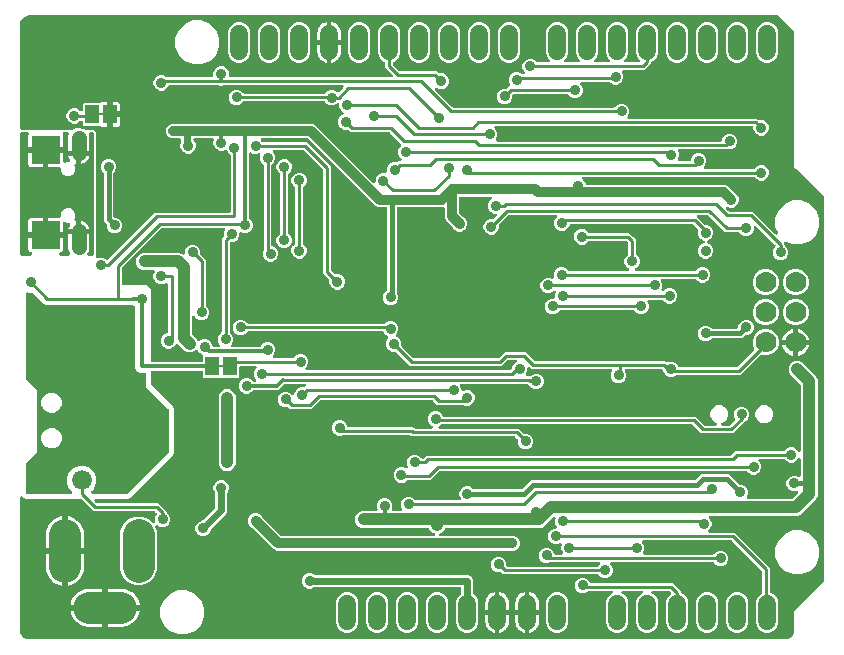
<source format=gbr>
G04 EAGLE Gerber RS-274X export*
G75*
%MOMM*%
%FSLAX34Y34*%
%LPD*%
%INBottom Copper*%
%IPPOS*%
%AMOC8*
5,1,8,0,0,1.08239X$1,22.5*%
G01*
%ADD10C,1.778000*%
%ADD11C,1.500000*%
%ADD12R,2.413000X2.413000*%
%ADD13C,1.308000*%
%ADD14R,1.168400X1.600200*%
%ADD15R,0.635000X0.203200*%
%ADD16C,1.676400*%
%ADD17C,2.700000*%
%ADD18C,0.906400*%
%ADD19C,0.609600*%
%ADD20C,0.406400*%
%ADD21C,0.254000*%
%ADD22C,0.228600*%
%ADD23C,1.016000*%
%ADD24C,0.812800*%
%ADD25C,0.304800*%

G36*
X650420Y2543D02*
X650420Y2543D01*
X650524Y2547D01*
X651732Y2666D01*
X651836Y2689D01*
X651941Y2704D01*
X652021Y2732D01*
X652042Y2736D01*
X652056Y2744D01*
X652093Y2756D01*
X654325Y3681D01*
X654333Y3685D01*
X654342Y3688D01*
X654472Y3764D01*
X654601Y3838D01*
X654608Y3845D01*
X654616Y3849D01*
X654736Y3956D01*
X656444Y5664D01*
X656450Y5671D01*
X656457Y5677D01*
X656547Y5796D01*
X656639Y5915D01*
X656643Y5923D01*
X656649Y5931D01*
X656719Y6075D01*
X657644Y8307D01*
X657672Y8409D01*
X657708Y8509D01*
X657722Y8592D01*
X657728Y8613D01*
X657728Y8629D01*
X657734Y8668D01*
X657853Y9876D01*
X657853Y9895D01*
X657859Y10000D01*
X657859Y26452D01*
X682888Y51481D01*
X682948Y51559D01*
X683016Y51631D01*
X683045Y51684D01*
X683082Y51732D01*
X683122Y51823D01*
X683170Y51910D01*
X683185Y51968D01*
X683209Y52024D01*
X683224Y52122D01*
X683249Y52217D01*
X683255Y52318D01*
X683259Y52338D01*
X683257Y52350D01*
X683259Y52378D01*
X683259Y376882D01*
X683247Y376980D01*
X683244Y377079D01*
X683227Y377137D01*
X683219Y377197D01*
X683183Y377289D01*
X683155Y377385D01*
X683125Y377437D01*
X683102Y377493D01*
X683044Y377573D01*
X682994Y377659D01*
X682928Y377734D01*
X682916Y377750D01*
X682906Y377758D01*
X682888Y377779D01*
X659719Y400948D01*
X657859Y402808D01*
X657859Y516582D01*
X657847Y516680D01*
X657844Y516779D01*
X657832Y516820D01*
X657832Y516824D01*
X657827Y516840D01*
X657819Y516897D01*
X657783Y516989D01*
X657755Y517085D01*
X657737Y517115D01*
X657734Y517126D01*
X657720Y517148D01*
X657702Y517193D01*
X657644Y517273D01*
X657594Y517359D01*
X657569Y517387D01*
X657564Y517395D01*
X657552Y517406D01*
X657528Y517434D01*
X657516Y517450D01*
X657506Y517458D01*
X657488Y517479D01*
X644479Y530488D01*
X644401Y530548D01*
X644329Y530616D01*
X644276Y530645D01*
X644228Y530682D01*
X644137Y530722D01*
X644050Y530770D01*
X643992Y530785D01*
X643936Y530809D01*
X643838Y530824D01*
X643743Y530849D01*
X643643Y530855D01*
X643622Y530859D01*
X643610Y530857D01*
X643582Y530859D01*
X10000Y530859D01*
X9980Y530857D01*
X9876Y530853D01*
X8668Y530734D01*
X8564Y530711D01*
X8459Y530696D01*
X8379Y530668D01*
X8358Y530664D01*
X8344Y530656D01*
X8307Y530644D01*
X6075Y529719D01*
X6067Y529715D01*
X6058Y529712D01*
X5928Y529636D01*
X5799Y529562D01*
X5792Y529555D01*
X5784Y529551D01*
X5664Y529444D01*
X3956Y527736D01*
X3950Y527729D01*
X3943Y527723D01*
X3853Y527604D01*
X3761Y527485D01*
X3757Y527477D01*
X3751Y527469D01*
X3681Y527325D01*
X2756Y525093D01*
X2728Y524991D01*
X2692Y524891D01*
X2678Y524808D01*
X2672Y524787D01*
X2672Y524771D01*
X2666Y524732D01*
X2547Y523524D01*
X2547Y523505D01*
X2541Y523400D01*
X2541Y435356D01*
X2556Y435238D01*
X2563Y435119D01*
X2576Y435081D01*
X2581Y435040D01*
X2624Y434930D01*
X2661Y434817D01*
X2683Y434782D01*
X2698Y434745D01*
X2767Y434649D01*
X2831Y434548D01*
X2861Y434520D01*
X2884Y434487D01*
X2976Y434411D01*
X3063Y434330D01*
X3098Y434310D01*
X3129Y434285D01*
X3237Y434234D01*
X3341Y434176D01*
X3381Y434166D01*
X3417Y434149D01*
X3534Y434127D01*
X3649Y434097D01*
X3709Y434093D01*
X3729Y434089D01*
X3750Y434091D01*
X3810Y434087D01*
X46537Y434087D01*
X46635Y434099D01*
X46735Y434102D01*
X46793Y434119D01*
X46853Y434127D01*
X46945Y434163D01*
X47040Y434191D01*
X47092Y434221D01*
X47149Y434244D01*
X47229Y434302D01*
X47265Y434323D01*
X50475Y435653D01*
X53885Y435653D01*
X55304Y435065D01*
X55371Y435047D01*
X55435Y435019D01*
X55524Y435005D01*
X55611Y434981D01*
X55680Y434980D01*
X55749Y434969D01*
X55839Y434978D01*
X55929Y434976D01*
X55982Y434989D01*
X56020Y434929D01*
X56071Y434881D01*
X56114Y434827D01*
X56186Y434773D01*
X56251Y434711D01*
X56313Y434677D01*
X56368Y434635D01*
X56513Y434564D01*
X57073Y434332D01*
X57076Y434330D01*
X57129Y434301D01*
X57176Y434264D01*
X57267Y434224D01*
X57354Y434176D01*
X57413Y434161D01*
X57468Y434137D01*
X57566Y434122D01*
X57662Y434097D01*
X57762Y434091D01*
X57782Y434087D01*
X57795Y434089D01*
X57823Y434087D01*
X64973Y434087D01*
X67057Y432003D01*
X67057Y327457D01*
X66864Y327264D01*
X66821Y327208D01*
X66771Y327160D01*
X66724Y327083D01*
X66669Y327012D01*
X66641Y326948D01*
X66604Y326889D01*
X66578Y326803D01*
X66542Y326721D01*
X66531Y326651D01*
X66511Y326585D01*
X66507Y326495D01*
X66492Y326406D01*
X66499Y326337D01*
X66496Y326267D01*
X66514Y326179D01*
X66522Y326090D01*
X66546Y326024D01*
X66560Y325956D01*
X66599Y325875D01*
X66630Y325791D01*
X66669Y325733D01*
X66700Y325670D01*
X66758Y325602D01*
X66808Y325527D01*
X66861Y325481D01*
X66906Y325428D01*
X66980Y325376D01*
X67047Y325317D01*
X67109Y325285D01*
X67166Y325245D01*
X67250Y325213D01*
X67330Y325172D01*
X67398Y325157D01*
X67463Y325132D01*
X67553Y325122D01*
X67640Y325103D01*
X67710Y325105D01*
X67780Y325097D01*
X67868Y325110D01*
X67958Y325112D01*
X68025Y325132D01*
X68094Y325141D01*
X68247Y325193D01*
X69814Y325843D01*
X72426Y325843D01*
X74839Y324843D01*
X75413Y324269D01*
X75507Y324196D01*
X75596Y324117D01*
X75632Y324099D01*
X75664Y324074D01*
X75773Y324027D01*
X75879Y323973D01*
X75919Y323964D01*
X75956Y323948D01*
X76074Y323929D01*
X76190Y323903D01*
X76230Y323904D01*
X76270Y323898D01*
X76389Y323909D01*
X76508Y323913D01*
X76546Y323924D01*
X76587Y323928D01*
X76699Y323968D01*
X76813Y324001D01*
X76848Y324022D01*
X76886Y324035D01*
X76984Y324102D01*
X77087Y324163D01*
X77132Y324202D01*
X77149Y324214D01*
X77163Y324229D01*
X77208Y324269D01*
X114563Y361624D01*
X116795Y363856D01*
X179451Y363856D01*
X179569Y363871D01*
X179688Y363878D01*
X179726Y363891D01*
X179767Y363896D01*
X179877Y363939D01*
X179990Y363976D01*
X180025Y363998D01*
X180062Y364013D01*
X180158Y364082D01*
X180259Y364146D01*
X180287Y364176D01*
X180320Y364199D01*
X180396Y364291D01*
X180477Y364378D01*
X180497Y364413D01*
X180522Y364444D01*
X180573Y364552D01*
X180631Y364656D01*
X180641Y364696D01*
X180658Y364732D01*
X180680Y364849D01*
X180710Y364964D01*
X180714Y365024D01*
X180718Y365044D01*
X180716Y365065D01*
X180720Y365125D01*
X180720Y411958D01*
X180708Y412056D01*
X180705Y412155D01*
X180688Y412213D01*
X180680Y412274D01*
X180644Y412366D01*
X180616Y412461D01*
X180586Y412513D01*
X180563Y412569D01*
X180505Y412649D01*
X180455Y412735D01*
X180389Y412810D01*
X180377Y412827D01*
X180367Y412834D01*
X180349Y412856D01*
X178331Y414873D01*
X177666Y416479D01*
X177607Y416583D01*
X177554Y416689D01*
X177528Y416720D01*
X177508Y416755D01*
X177425Y416841D01*
X177348Y416931D01*
X177315Y416955D01*
X177287Y416984D01*
X177185Y417046D01*
X177088Y417115D01*
X177050Y417129D01*
X177016Y417150D01*
X176902Y417185D01*
X176791Y417227D01*
X176750Y417232D01*
X176712Y417244D01*
X176593Y417249D01*
X176474Y417263D01*
X176434Y417257D01*
X176394Y417259D01*
X176277Y417235D01*
X176160Y417218D01*
X176103Y417199D01*
X176083Y417194D01*
X176064Y417186D01*
X176007Y417166D01*
X174026Y416345D01*
X171414Y416345D01*
X169001Y417345D01*
X167155Y419191D01*
X166155Y421604D01*
X166155Y424216D01*
X166571Y425218D01*
X166584Y425266D01*
X166605Y425311D01*
X166625Y425419D01*
X166654Y425525D01*
X166655Y425575D01*
X166665Y425624D01*
X166658Y425733D01*
X166660Y425843D01*
X166648Y425891D01*
X166645Y425941D01*
X166611Y426045D01*
X166585Y426152D01*
X166562Y426196D01*
X166547Y426243D01*
X166488Y426336D01*
X166437Y426433D01*
X166403Y426470D01*
X166377Y426512D01*
X166297Y426587D01*
X166223Y426669D01*
X166181Y426696D01*
X166145Y426730D01*
X166049Y426783D01*
X165957Y426843D01*
X165910Y426860D01*
X165867Y426884D01*
X165760Y426911D01*
X165656Y426947D01*
X165607Y426951D01*
X165559Y426963D01*
X165398Y426973D01*
X150525Y426973D01*
X150387Y426956D01*
X150249Y426943D01*
X150230Y426936D01*
X150209Y426933D01*
X150080Y426882D01*
X149949Y426835D01*
X149932Y426824D01*
X149914Y426816D01*
X149801Y426735D01*
X149686Y426657D01*
X149673Y426641D01*
X149656Y426630D01*
X149568Y426522D01*
X149476Y426418D01*
X149466Y426400D01*
X149454Y426385D01*
X149394Y426259D01*
X149331Y426135D01*
X149327Y426115D01*
X149318Y426097D01*
X149292Y425960D01*
X149261Y425825D01*
X149262Y425804D01*
X149258Y425785D01*
X149267Y425646D01*
X149271Y425507D01*
X149277Y425487D01*
X149278Y425467D01*
X149321Y425335D01*
X149359Y425201D01*
X149370Y425184D01*
X149376Y425165D01*
X149450Y425047D01*
X149521Y424927D01*
X149540Y424906D01*
X149546Y424896D01*
X149561Y424882D01*
X149627Y424807D01*
X150345Y424089D01*
X151345Y421676D01*
X151345Y419064D01*
X150345Y416651D01*
X148499Y414805D01*
X146086Y413805D01*
X143474Y413805D01*
X141061Y414805D01*
X139215Y416651D01*
X138215Y419064D01*
X138215Y421676D01*
X138333Y421959D01*
X138335Y421968D01*
X138340Y421976D01*
X138377Y422121D01*
X138417Y422266D01*
X138417Y422275D01*
X138419Y422284D01*
X138429Y422445D01*
X138429Y425704D01*
X138414Y425822D01*
X138407Y425941D01*
X138394Y425979D01*
X138389Y426020D01*
X138346Y426130D01*
X138309Y426243D01*
X138287Y426278D01*
X138272Y426315D01*
X138203Y426411D01*
X138139Y426512D01*
X138109Y426540D01*
X138086Y426573D01*
X137994Y426649D01*
X137907Y426730D01*
X137872Y426750D01*
X137841Y426775D01*
X137733Y426826D01*
X137629Y426884D01*
X137589Y426894D01*
X137553Y426911D01*
X137436Y426933D01*
X137321Y426963D01*
X137261Y426967D01*
X137241Y426971D01*
X137220Y426969D01*
X137160Y426973D01*
X130867Y426973D01*
X128626Y427901D01*
X126911Y429616D01*
X125983Y431857D01*
X125983Y434283D01*
X126911Y436524D01*
X128626Y438239D01*
X130867Y439167D01*
X250133Y439167D01*
X252374Y438239D01*
X254267Y436345D01*
X301403Y389210D01*
X301512Y389124D01*
X301619Y389036D01*
X301638Y389027D01*
X301654Y389015D01*
X301782Y388959D01*
X301907Y388900D01*
X301927Y388896D01*
X301946Y388888D01*
X302084Y388866D01*
X302220Y388840D01*
X302240Y388842D01*
X302260Y388838D01*
X302399Y388852D01*
X302537Y388860D01*
X302556Y388866D01*
X302576Y388868D01*
X302708Y388915D01*
X302839Y388958D01*
X302857Y388969D01*
X302876Y388976D01*
X302991Y389054D01*
X303108Y389128D01*
X303122Y389143D01*
X303139Y389154D01*
X303231Y389258D01*
X303326Y389360D01*
X303336Y389378D01*
X303349Y389393D01*
X303413Y389517D01*
X303480Y389638D01*
X303485Y389658D01*
X303494Y389676D01*
X303524Y389812D01*
X303559Y389946D01*
X303561Y389974D01*
X303564Y389986D01*
X303563Y390007D01*
X303569Y390107D01*
X303569Y392212D01*
X304569Y394625D01*
X306415Y396471D01*
X308828Y397471D01*
X311692Y397471D01*
X311745Y397477D01*
X311836Y397476D01*
X311885Y397488D01*
X311935Y397491D01*
X311989Y397508D01*
X312008Y397511D01*
X312048Y397527D01*
X312145Y397550D01*
X312190Y397573D01*
X312237Y397589D01*
X312291Y397623D01*
X312304Y397628D01*
X312332Y397649D01*
X312426Y397698D01*
X312464Y397732D01*
X312506Y397759D01*
X312553Y397809D01*
X312561Y397814D01*
X312579Y397836D01*
X312581Y397839D01*
X312662Y397912D01*
X312690Y397954D01*
X312724Y397990D01*
X312759Y398054D01*
X312764Y398059D01*
X312773Y398079D01*
X312777Y398086D01*
X312837Y398177D01*
X312853Y398225D01*
X312878Y398269D01*
X312896Y398340D01*
X312899Y398347D01*
X312903Y398369D01*
X312905Y398375D01*
X312940Y398478D01*
X312944Y398528D01*
X312957Y398577D01*
X312967Y398738D01*
X312967Y401356D01*
X313967Y403769D01*
X315813Y405615D01*
X318226Y406615D01*
X320900Y406615D01*
X320998Y406627D01*
X321097Y406630D01*
X321156Y406647D01*
X321216Y406655D01*
X321308Y406691D01*
X321403Y406719D01*
X321455Y406749D01*
X321511Y406772D01*
X321591Y406830D01*
X321677Y406880D01*
X321752Y406946D01*
X321769Y406958D01*
X321777Y406968D01*
X321798Y406986D01*
X322482Y407671D01*
X324201Y407671D01*
X324339Y407688D01*
X324477Y407701D01*
X324497Y407708D01*
X324517Y407711D01*
X324646Y407762D01*
X324777Y407809D01*
X324794Y407820D01*
X324812Y407828D01*
X324925Y407909D01*
X325040Y407987D01*
X325053Y408003D01*
X325070Y408014D01*
X325158Y408122D01*
X325250Y408226D01*
X325260Y408244D01*
X325272Y408259D01*
X325332Y408385D01*
X325395Y408509D01*
X325399Y408529D01*
X325408Y408547D01*
X325434Y408684D01*
X325465Y408819D01*
X325464Y408840D01*
X325468Y408859D01*
X325459Y408998D01*
X325455Y409137D01*
X325449Y409157D01*
X325448Y409177D01*
X325405Y409309D01*
X325367Y409443D01*
X325356Y409460D01*
X325350Y409479D01*
X325275Y409597D01*
X325205Y409717D01*
X325186Y409738D01*
X325180Y409748D01*
X325165Y409762D01*
X325099Y409837D01*
X323365Y411571D01*
X322365Y413984D01*
X322365Y416596D01*
X323365Y419009D01*
X324828Y420472D01*
X324901Y420566D01*
X324980Y420655D01*
X324998Y420691D01*
X325023Y420723D01*
X325070Y420833D01*
X325124Y420938D01*
X325133Y420978D01*
X325149Y421015D01*
X325168Y421133D01*
X325194Y421249D01*
X325193Y421289D01*
X325199Y421329D01*
X325188Y421448D01*
X325184Y421567D01*
X325173Y421605D01*
X325169Y421646D01*
X325129Y421758D01*
X325096Y421872D01*
X325075Y421907D01*
X325062Y421945D01*
X324995Y422043D01*
X324934Y422146D01*
X324895Y422191D01*
X324883Y422208D01*
X324868Y422222D01*
X324828Y422267D01*
X323859Y423236D01*
X315540Y431555D01*
X315462Y431615D01*
X315390Y431683D01*
X315337Y431712D01*
X315289Y431749D01*
X315198Y431789D01*
X315111Y431837D01*
X315053Y431852D01*
X314997Y431876D01*
X314899Y431891D01*
X314804Y431916D01*
X314703Y431922D01*
X314683Y431926D01*
X314671Y431924D01*
X314643Y431926D01*
X282403Y431926D01*
X280575Y433754D01*
X280497Y433814D01*
X280425Y433882D01*
X280372Y433911D01*
X280324Y433948D01*
X280233Y433988D01*
X280146Y434036D01*
X280088Y434051D01*
X280032Y434075D01*
X279934Y434090D01*
X279839Y434115D01*
X279738Y434121D01*
X279718Y434125D01*
X279706Y434123D01*
X279678Y434125D01*
X276824Y434125D01*
X274411Y435125D01*
X272565Y436971D01*
X271565Y439384D01*
X271565Y441996D01*
X272565Y444409D01*
X274411Y446255D01*
X275643Y446765D01*
X275764Y446834D01*
X275886Y446899D01*
X275901Y446913D01*
X275919Y446923D01*
X276019Y447020D01*
X276122Y447113D01*
X276133Y447130D01*
X276147Y447144D01*
X276220Y447262D01*
X276297Y447379D01*
X276303Y447398D01*
X276314Y447415D01*
X276355Y447548D01*
X276400Y447680D01*
X276401Y447700D01*
X276407Y447719D01*
X276414Y447858D01*
X276425Y447997D01*
X276422Y448017D01*
X276423Y448037D01*
X276394Y448173D01*
X276371Y448310D01*
X276362Y448329D01*
X276358Y448348D01*
X276297Y448473D01*
X276240Y448600D01*
X276227Y448616D01*
X276218Y448634D01*
X276128Y448740D01*
X276041Y448848D01*
X276025Y448861D01*
X276012Y448876D01*
X275899Y448956D01*
X275787Y449040D01*
X275762Y449052D01*
X275752Y449059D01*
X275733Y449066D01*
X275687Y449089D01*
X273835Y450941D01*
X272835Y453354D01*
X272835Y455305D01*
X272818Y455443D01*
X272805Y455581D01*
X272798Y455600D01*
X272795Y455621D01*
X272744Y455750D01*
X272697Y455881D01*
X272686Y455898D01*
X272678Y455916D01*
X272597Y456029D01*
X272519Y456144D01*
X272503Y456157D01*
X272492Y456174D01*
X272384Y456262D01*
X272280Y456354D01*
X272262Y456364D01*
X272247Y456376D01*
X272121Y456436D01*
X271997Y456499D01*
X271977Y456503D01*
X271959Y456512D01*
X271822Y456538D01*
X271687Y456569D01*
X271666Y456568D01*
X271647Y456572D01*
X271508Y456563D01*
X271369Y456559D01*
X271349Y456553D01*
X271329Y456552D01*
X271197Y456509D01*
X271063Y456471D01*
X271046Y456460D01*
X271027Y456454D01*
X270909Y456380D01*
X270789Y456309D01*
X270768Y456290D01*
X270758Y456284D01*
X270744Y456269D01*
X270668Y456203D01*
X270165Y455699D01*
X267752Y454699D01*
X265140Y454699D01*
X262727Y455699D01*
X260881Y457545D01*
X260875Y457559D01*
X260861Y457584D01*
X260851Y457612D01*
X260782Y457722D01*
X260718Y457835D01*
X260697Y457856D01*
X260681Y457881D01*
X260587Y457970D01*
X260496Y458063D01*
X260471Y458079D01*
X260450Y458099D01*
X260336Y458162D01*
X260225Y458230D01*
X260197Y458238D01*
X260171Y458253D01*
X260045Y458285D01*
X259921Y458323D01*
X259892Y458325D01*
X259863Y458332D01*
X259703Y458342D01*
X192562Y458342D01*
X192464Y458330D01*
X192365Y458327D01*
X192307Y458310D01*
X192246Y458302D01*
X192154Y458266D01*
X192059Y458238D01*
X192007Y458208D01*
X191951Y458185D01*
X191871Y458127D01*
X191785Y458077D01*
X191710Y458011D01*
X191693Y457999D01*
X191686Y457989D01*
X191664Y457971D01*
X189647Y455953D01*
X187234Y454953D01*
X184622Y454953D01*
X182209Y455953D01*
X180363Y457799D01*
X179363Y460212D01*
X179363Y462824D01*
X180363Y465237D01*
X182209Y467083D01*
X184622Y468083D01*
X187234Y468083D01*
X189647Y467083D01*
X191664Y465065D01*
X191743Y465005D01*
X191815Y464937D01*
X191868Y464908D01*
X191916Y464871D01*
X192007Y464831D01*
X192093Y464783D01*
X192152Y464768D01*
X192208Y464744D01*
X192306Y464729D01*
X192401Y464704D01*
X192501Y464698D01*
X192522Y464694D01*
X192534Y464696D01*
X192562Y464694D01*
X260066Y464694D01*
X260164Y464706D01*
X260263Y464709D01*
X260321Y464726D01*
X260382Y464734D01*
X260474Y464770D01*
X260569Y464798D01*
X260621Y464828D01*
X260677Y464851D01*
X260757Y464909D01*
X260843Y464959D01*
X260918Y465025D01*
X260935Y465037D01*
X260942Y465047D01*
X260964Y465065D01*
X262727Y466829D01*
X265140Y467829D01*
X267752Y467829D01*
X270165Y466829D01*
X270866Y466128D01*
X270960Y466055D01*
X271049Y465976D01*
X271085Y465958D01*
X271117Y465933D01*
X271226Y465886D01*
X271332Y465832D01*
X271372Y465823D01*
X271409Y465807D01*
X271527Y465788D01*
X271643Y465762D01*
X271683Y465763D01*
X271723Y465757D01*
X271842Y465768D01*
X271961Y465772D01*
X271999Y465783D01*
X272040Y465787D01*
X272152Y465827D01*
X272266Y465860D01*
X272301Y465881D01*
X272339Y465894D01*
X272437Y465961D01*
X272540Y466022D01*
X272585Y466062D01*
X272602Y466073D01*
X272616Y466088D01*
X272661Y466128D01*
X276043Y469511D01*
X276129Y469620D01*
X276217Y469727D01*
X276226Y469746D01*
X276238Y469762D01*
X276294Y469890D01*
X276353Y470015D01*
X276357Y470035D01*
X276365Y470054D01*
X276387Y470192D01*
X276413Y470328D01*
X276411Y470348D01*
X276415Y470368D01*
X276401Y470507D01*
X276393Y470645D01*
X276387Y470664D01*
X276385Y470684D01*
X276338Y470816D01*
X276295Y470947D01*
X276284Y470965D01*
X276277Y470984D01*
X276199Y471099D01*
X276125Y471216D01*
X276110Y471230D01*
X276099Y471247D01*
X275994Y471339D01*
X275893Y471434D01*
X275875Y471444D01*
X275860Y471457D01*
X275736Y471521D01*
X275615Y471588D01*
X275595Y471593D01*
X275577Y471602D01*
X275441Y471632D01*
X275307Y471667D01*
X275279Y471669D01*
X275267Y471672D01*
X275246Y471671D01*
X275146Y471677D01*
X174973Y471677D01*
X174875Y471665D01*
X174776Y471662D01*
X174718Y471645D01*
X174657Y471637D01*
X174565Y471601D01*
X174470Y471573D01*
X174418Y471543D01*
X174362Y471520D01*
X174282Y471462D01*
X174216Y471423D01*
X171226Y471423D01*
X171214Y471434D01*
X171161Y471463D01*
X171113Y471500D01*
X171022Y471540D01*
X170936Y471588D01*
X170877Y471603D01*
X170821Y471627D01*
X170723Y471642D01*
X170628Y471667D01*
X170528Y471673D01*
X170507Y471677D01*
X170495Y471675D01*
X170467Y471677D01*
X129032Y471677D01*
X129002Y471674D01*
X128973Y471676D01*
X128845Y471654D01*
X128716Y471637D01*
X128689Y471627D01*
X128660Y471622D01*
X128541Y471568D01*
X128420Y471520D01*
X128397Y471503D01*
X128370Y471491D01*
X128268Y471410D01*
X128163Y471334D01*
X128144Y471311D01*
X128121Y471292D01*
X128043Y471189D01*
X127960Y471089D01*
X127948Y471062D01*
X127930Y471038D01*
X127859Y470894D01*
X127485Y469991D01*
X125639Y468145D01*
X123226Y467145D01*
X120614Y467145D01*
X118201Y468145D01*
X116355Y469991D01*
X115355Y472404D01*
X115355Y475016D01*
X116355Y477429D01*
X118201Y479275D01*
X120614Y480275D01*
X123226Y480275D01*
X125639Y479275D01*
X126259Y478654D01*
X126338Y478594D01*
X126410Y478526D01*
X126463Y478497D01*
X126511Y478460D01*
X126602Y478420D01*
X126688Y478372D01*
X126747Y478357D01*
X126803Y478333D01*
X126901Y478318D01*
X126996Y478293D01*
X127096Y478287D01*
X127117Y478283D01*
X127129Y478285D01*
X127157Y478283D01*
X164977Y478283D01*
X165026Y478289D01*
X165076Y478287D01*
X165184Y478309D01*
X165293Y478323D01*
X165339Y478341D01*
X165388Y478351D01*
X165486Y478399D01*
X165588Y478440D01*
X165628Y478469D01*
X165673Y478491D01*
X165757Y478562D01*
X165846Y478626D01*
X165877Y478665D01*
X165915Y478697D01*
X165978Y478787D01*
X166048Y478871D01*
X166070Y478916D01*
X166098Y478957D01*
X166137Y479060D01*
X166184Y479159D01*
X166193Y479208D01*
X166211Y479254D01*
X166223Y479364D01*
X166244Y479471D01*
X166241Y479521D01*
X166246Y479571D01*
X166231Y479679D01*
X166224Y479789D01*
X166209Y479836D01*
X166202Y479885D01*
X166155Y480021D01*
X166155Y482636D01*
X167155Y485049D01*
X169001Y486895D01*
X171414Y487895D01*
X174026Y487895D01*
X176439Y486895D01*
X178285Y485049D01*
X179285Y482636D01*
X179285Y480017D01*
X179277Y479990D01*
X179256Y479945D01*
X179235Y479837D01*
X179206Y479731D01*
X179206Y479681D01*
X179196Y479632D01*
X179203Y479523D01*
X179201Y479413D01*
X179213Y479365D01*
X179216Y479315D01*
X179250Y479211D01*
X179275Y479104D01*
X179299Y479060D01*
X179314Y479013D01*
X179373Y478920D01*
X179424Y478823D01*
X179458Y478786D01*
X179484Y478744D01*
X179564Y478669D01*
X179638Y478587D01*
X179680Y478560D01*
X179716Y478526D01*
X179812Y478473D01*
X179904Y478413D01*
X179951Y478396D01*
X179994Y478372D01*
X180101Y478345D01*
X180205Y478309D01*
X180254Y478305D01*
X180302Y478293D01*
X180463Y478283D01*
X317056Y478283D01*
X317193Y478300D01*
X317332Y478313D01*
X317351Y478320D01*
X317371Y478323D01*
X317500Y478374D01*
X317632Y478421D01*
X317648Y478432D01*
X317667Y478440D01*
X317780Y478521D01*
X317895Y478599D01*
X317908Y478615D01*
X317924Y478626D01*
X318013Y478734D01*
X318105Y478838D01*
X318114Y478856D01*
X318127Y478871D01*
X318187Y478997D01*
X318250Y479121D01*
X318254Y479141D01*
X318263Y479159D01*
X318289Y479295D01*
X318319Y479431D01*
X318319Y479452D01*
X318323Y479471D01*
X318314Y479610D01*
X318310Y479749D01*
X318304Y479769D01*
X318303Y479789D01*
X318260Y479921D01*
X318221Y480055D01*
X318211Y480072D01*
X318205Y480091D01*
X318130Y480209D01*
X318060Y480329D01*
X318041Y480350D01*
X318035Y480360D01*
X318020Y480374D01*
X317953Y480449D01*
X314016Y484387D01*
X311784Y486619D01*
X311784Y490649D01*
X311781Y490678D01*
X311783Y490708D01*
X311761Y490836D01*
X311744Y490965D01*
X311734Y490992D01*
X311729Y491021D01*
X311675Y491140D01*
X311627Y491260D01*
X311610Y491284D01*
X311598Y491311D01*
X311517Y491413D01*
X311441Y491518D01*
X311418Y491537D01*
X311399Y491560D01*
X311296Y491638D01*
X311196Y491721D01*
X311169Y491733D01*
X311145Y491751D01*
X311001Y491822D01*
X309560Y492419D01*
X306879Y495100D01*
X305427Y498604D01*
X305427Y517396D01*
X306879Y520900D01*
X309560Y523581D01*
X313064Y525033D01*
X316856Y525033D01*
X320360Y523581D01*
X323041Y520900D01*
X324493Y517396D01*
X324493Y498604D01*
X323041Y495100D01*
X320360Y492419D01*
X318919Y491822D01*
X318894Y491807D01*
X318866Y491798D01*
X318756Y491729D01*
X318643Y491664D01*
X318622Y491644D01*
X318597Y491628D01*
X318508Y491533D01*
X318415Y491443D01*
X318399Y491418D01*
X318379Y491396D01*
X318316Y491282D01*
X318248Y491172D01*
X318240Y491144D01*
X318225Y491118D01*
X318193Y490992D01*
X318155Y490868D01*
X318153Y490838D01*
X318146Y490810D01*
X318136Y490649D01*
X318136Y489775D01*
X318148Y489677D01*
X318151Y489578D01*
X318168Y489520D01*
X318176Y489460D01*
X318212Y489368D01*
X318240Y489272D01*
X318270Y489220D01*
X318293Y489164D01*
X318351Y489084D01*
X318401Y488999D01*
X318467Y488923D01*
X318479Y488907D01*
X318489Y488899D01*
X318507Y488878D01*
X323270Y484115D01*
X323348Y484055D01*
X323420Y483987D01*
X323473Y483958D01*
X323521Y483921D01*
X323612Y483881D01*
X323699Y483833D01*
X323757Y483818D01*
X323813Y483794D01*
X323911Y483779D01*
X324006Y483754D01*
X324107Y483748D01*
X324127Y483744D01*
X324139Y483746D01*
X324167Y483744D01*
X355137Y483744D01*
X356711Y482170D01*
X356789Y482110D01*
X356861Y482042D01*
X356914Y482013D01*
X356962Y481976D01*
X357053Y481936D01*
X357140Y481888D01*
X357198Y481873D01*
X357254Y481849D01*
X357352Y481834D01*
X357447Y481809D01*
X357548Y481803D01*
X357568Y481799D01*
X357580Y481801D01*
X357608Y481799D01*
X360462Y481799D01*
X362875Y480799D01*
X364721Y478953D01*
X365721Y476540D01*
X365721Y473928D01*
X364721Y471515D01*
X362875Y469669D01*
X360462Y468669D01*
X357850Y468669D01*
X355363Y469700D01*
X355296Y469718D01*
X355232Y469746D01*
X355143Y469760D01*
X355056Y469783D01*
X354987Y469785D01*
X354918Y469796D01*
X354828Y469787D01*
X354738Y469789D01*
X354670Y469772D01*
X354601Y469766D01*
X354516Y469735D01*
X354429Y469714D01*
X354367Y469682D01*
X354302Y469658D01*
X354227Y469608D01*
X354148Y469566D01*
X354096Y469519D01*
X354039Y469480D01*
X353979Y469412D01*
X353913Y469352D01*
X353874Y469293D01*
X353828Y469241D01*
X353787Y469161D01*
X353738Y469086D01*
X353715Y469020D01*
X353683Y468958D01*
X353664Y468870D01*
X353635Y468785D01*
X353629Y468716D01*
X353614Y468648D01*
X353616Y468558D01*
X353609Y468468D01*
X353621Y468399D01*
X353623Y468330D01*
X353648Y468243D01*
X353664Y468155D01*
X353692Y468091D01*
X353712Y468024D01*
X353757Y467947D01*
X353794Y467865D01*
X353838Y467810D01*
X353873Y467750D01*
X353980Y467629D01*
X368482Y453127D01*
X368560Y453067D01*
X368632Y452999D01*
X368685Y452970D01*
X368733Y452933D01*
X368824Y452893D01*
X368911Y452845D01*
X368969Y452830D01*
X369025Y452806D01*
X369123Y452791D01*
X369218Y452766D01*
X369319Y452760D01*
X369339Y452756D01*
X369351Y452758D01*
X369379Y452756D01*
X505176Y452756D01*
X505274Y452768D01*
X505373Y452771D01*
X505432Y452788D01*
X505492Y452796D01*
X505584Y452832D01*
X505679Y452860D01*
X505731Y452890D01*
X505787Y452913D01*
X505867Y452971D01*
X505953Y453021D01*
X506028Y453087D01*
X506045Y453099D01*
X506052Y453109D01*
X506074Y453127D01*
X508091Y455145D01*
X510504Y456145D01*
X513116Y456145D01*
X515529Y455145D01*
X517375Y453299D01*
X518375Y450886D01*
X518375Y448274D01*
X517375Y445861D01*
X517038Y445525D01*
X516953Y445415D01*
X516865Y445308D01*
X516856Y445289D01*
X516843Y445273D01*
X516788Y445145D01*
X516729Y445020D01*
X516725Y445000D01*
X516717Y444981D01*
X516695Y444843D01*
X516669Y444707D01*
X516670Y444687D01*
X516667Y444667D01*
X516680Y444528D01*
X516689Y444390D01*
X516695Y444371D01*
X516697Y444351D01*
X516744Y444220D01*
X516787Y444088D01*
X516798Y444070D01*
X516805Y444051D01*
X516883Y443937D01*
X516957Y443819D01*
X516972Y443805D01*
X516983Y443788D01*
X517087Y443696D01*
X517189Y443601D01*
X517207Y443591D01*
X517222Y443578D01*
X517346Y443515D01*
X517467Y443447D01*
X517487Y443442D01*
X517505Y443433D01*
X517641Y443403D01*
X517775Y443368D01*
X517803Y443366D01*
X517815Y443363D01*
X517836Y443364D01*
X517936Y443358D01*
X626663Y443358D01*
X627475Y442546D01*
X627553Y442486D01*
X627625Y442418D01*
X627678Y442389D01*
X627726Y442352D01*
X627817Y442312D01*
X627904Y442264D01*
X627962Y442249D01*
X628018Y442225D01*
X628116Y442210D01*
X628211Y442185D01*
X628312Y442179D01*
X628332Y442175D01*
X628344Y442177D01*
X628372Y442175D01*
X631226Y442175D01*
X633639Y441175D01*
X635485Y439329D01*
X636485Y436916D01*
X636485Y434304D01*
X635485Y431891D01*
X633639Y430045D01*
X631226Y429045D01*
X628614Y429045D01*
X626201Y430045D01*
X624355Y431891D01*
X623355Y434304D01*
X623355Y435737D01*
X623340Y435855D01*
X623333Y435974D01*
X623320Y436012D01*
X623315Y436053D01*
X623272Y436163D01*
X623235Y436276D01*
X623213Y436311D01*
X623198Y436348D01*
X623129Y436444D01*
X623065Y436545D01*
X623035Y436573D01*
X623012Y436606D01*
X622920Y436682D01*
X622833Y436763D01*
X622798Y436783D01*
X622767Y436808D01*
X622659Y436859D01*
X622555Y436917D01*
X622515Y436927D01*
X622479Y436944D01*
X622362Y436966D01*
X622247Y436996D01*
X622187Y437000D01*
X622167Y437004D01*
X622146Y437002D01*
X622086Y437006D01*
X405414Y437006D01*
X405276Y436989D01*
X405138Y436976D01*
X405119Y436969D01*
X405098Y436966D01*
X404969Y436915D01*
X404838Y436868D01*
X404821Y436857D01*
X404803Y436849D01*
X404690Y436768D01*
X404575Y436690D01*
X404562Y436674D01*
X404545Y436663D01*
X404457Y436555D01*
X404365Y436451D01*
X404355Y436433D01*
X404343Y436418D01*
X404283Y436292D01*
X404220Y436168D01*
X404216Y436148D01*
X404207Y436130D01*
X404181Y435993D01*
X404150Y435858D01*
X404151Y435837D01*
X404147Y435818D01*
X404156Y435679D01*
X404160Y435540D01*
X404166Y435520D01*
X404167Y435500D01*
X404210Y435368D01*
X404248Y435234D01*
X404259Y435217D01*
X404265Y435198D01*
X404340Y435080D01*
X404410Y434960D01*
X404429Y434939D01*
X404435Y434929D01*
X404450Y434915D01*
X404516Y434840D01*
X405615Y433741D01*
X406615Y431328D01*
X406615Y428716D01*
X405615Y426303D01*
X405532Y426221D01*
X405447Y426111D01*
X405359Y426004D01*
X405350Y425985D01*
X405338Y425969D01*
X405282Y425842D01*
X405223Y425716D01*
X405219Y425696D01*
X405211Y425677D01*
X405189Y425540D01*
X405163Y425403D01*
X405164Y425383D01*
X405161Y425363D01*
X405174Y425225D01*
X405183Y425086D01*
X405189Y425067D01*
X405191Y425047D01*
X405238Y424916D01*
X405281Y424784D01*
X405292Y424766D01*
X405299Y424747D01*
X405377Y424632D01*
X405451Y424515D01*
X405466Y424501D01*
X405477Y424484D01*
X405581Y424392D01*
X405683Y424297D01*
X405701Y424287D01*
X405716Y424274D01*
X405839Y424211D01*
X405961Y424143D01*
X405981Y424138D01*
X405999Y424129D01*
X406135Y424099D01*
X406269Y424064D01*
X406297Y424062D01*
X406309Y424059D01*
X406330Y424060D01*
X406430Y424054D01*
X595416Y424054D01*
X595534Y424069D01*
X595653Y424076D01*
X595691Y424089D01*
X595732Y424094D01*
X595842Y424137D01*
X595955Y424174D01*
X595990Y424196D01*
X596027Y424211D01*
X596123Y424280D01*
X596224Y424344D01*
X596252Y424374D01*
X596285Y424397D01*
X596361Y424489D01*
X596442Y424576D01*
X596462Y424611D01*
X596487Y424642D01*
X596538Y424750D01*
X596596Y424854D01*
X596606Y424894D01*
X596623Y424930D01*
X596645Y425047D01*
X596675Y425162D01*
X596679Y425222D01*
X596683Y425242D01*
X596681Y425263D01*
X596685Y425323D01*
X596685Y425486D01*
X597685Y427899D01*
X599531Y429745D01*
X601944Y430745D01*
X604556Y430745D01*
X606969Y429745D01*
X608815Y427899D01*
X609815Y425486D01*
X609815Y422874D01*
X608815Y420461D01*
X606969Y418615D01*
X604556Y417615D01*
X601940Y417615D01*
X601806Y417650D01*
X601661Y417690D01*
X601651Y417690D01*
X601642Y417692D01*
X601482Y417702D01*
X560674Y417702D01*
X560624Y417696D01*
X560575Y417698D01*
X560467Y417676D01*
X560358Y417662D01*
X560312Y417644D01*
X560263Y417634D01*
X560165Y417586D01*
X560063Y417545D01*
X560022Y417516D01*
X559978Y417494D01*
X559894Y417423D01*
X559805Y417359D01*
X559774Y417320D01*
X559736Y417288D01*
X559673Y417198D01*
X559602Y417114D01*
X559581Y417069D01*
X559553Y417028D01*
X559514Y416925D01*
X559467Y416826D01*
X559458Y416777D01*
X559440Y416731D01*
X559428Y416621D01*
X559407Y416514D01*
X559410Y416464D01*
X559405Y416415D01*
X559420Y416306D01*
X559427Y416196D01*
X559442Y416149D01*
X559449Y416100D01*
X559501Y415947D01*
X560285Y414056D01*
X560285Y411444D01*
X559343Y409172D01*
X559331Y409128D01*
X559315Y409094D01*
X559315Y409091D01*
X559309Y409079D01*
X559289Y408971D01*
X559259Y408865D01*
X559259Y408815D01*
X559249Y408766D01*
X559256Y408657D01*
X559254Y408547D01*
X559266Y408499D01*
X559269Y408449D01*
X559303Y408345D01*
X559329Y408238D01*
X559352Y408194D01*
X559367Y408147D01*
X559426Y408054D01*
X559477Y407957D01*
X559511Y407920D01*
X559537Y407878D01*
X559617Y407803D01*
X559691Y407721D01*
X559733Y407694D01*
X559769Y407660D01*
X559865Y407607D01*
X559957Y407547D01*
X560004Y407530D01*
X560047Y407506D01*
X560154Y407479D01*
X560258Y407443D01*
X560307Y407439D01*
X560355Y407427D01*
X560516Y407417D01*
X569254Y407417D01*
X569372Y407432D01*
X569491Y407439D01*
X569529Y407452D01*
X569570Y407457D01*
X569680Y407500D01*
X569793Y407537D01*
X569828Y407559D01*
X569865Y407574D01*
X569961Y407643D01*
X570062Y407707D01*
X570090Y407737D01*
X570123Y407760D01*
X570199Y407852D01*
X570280Y407939D01*
X570300Y407974D01*
X570325Y408005D01*
X570376Y408113D01*
X570434Y408217D01*
X570444Y408257D01*
X570461Y408293D01*
X570483Y408410D01*
X570513Y408525D01*
X570517Y408585D01*
X570521Y408605D01*
X570520Y408617D01*
X570521Y408620D01*
X570520Y408633D01*
X570523Y408686D01*
X570523Y408976D01*
X571523Y411389D01*
X573369Y413235D01*
X575782Y414235D01*
X578394Y414235D01*
X580807Y413235D01*
X582653Y411389D01*
X583653Y408976D01*
X583653Y406364D01*
X582653Y403951D01*
X581554Y402852D01*
X581470Y402743D01*
X581381Y402636D01*
X581372Y402617D01*
X581359Y402601D01*
X581304Y402474D01*
X581245Y402348D01*
X581241Y402328D01*
X581233Y402309D01*
X581211Y402171D01*
X581185Y402035D01*
X581186Y402015D01*
X581183Y401995D01*
X581196Y401856D01*
X581205Y401718D01*
X581211Y401699D01*
X581213Y401679D01*
X581260Y401547D01*
X581303Y401416D01*
X581314Y401398D01*
X581321Y401379D01*
X581399Y401264D01*
X581473Y401147D01*
X581488Y401133D01*
X581499Y401116D01*
X581604Y401024D01*
X581705Y400929D01*
X581722Y400919D01*
X581738Y400906D01*
X581862Y400842D01*
X581983Y400775D01*
X582003Y400770D01*
X582021Y400761D01*
X582157Y400731D01*
X582291Y400696D01*
X582319Y400694D01*
X582331Y400691D01*
X582352Y400692D01*
X582452Y400686D01*
X623286Y400686D01*
X623384Y400698D01*
X623483Y400701D01*
X623541Y400718D01*
X623602Y400726D01*
X623694Y400762D01*
X623789Y400790D01*
X623841Y400820D01*
X623897Y400843D01*
X623977Y400901D01*
X624063Y400951D01*
X624138Y401017D01*
X624155Y401029D01*
X624162Y401039D01*
X624184Y401057D01*
X626201Y403075D01*
X628614Y404075D01*
X631226Y404075D01*
X633639Y403075D01*
X635485Y401229D01*
X636485Y398816D01*
X636485Y396204D01*
X635485Y393791D01*
X633639Y391945D01*
X631226Y390945D01*
X628614Y390945D01*
X626201Y391945D01*
X624184Y393963D01*
X624105Y394023D01*
X624033Y394091D01*
X623980Y394120D01*
X623932Y394157D01*
X623841Y394197D01*
X623755Y394245D01*
X623696Y394260D01*
X623640Y394284D01*
X623542Y394299D01*
X623447Y394324D01*
X623347Y394330D01*
X623326Y394334D01*
X623314Y394332D01*
X623286Y394334D01*
X479455Y394334D01*
X479386Y394326D01*
X479316Y394327D01*
X479229Y394306D01*
X479139Y394294D01*
X479075Y394269D01*
X479007Y394252D01*
X478927Y394210D01*
X478844Y394177D01*
X478787Y394136D01*
X478726Y394104D01*
X478659Y394043D01*
X478586Y393991D01*
X478542Y393937D01*
X478490Y393890D01*
X478441Y393815D01*
X478384Y393746D01*
X478354Y393682D01*
X478315Y393624D01*
X478286Y393539D01*
X478248Y393458D01*
X478235Y393389D01*
X478212Y393323D01*
X478205Y393234D01*
X478188Y393146D01*
X478193Y393076D01*
X478187Y393006D01*
X478203Y392918D01*
X478208Y392828D01*
X478230Y392762D01*
X478242Y392693D01*
X478278Y392611D01*
X478306Y392526D01*
X478343Y392467D01*
X478372Y392403D01*
X478428Y392333D01*
X478476Y392257D01*
X478527Y392209D01*
X478571Y392154D01*
X478643Y392100D01*
X478708Y392039D01*
X478769Y392005D01*
X478825Y391963D01*
X478950Y391902D01*
X480799Y390053D01*
X481699Y387880D01*
X481708Y387864D01*
X481712Y387853D01*
X481717Y387846D01*
X481723Y387827D01*
X481792Y387717D01*
X481857Y387604D01*
X481877Y387583D01*
X481893Y387558D01*
X481987Y387469D01*
X482078Y387376D01*
X482103Y387360D01*
X482125Y387340D01*
X482238Y387277D01*
X482349Y387209D01*
X482377Y387201D01*
X482403Y387186D01*
X482529Y387154D01*
X482653Y387116D01*
X482682Y387114D01*
X482711Y387107D01*
X482872Y387097D01*
X549762Y387097D01*
X549771Y387098D01*
X549780Y387097D01*
X549929Y387118D01*
X550077Y387137D01*
X550086Y387140D01*
X550095Y387141D01*
X550248Y387193D01*
X551144Y387565D01*
X553756Y387565D01*
X554652Y387193D01*
X554661Y387191D01*
X554670Y387186D01*
X554815Y387149D01*
X554959Y387109D01*
X554968Y387109D01*
X554977Y387107D01*
X555138Y387097D01*
X599383Y387097D01*
X601624Y386169D01*
X606930Y380862D01*
X606938Y380856D01*
X606943Y380849D01*
X607063Y380759D01*
X607182Y380667D01*
X607190Y380663D01*
X607197Y380658D01*
X607342Y380587D01*
X608239Y380215D01*
X610085Y378369D01*
X611085Y375956D01*
X611085Y373344D01*
X610085Y370931D01*
X608239Y369085D01*
X605826Y368085D01*
X603214Y368085D01*
X602028Y368577D01*
X601961Y368595D01*
X601896Y368623D01*
X601808Y368637D01*
X601721Y368661D01*
X601651Y368662D01*
X601582Y368673D01*
X601493Y368664D01*
X601403Y368666D01*
X601335Y368649D01*
X601266Y368643D01*
X601181Y368613D01*
X601094Y368592D01*
X601032Y368559D01*
X600966Y368535D01*
X600892Y368485D01*
X600813Y368443D01*
X600761Y368396D01*
X600703Y368357D01*
X600644Y368289D01*
X600577Y368229D01*
X600539Y368171D01*
X600493Y368118D01*
X600452Y368038D01*
X600403Y367963D01*
X600380Y367897D01*
X600348Y367835D01*
X600329Y367747D01*
X600299Y367662D01*
X600294Y367593D01*
X600279Y367525D01*
X600281Y367435D01*
X600274Y367345D01*
X600286Y367277D01*
X600288Y367207D01*
X600313Y367120D01*
X600329Y367032D01*
X600357Y366968D01*
X600377Y366901D01*
X600422Y366824D01*
X600459Y366742D01*
X600503Y366688D01*
X600538Y366627D01*
X600645Y366507D01*
X602162Y364989D01*
X602240Y364929D01*
X602312Y364861D01*
X602365Y364832D01*
X602413Y364795D01*
X602504Y364755D01*
X602591Y364707D01*
X602649Y364692D01*
X602705Y364668D01*
X602803Y364653D01*
X602898Y364628D01*
X602999Y364622D01*
X603019Y364618D01*
X603031Y364620D01*
X603059Y364618D01*
X622853Y364618D01*
X625085Y362386D01*
X641802Y345669D01*
X641857Y345626D01*
X641906Y345576D01*
X641982Y345529D01*
X642053Y345474D01*
X642117Y345446D01*
X642177Y345410D01*
X642263Y345383D01*
X642345Y345348D01*
X642414Y345337D01*
X642481Y345316D01*
X642570Y345312D01*
X642659Y345298D01*
X642729Y345304D01*
X642799Y345301D01*
X642886Y345319D01*
X642976Y345328D01*
X643042Y345351D01*
X643110Y345365D01*
X643191Y345405D01*
X643275Y345435D01*
X643333Y345474D01*
X643396Y345505D01*
X643464Y345563D01*
X643538Y345614D01*
X643584Y345666D01*
X643638Y345711D01*
X643689Y345785D01*
X643749Y345852D01*
X643781Y345914D01*
X643821Y345972D01*
X643853Y346056D01*
X643893Y346136D01*
X643909Y346204D01*
X643933Y346269D01*
X643943Y346358D01*
X643963Y346446D01*
X643961Y346516D01*
X643969Y346585D01*
X643956Y346674D01*
X643953Y346764D01*
X643934Y346831D01*
X643924Y346900D01*
X643872Y347052D01*
X641859Y351912D01*
X641859Y359288D01*
X644682Y366102D01*
X649898Y371318D01*
X656712Y374141D01*
X664088Y374141D01*
X670902Y371318D01*
X676118Y366102D01*
X678941Y359288D01*
X678941Y351912D01*
X676118Y345098D01*
X670902Y339882D01*
X664088Y337059D01*
X656712Y337059D01*
X651361Y339276D01*
X651313Y339289D01*
X651268Y339310D01*
X651160Y339331D01*
X651054Y339360D01*
X651004Y339361D01*
X650955Y339370D01*
X650846Y339363D01*
X650736Y339365D01*
X650688Y339353D01*
X650638Y339350D01*
X650534Y339316D01*
X650427Y339291D01*
X650383Y339267D01*
X650336Y339252D01*
X650243Y339193D01*
X650146Y339142D01*
X650109Y339109D01*
X650067Y339082D01*
X649992Y339002D01*
X649910Y338928D01*
X649883Y338887D01*
X649849Y338850D01*
X649796Y338754D01*
X649736Y338662D01*
X649719Y338615D01*
X649695Y338572D01*
X649668Y338466D01*
X649632Y338362D01*
X649628Y338312D01*
X649616Y338264D01*
X649606Y338103D01*
X649606Y336834D01*
X649618Y336736D01*
X649621Y336637D01*
X649638Y336579D01*
X649646Y336518D01*
X649682Y336426D01*
X649710Y336331D01*
X649740Y336279D01*
X649763Y336223D01*
X649821Y336143D01*
X649871Y336057D01*
X649937Y335982D01*
X649949Y335965D01*
X649959Y335958D01*
X649977Y335936D01*
X651995Y333919D01*
X652995Y331506D01*
X652995Y328894D01*
X651995Y326481D01*
X650149Y324635D01*
X647736Y323635D01*
X645124Y323635D01*
X642711Y324635D01*
X640865Y326481D01*
X639865Y328894D01*
X639865Y331506D01*
X640865Y333919D01*
X641820Y334874D01*
X641893Y334968D01*
X641972Y335057D01*
X641990Y335093D01*
X642015Y335125D01*
X642062Y335234D01*
X642116Y335340D01*
X642125Y335380D01*
X642141Y335417D01*
X642160Y335535D01*
X642186Y335651D01*
X642185Y335691D01*
X642191Y335731D01*
X642180Y335850D01*
X642176Y335969D01*
X642165Y336007D01*
X642161Y336048D01*
X642121Y336160D01*
X642088Y336274D01*
X642067Y336309D01*
X642054Y336347D01*
X641987Y336445D01*
X641926Y336548D01*
X641887Y336593D01*
X641875Y336610D01*
X641860Y336624D01*
X641820Y336669D01*
X625951Y352537D01*
X625842Y352623D01*
X625735Y352711D01*
X625716Y352720D01*
X625700Y352732D01*
X625572Y352788D01*
X625447Y352847D01*
X625427Y352851D01*
X625408Y352859D01*
X625270Y352881D01*
X625134Y352907D01*
X625114Y352905D01*
X625094Y352909D01*
X624955Y352895D01*
X624817Y352887D01*
X624798Y352881D01*
X624778Y352879D01*
X624646Y352832D01*
X624515Y352789D01*
X624497Y352778D01*
X624478Y352771D01*
X624363Y352693D01*
X624246Y352619D01*
X624232Y352604D01*
X624215Y352593D01*
X624123Y352488D01*
X624028Y352387D01*
X624018Y352369D01*
X624005Y352354D01*
X623941Y352230D01*
X623874Y352109D01*
X623869Y352089D01*
X623860Y352071D01*
X623830Y351935D01*
X623795Y351801D01*
X623793Y351773D01*
X623790Y351761D01*
X623791Y351740D01*
X623785Y351640D01*
X623785Y349214D01*
X622785Y346801D01*
X620939Y344955D01*
X618526Y343955D01*
X615914Y343955D01*
X613501Y344955D01*
X611484Y346973D01*
X611405Y347033D01*
X611333Y347101D01*
X611280Y347130D01*
X611232Y347167D01*
X611141Y347207D01*
X611055Y347255D01*
X610996Y347270D01*
X610940Y347294D01*
X610842Y347309D01*
X610747Y347334D01*
X610647Y347340D01*
X610626Y347344D01*
X610614Y347342D01*
X610586Y347344D01*
X599395Y347344D01*
X585034Y361705D01*
X584956Y361765D01*
X584884Y361833D01*
X584831Y361862D01*
X584783Y361899D01*
X584692Y361939D01*
X584605Y361987D01*
X584547Y362002D01*
X584491Y362026D01*
X584393Y362041D01*
X584298Y362066D01*
X584197Y362072D01*
X584177Y362076D01*
X584165Y362074D01*
X584137Y362076D01*
X576643Y362076D01*
X576506Y362059D01*
X576367Y362046D01*
X576348Y362039D01*
X576328Y362036D01*
X576199Y361985D01*
X576067Y361938D01*
X576051Y361927D01*
X576032Y361919D01*
X575919Y361838D01*
X575804Y361760D01*
X575791Y361744D01*
X575775Y361733D01*
X575686Y361625D01*
X575594Y361521D01*
X575585Y361503D01*
X575572Y361488D01*
X575512Y361362D01*
X575449Y361238D01*
X575445Y361218D01*
X575436Y361200D01*
X575410Y361064D01*
X575380Y360928D01*
X575380Y360907D01*
X575376Y360888D01*
X575385Y360749D01*
X575389Y360610D01*
X575395Y360590D01*
X575396Y360570D01*
X575439Y360438D01*
X575478Y360304D01*
X575488Y360287D01*
X575494Y360268D01*
X575569Y360150D01*
X575639Y360030D01*
X575658Y360009D01*
X575664Y359999D01*
X575679Y359985D01*
X575746Y359910D01*
X582009Y353646D01*
X582087Y353586D01*
X582159Y353518D01*
X582212Y353489D01*
X582260Y353452D01*
X582351Y353412D01*
X582438Y353364D01*
X582496Y353349D01*
X582552Y353325D01*
X582650Y353310D01*
X582745Y353285D01*
X582846Y353279D01*
X582866Y353275D01*
X582878Y353277D01*
X582906Y353275D01*
X584236Y353275D01*
X586649Y352275D01*
X588495Y350429D01*
X589495Y348016D01*
X589495Y345404D01*
X588495Y342991D01*
X586649Y341145D01*
X584519Y340263D01*
X584398Y340194D01*
X584275Y340129D01*
X584260Y340115D01*
X584243Y340105D01*
X584143Y340008D01*
X584040Y339915D01*
X584029Y339898D01*
X584014Y339884D01*
X583942Y339765D01*
X583865Y339649D01*
X583859Y339630D01*
X583848Y339613D01*
X583807Y339480D01*
X583762Y339348D01*
X583761Y339328D01*
X583755Y339309D01*
X583748Y339170D01*
X583737Y339031D01*
X583740Y339011D01*
X583739Y338991D01*
X583768Y338855D01*
X583791Y338718D01*
X583800Y338699D01*
X583804Y338680D01*
X583865Y338554D01*
X583922Y338428D01*
X583935Y338412D01*
X583943Y338394D01*
X584034Y338288D01*
X584121Y338180D01*
X584137Y338167D01*
X584150Y338152D01*
X584263Y338072D01*
X584375Y337988D01*
X584400Y337976D01*
X584410Y337969D01*
X584429Y337962D01*
X584519Y337917D01*
X586649Y337035D01*
X588495Y335189D01*
X589495Y332776D01*
X589495Y330164D01*
X588495Y327751D01*
X586649Y325905D01*
X584236Y324905D01*
X581624Y324905D01*
X579211Y325905D01*
X577365Y327751D01*
X576365Y330164D01*
X576365Y332776D01*
X577365Y335189D01*
X579211Y337035D01*
X581341Y337917D01*
X581461Y337986D01*
X581585Y338051D01*
X581599Y338065D01*
X581617Y338075D01*
X581717Y338172D01*
X581820Y338265D01*
X581831Y338282D01*
X581846Y338296D01*
X581918Y338414D01*
X581995Y338531D01*
X582001Y338550D01*
X582012Y338567D01*
X582053Y338700D01*
X582098Y338832D01*
X582099Y338852D01*
X582105Y338871D01*
X582112Y339010D01*
X582123Y339149D01*
X582120Y339169D01*
X582121Y339189D01*
X582092Y339325D01*
X582069Y339462D01*
X582060Y339481D01*
X582056Y339500D01*
X581995Y339625D01*
X581938Y339752D01*
X581925Y339768D01*
X581917Y339786D01*
X581826Y339892D01*
X581739Y340000D01*
X581723Y340013D01*
X581710Y340028D01*
X581596Y340108D01*
X581485Y340192D01*
X581460Y340204D01*
X581450Y340211D01*
X581431Y340218D01*
X581341Y340263D01*
X579211Y341145D01*
X577365Y342991D01*
X576365Y345404D01*
X576365Y348016D01*
X576712Y348853D01*
X576720Y348881D01*
X576733Y348908D01*
X576762Y349034D01*
X576796Y349160D01*
X576796Y349189D01*
X576803Y349218D01*
X576799Y349348D01*
X576801Y349478D01*
X576794Y349506D01*
X576793Y349536D01*
X576757Y349660D01*
X576727Y349787D01*
X576713Y349813D01*
X576705Y349841D01*
X576639Y349953D01*
X576578Y350068D01*
X576558Y350090D01*
X576543Y350115D01*
X576437Y350236D01*
X572588Y354085D01*
X572510Y354145D01*
X572438Y354213D01*
X572385Y354242D01*
X572337Y354279D01*
X572246Y354319D01*
X572159Y354367D01*
X572101Y354382D01*
X572045Y354406D01*
X571947Y354421D01*
X571852Y354446D01*
X571751Y354452D01*
X571731Y354456D01*
X571719Y354454D01*
X571691Y354456D01*
X468954Y354456D01*
X468925Y354453D01*
X468896Y354455D01*
X468767Y354433D01*
X468639Y354416D01*
X468611Y354406D01*
X468582Y354401D01*
X468464Y354347D01*
X468343Y354299D01*
X468319Y354282D01*
X468292Y354270D01*
X468191Y354189D01*
X468086Y354113D01*
X468067Y354090D01*
X468044Y354071D01*
X467966Y353968D01*
X467883Y353868D01*
X467870Y353841D01*
X467853Y353817D01*
X467782Y353673D01*
X466829Y351373D01*
X464983Y349527D01*
X462570Y348527D01*
X459958Y348527D01*
X457545Y349527D01*
X455699Y351373D01*
X454699Y353786D01*
X454699Y356398D01*
X455699Y358811D01*
X456798Y359910D01*
X456882Y360019D01*
X456971Y360126D01*
X456980Y360145D01*
X456993Y360161D01*
X457048Y360288D01*
X457107Y360414D01*
X457111Y360434D01*
X457119Y360453D01*
X457141Y360591D01*
X457167Y360727D01*
X457166Y360747D01*
X457169Y360767D01*
X457156Y360906D01*
X457147Y361044D01*
X457141Y361063D01*
X457139Y361083D01*
X457092Y361215D01*
X457049Y361346D01*
X457038Y361364D01*
X457031Y361383D01*
X456953Y361498D01*
X456879Y361615D01*
X456864Y361629D01*
X456853Y361646D01*
X456748Y361738D01*
X456647Y361833D01*
X456630Y361843D01*
X456614Y361856D01*
X456490Y361920D01*
X456369Y361987D01*
X456349Y361992D01*
X456331Y362001D01*
X456195Y362031D01*
X456061Y362066D01*
X456033Y362068D01*
X456021Y362071D01*
X456000Y362070D01*
X455900Y362076D01*
X416623Y362076D01*
X416525Y362064D01*
X416426Y362061D01*
X416368Y362044D01*
X416308Y362036D01*
X416216Y362000D01*
X416120Y361972D01*
X416068Y361942D01*
X416012Y361919D01*
X415932Y361861D01*
X415847Y361811D01*
X415771Y361745D01*
X415755Y361733D01*
X415747Y361723D01*
X415726Y361705D01*
X408256Y354235D01*
X408196Y354157D01*
X408128Y354085D01*
X408099Y354032D01*
X408062Y353984D01*
X408022Y353893D01*
X407974Y353806D01*
X407959Y353748D01*
X407935Y353692D01*
X407920Y353594D01*
X407895Y353499D01*
X407889Y353398D01*
X407885Y353378D01*
X407887Y353366D01*
X407885Y353338D01*
X407885Y350484D01*
X406885Y348071D01*
X405039Y346225D01*
X402626Y345225D01*
X400014Y345225D01*
X397601Y346225D01*
X395755Y348071D01*
X394755Y350484D01*
X394755Y353096D01*
X395755Y355509D01*
X397601Y357355D01*
X400014Y358355D01*
X402868Y358355D01*
X402966Y358367D01*
X403065Y358370D01*
X403123Y358387D01*
X403183Y358395D01*
X403275Y358431D01*
X403371Y358459D01*
X403423Y358489D01*
X403479Y358512D01*
X403559Y358570D01*
X403644Y358620D01*
X403720Y358686D01*
X403736Y358698D01*
X403744Y358708D01*
X403765Y358726D01*
X405877Y360839D01*
X405963Y360948D01*
X406051Y361055D01*
X406060Y361074D01*
X406072Y361090D01*
X406128Y361218D01*
X406187Y361343D01*
X406191Y361363D01*
X406199Y361382D01*
X406221Y361520D01*
X406247Y361656D01*
X406245Y361676D01*
X406249Y361696D01*
X406235Y361835D01*
X406227Y361973D01*
X406221Y361992D01*
X406219Y362012D01*
X406172Y362144D01*
X406129Y362275D01*
X406118Y362293D01*
X406111Y362312D01*
X406033Y362427D01*
X405959Y362544D01*
X405944Y362558D01*
X405933Y362575D01*
X405828Y362667D01*
X405727Y362762D01*
X405709Y362772D01*
X405694Y362785D01*
X405570Y362849D01*
X405449Y362916D01*
X405429Y362921D01*
X405411Y362930D01*
X405275Y362960D01*
X405141Y362995D01*
X405113Y362997D01*
X405101Y363000D01*
X405080Y362999D01*
X404980Y363005D01*
X403824Y363005D01*
X401411Y364005D01*
X399565Y365851D01*
X398565Y368264D01*
X398565Y370876D01*
X399565Y373289D01*
X401553Y375277D01*
X401638Y375386D01*
X401726Y375493D01*
X401735Y375512D01*
X401748Y375528D01*
X401803Y375656D01*
X401862Y375781D01*
X401866Y375801D01*
X401874Y375820D01*
X401896Y375958D01*
X401922Y376094D01*
X401921Y376114D01*
X401924Y376134D01*
X401911Y376273D01*
X401902Y376411D01*
X401896Y376430D01*
X401894Y376450D01*
X401847Y376582D01*
X401804Y376713D01*
X401793Y376731D01*
X401786Y376750D01*
X401708Y376865D01*
X401634Y376982D01*
X401619Y376996D01*
X401608Y377013D01*
X401503Y377105D01*
X401402Y377200D01*
X401385Y377210D01*
X401369Y377223D01*
X401245Y377287D01*
X401124Y377354D01*
X401104Y377359D01*
X401086Y377368D01*
X400950Y377398D01*
X400816Y377433D01*
X400788Y377435D01*
X400776Y377438D01*
X400755Y377437D01*
X400655Y377443D01*
X375666Y377443D01*
X375548Y377428D01*
X375429Y377421D01*
X375391Y377408D01*
X375350Y377403D01*
X375240Y377360D01*
X375127Y377323D01*
X375092Y377301D01*
X375055Y377286D01*
X374959Y377217D01*
X374858Y377153D01*
X374830Y377123D01*
X374797Y377100D01*
X374721Y377008D01*
X374640Y376921D01*
X374620Y376886D01*
X374595Y376855D01*
X374544Y376747D01*
X374486Y376643D01*
X374476Y376603D01*
X374459Y376567D01*
X374437Y376450D01*
X374407Y376335D01*
X374403Y376275D01*
X374399Y376255D01*
X374401Y376234D01*
X374397Y376174D01*
X374397Y363731D01*
X374409Y363633D01*
X374412Y363534D01*
X374429Y363476D01*
X374437Y363416D01*
X374473Y363323D01*
X374501Y363228D01*
X374531Y363176D01*
X374554Y363120D01*
X374612Y363040D01*
X374662Y362954D01*
X374728Y362879D01*
X374740Y362863D01*
X374750Y362855D01*
X374768Y362834D01*
X377060Y360542D01*
X377068Y360536D01*
X377073Y360529D01*
X377193Y360439D01*
X377312Y360347D01*
X377320Y360343D01*
X377328Y360338D01*
X377472Y360267D01*
X378369Y359895D01*
X380215Y358049D01*
X381215Y355636D01*
X381215Y353024D01*
X380215Y350611D01*
X378369Y348765D01*
X375956Y347765D01*
X373344Y347765D01*
X370931Y348765D01*
X369085Y350611D01*
X368713Y351508D01*
X368709Y351516D01*
X368706Y351525D01*
X368631Y351652D01*
X368556Y351784D01*
X368549Y351791D01*
X368545Y351799D01*
X368438Y351920D01*
X363131Y357226D01*
X362203Y359467D01*
X362203Y367308D01*
X362197Y367358D01*
X362199Y367408D01*
X362177Y367515D01*
X362163Y367624D01*
X362145Y367670D01*
X362135Y367719D01*
X362087Y367818D01*
X362046Y367920D01*
X362017Y367960D01*
X361995Y368005D01*
X361924Y368088D01*
X361860Y368177D01*
X361821Y368209D01*
X361789Y368247D01*
X361699Y368310D01*
X361615Y368380D01*
X361569Y368401D01*
X361529Y368430D01*
X361426Y368469D01*
X361327Y368515D01*
X361278Y368525D01*
X361231Y368542D01*
X361122Y368554D01*
X361015Y368575D01*
X360965Y368572D01*
X360915Y368578D01*
X360806Y368562D01*
X360697Y368555D01*
X360691Y368553D01*
X322834Y368553D01*
X322716Y368538D01*
X322597Y368531D01*
X322559Y368518D01*
X322518Y368513D01*
X322408Y368470D01*
X322295Y368433D01*
X322260Y368411D01*
X322223Y368396D01*
X322127Y368327D01*
X322026Y368263D01*
X321998Y368233D01*
X321965Y368210D01*
X321889Y368118D01*
X321808Y368031D01*
X321788Y367996D01*
X321763Y367965D01*
X321712Y367857D01*
X321654Y367753D01*
X321644Y367713D01*
X321627Y367677D01*
X321605Y367560D01*
X321575Y367445D01*
X321571Y367385D01*
X321567Y367365D01*
X321569Y367344D01*
X321565Y367284D01*
X321565Y296575D01*
X321577Y296476D01*
X321580Y296377D01*
X321597Y296319D01*
X321605Y296259D01*
X321641Y296167D01*
X321669Y296072D01*
X321699Y296020D01*
X321722Y295964D01*
X321753Y295920D01*
X322795Y293406D01*
X322795Y290794D01*
X321795Y288381D01*
X319949Y286535D01*
X317536Y285535D01*
X314924Y285535D01*
X312511Y286535D01*
X310665Y288381D01*
X309665Y290794D01*
X309665Y293406D01*
X310665Y295819D01*
X312511Y297665D01*
X312652Y297723D01*
X312677Y297738D01*
X312705Y297747D01*
X312815Y297817D01*
X312928Y297881D01*
X312949Y297901D01*
X312974Y297917D01*
X313063Y298012D01*
X313156Y298102D01*
X313172Y298127D01*
X313192Y298149D01*
X313255Y298263D01*
X313323Y298373D01*
X313331Y298402D01*
X313346Y298427D01*
X313378Y298553D01*
X313416Y298677D01*
X313418Y298707D01*
X313425Y298735D01*
X313435Y298896D01*
X313435Y367284D01*
X313420Y367402D01*
X313413Y367521D01*
X313400Y367559D01*
X313395Y367600D01*
X313352Y367710D01*
X313315Y367823D01*
X313293Y367858D01*
X313278Y367895D01*
X313209Y367991D01*
X313145Y368092D01*
X313115Y368120D01*
X313092Y368153D01*
X313000Y368229D01*
X312913Y368310D01*
X312878Y368330D01*
X312847Y368355D01*
X312739Y368406D01*
X312635Y368464D01*
X312595Y368474D01*
X312559Y368491D01*
X312442Y368513D01*
X312327Y368543D01*
X312267Y368547D01*
X312247Y368551D01*
X312226Y368549D01*
X312166Y368553D01*
X306127Y368553D01*
X303886Y369481D01*
X246766Y426602D01*
X246688Y426662D01*
X246616Y426730D01*
X246563Y426759D01*
X246515Y426796D01*
X246424Y426836D01*
X246338Y426884D01*
X246279Y426899D01*
X246223Y426923D01*
X246125Y426938D01*
X246030Y426963D01*
X245930Y426969D01*
X245909Y426973D01*
X245897Y426971D01*
X245869Y426973D01*
X207675Y426973D01*
X207537Y426956D01*
X207399Y426943D01*
X207380Y426936D01*
X207359Y426933D01*
X207230Y426882D01*
X207099Y426835D01*
X207082Y426824D01*
X207064Y426816D01*
X206951Y426735D01*
X206836Y426657D01*
X206823Y426641D01*
X206806Y426630D01*
X206718Y426522D01*
X206626Y426418D01*
X206616Y426400D01*
X206604Y426385D01*
X206544Y426259D01*
X206481Y426135D01*
X206477Y426115D01*
X206468Y426097D01*
X206442Y425960D01*
X206411Y425825D01*
X206412Y425804D01*
X206408Y425785D01*
X206417Y425646D01*
X206421Y425507D01*
X206427Y425487D01*
X206428Y425467D01*
X206471Y425335D01*
X206509Y425201D01*
X206520Y425184D01*
X206526Y425165D01*
X206600Y425047D01*
X206671Y424927D01*
X206690Y424906D01*
X206696Y424896D01*
X206711Y424882D01*
X206777Y424807D01*
X207539Y424044D01*
X207618Y423984D01*
X207690Y423916D01*
X207743Y423887D01*
X207791Y423850D01*
X207882Y423810D01*
X207968Y423762D01*
X208027Y423747D01*
X208083Y423723D01*
X208180Y423708D01*
X208276Y423683D01*
X208376Y423677D01*
X208397Y423673D01*
X208409Y423675D01*
X208437Y423673D01*
X245462Y423673D01*
X265939Y403196D01*
X265939Y315584D01*
X265951Y315486D01*
X265954Y315387D01*
X265971Y315328D01*
X265979Y315268D01*
X266015Y315176D01*
X266043Y315081D01*
X266073Y315029D01*
X266096Y314973D01*
X266154Y314893D01*
X266204Y314807D01*
X266270Y314732D01*
X266282Y314715D01*
X266292Y314707D01*
X266310Y314686D01*
X268752Y312244D01*
X268831Y312184D01*
X268903Y312116D01*
X268956Y312087D01*
X269004Y312050D01*
X269095Y312010D01*
X269181Y311962D01*
X269240Y311947D01*
X269295Y311923D01*
X269393Y311908D01*
X269489Y311883D01*
X269589Y311877D01*
X269610Y311873D01*
X269622Y311875D01*
X269650Y311873D01*
X272324Y311873D01*
X274737Y310873D01*
X276583Y309027D01*
X277583Y306614D01*
X277583Y304002D01*
X276583Y301589D01*
X274737Y299743D01*
X272324Y298743D01*
X269712Y298743D01*
X267299Y299743D01*
X265453Y301589D01*
X264453Y304002D01*
X264453Y306676D01*
X264441Y306774D01*
X264438Y306873D01*
X264421Y306932D01*
X264413Y306992D01*
X264377Y307084D01*
X264349Y307179D01*
X264319Y307231D01*
X264296Y307287D01*
X264238Y307367D01*
X264188Y307453D01*
X264122Y307528D01*
X264110Y307545D01*
X264100Y307553D01*
X264082Y307574D01*
X259333Y312322D01*
X259333Y399934D01*
X259321Y400032D01*
X259318Y400131D01*
X259301Y400190D01*
X259293Y400250D01*
X259257Y400342D01*
X259229Y400437D01*
X259199Y400489D01*
X259176Y400545D01*
X259118Y400625D01*
X259068Y400711D01*
X259002Y400786D01*
X258990Y400803D01*
X258980Y400811D01*
X258962Y400832D01*
X243098Y416696D01*
X243019Y416756D01*
X242947Y416824D01*
X242894Y416853D01*
X242846Y416890D01*
X242755Y416930D01*
X242669Y416978D01*
X242610Y416993D01*
X242555Y417017D01*
X242457Y417032D01*
X242361Y417057D01*
X242261Y417063D01*
X242240Y417067D01*
X242228Y417065D01*
X242200Y417067D01*
X217581Y417067D01*
X217443Y417050D01*
X217305Y417037D01*
X217286Y417030D01*
X217265Y417027D01*
X217136Y416976D01*
X217005Y416929D01*
X216988Y416918D01*
X216970Y416910D01*
X216857Y416829D01*
X216742Y416751D01*
X216729Y416735D01*
X216712Y416724D01*
X216624Y416616D01*
X216532Y416512D01*
X216522Y416494D01*
X216510Y416479D01*
X216450Y416353D01*
X216387Y416229D01*
X216383Y416209D01*
X216374Y416191D01*
X216348Y416054D01*
X216317Y415919D01*
X216318Y415898D01*
X216314Y415879D01*
X216323Y415740D01*
X216327Y415601D01*
X216333Y415581D01*
X216334Y415561D01*
X216377Y415429D01*
X216415Y415295D01*
X216426Y415278D01*
X216432Y415259D01*
X216506Y415141D01*
X216577Y415021D01*
X216596Y415000D01*
X216602Y414990D01*
X216617Y414976D01*
X216683Y414901D01*
X217655Y413929D01*
X218655Y411516D01*
X218655Y408904D01*
X217655Y406491D01*
X215637Y404474D01*
X215577Y404395D01*
X215509Y404323D01*
X215480Y404270D01*
X215443Y404222D01*
X215403Y404131D01*
X215355Y404045D01*
X215340Y403986D01*
X215316Y403930D01*
X215301Y403832D01*
X215276Y403737D01*
X215270Y403637D01*
X215266Y403616D01*
X215268Y403604D01*
X215266Y403576D01*
X215266Y336620D01*
X215269Y336591D01*
X215267Y336562D01*
X215289Y336433D01*
X215306Y336305D01*
X215316Y336277D01*
X215321Y336248D01*
X215375Y336130D01*
X215423Y336009D01*
X215440Y335985D01*
X215452Y335958D01*
X215533Y335857D01*
X215609Y335752D01*
X215632Y335733D01*
X215651Y335710D01*
X215754Y335632D01*
X215854Y335549D01*
X215881Y335536D01*
X215905Y335519D01*
X216049Y335448D01*
X218349Y334495D01*
X220195Y332649D01*
X221195Y330236D01*
X221195Y327624D01*
X220195Y325211D01*
X218349Y323365D01*
X215936Y322365D01*
X213324Y322365D01*
X210911Y323365D01*
X209065Y325211D01*
X208065Y327624D01*
X208065Y330236D01*
X208818Y332052D01*
X208820Y332061D01*
X208825Y332069D01*
X208839Y332126D01*
X208852Y332153D01*
X208868Y332235D01*
X208902Y332359D01*
X208902Y332368D01*
X208904Y332377D01*
X208909Y332449D01*
X208912Y332465D01*
X208911Y332482D01*
X208914Y332538D01*
X208914Y403576D01*
X208902Y403674D01*
X208899Y403773D01*
X208882Y403831D01*
X208874Y403892D01*
X208838Y403984D01*
X208810Y404079D01*
X208780Y404131D01*
X208757Y404187D01*
X208699Y404267D01*
X208649Y404353D01*
X208583Y404428D01*
X208571Y404445D01*
X208561Y404452D01*
X208543Y404474D01*
X206525Y406491D01*
X205525Y408904D01*
X205525Y411516D01*
X205972Y412593D01*
X206008Y412727D01*
X206049Y412860D01*
X206050Y412880D01*
X206055Y412900D01*
X206058Y413039D01*
X206064Y413178D01*
X206060Y413198D01*
X206061Y413218D01*
X206028Y413354D01*
X206000Y413489D01*
X205991Y413507D01*
X205986Y413527D01*
X205921Y413650D01*
X205860Y413775D01*
X205847Y413790D01*
X205838Y413808D01*
X205744Y413911D01*
X205654Y414017D01*
X205637Y414029D01*
X205624Y414044D01*
X205507Y414120D01*
X205394Y414200D01*
X205375Y414207D01*
X205358Y414218D01*
X205226Y414264D01*
X205096Y414313D01*
X205076Y414315D01*
X205057Y414322D01*
X204919Y414333D01*
X204780Y414348D01*
X204760Y414345D01*
X204740Y414347D01*
X204603Y414323D01*
X204466Y414304D01*
X204439Y414294D01*
X204427Y414292D01*
X204408Y414284D01*
X204313Y414252D01*
X203236Y413805D01*
X200624Y413805D01*
X198352Y414747D01*
X198304Y414760D01*
X198259Y414781D01*
X198151Y414801D01*
X198045Y414831D01*
X197995Y414831D01*
X197946Y414841D01*
X197837Y414834D01*
X197727Y414836D01*
X197679Y414824D01*
X197629Y414821D01*
X197525Y414787D01*
X197418Y414761D01*
X197374Y414738D01*
X197327Y414723D01*
X197234Y414664D01*
X197137Y414613D01*
X197100Y414579D01*
X197058Y414553D01*
X196983Y414473D01*
X196901Y414399D01*
X196874Y414357D01*
X196840Y414321D01*
X196787Y414225D01*
X196727Y414133D01*
X196710Y414086D01*
X196686Y414043D01*
X196659Y413936D01*
X196623Y413832D01*
X196619Y413783D01*
X196607Y413735D01*
X196597Y413574D01*
X196597Y359313D01*
X196609Y359215D01*
X196612Y359116D01*
X196629Y359058D01*
X196637Y358997D01*
X196673Y358905D01*
X196701Y358810D01*
X196731Y358758D01*
X196754Y358702D01*
X196812Y358622D01*
X196862Y358536D01*
X196928Y358461D01*
X196940Y358444D01*
X196950Y358437D01*
X196968Y358415D01*
X198605Y356779D01*
X199605Y354366D01*
X199605Y351754D01*
X198605Y349341D01*
X196759Y347495D01*
X194346Y346495D01*
X191734Y346495D01*
X189930Y347243D01*
X189882Y347256D01*
X189837Y347277D01*
X189729Y347298D01*
X189623Y347327D01*
X189573Y347327D01*
X189524Y347337D01*
X189415Y347330D01*
X189305Y347332D01*
X189257Y347320D01*
X189207Y347317D01*
X189103Y347283D01*
X188996Y347258D01*
X188952Y347234D01*
X188905Y347219D01*
X188812Y347160D01*
X188715Y347109D01*
X188678Y347075D01*
X188636Y347049D01*
X188561Y346969D01*
X188479Y346895D01*
X188452Y346853D01*
X188418Y346817D01*
X188365Y346721D01*
X188305Y346629D01*
X188288Y346582D01*
X188264Y346539D01*
X188237Y346432D01*
X188201Y346328D01*
X188197Y346279D01*
X188185Y346231D01*
X188175Y346070D01*
X188175Y344134D01*
X187175Y341721D01*
X185329Y339875D01*
X182916Y338875D01*
X181102Y338875D01*
X180984Y338860D01*
X180865Y338853D01*
X180827Y338840D01*
X180786Y338835D01*
X180676Y338792D01*
X180563Y338755D01*
X180528Y338733D01*
X180491Y338718D01*
X180395Y338649D01*
X180294Y338585D01*
X180266Y338555D01*
X180233Y338532D01*
X180157Y338440D01*
X180076Y338353D01*
X180056Y338318D01*
X180031Y338287D01*
X179980Y338179D01*
X179922Y338075D01*
X179912Y338035D01*
X179895Y337999D01*
X179873Y337882D01*
X179843Y337767D01*
X179839Y337707D01*
X179835Y337687D01*
X179837Y337666D01*
X179833Y337606D01*
X179833Y263047D01*
X179845Y262949D01*
X179848Y262850D01*
X179865Y262792D01*
X179873Y262731D01*
X179909Y262639D01*
X179937Y262544D01*
X179967Y262492D01*
X179990Y262436D01*
X180048Y262356D01*
X180098Y262270D01*
X180164Y262195D01*
X180176Y262178D01*
X180186Y262171D01*
X180204Y262149D01*
X182095Y260259D01*
X183095Y257846D01*
X183095Y255234D01*
X182095Y252821D01*
X181377Y252103D01*
X181292Y251994D01*
X181204Y251887D01*
X181195Y251868D01*
X181182Y251852D01*
X181127Y251724D01*
X181068Y251599D01*
X181064Y251579D01*
X181056Y251560D01*
X181034Y251422D01*
X181008Y251286D01*
X181009Y251266D01*
X181006Y251246D01*
X181019Y251107D01*
X181028Y250969D01*
X181034Y250950D01*
X181036Y250930D01*
X181083Y250799D01*
X181126Y250667D01*
X181137Y250649D01*
X181144Y250630D01*
X181222Y250516D01*
X181296Y250398D01*
X181311Y250384D01*
X181322Y250367D01*
X181426Y250275D01*
X181528Y250180D01*
X181546Y250170D01*
X181561Y250157D01*
X181684Y250094D01*
X181806Y250026D01*
X181826Y250021D01*
X181844Y250012D01*
X181980Y249982D01*
X182114Y249947D01*
X182142Y249945D01*
X182154Y249942D01*
X182175Y249943D01*
X182275Y249937D01*
X205084Y249937D01*
X205113Y249940D01*
X205142Y249938D01*
X205270Y249960D01*
X205399Y249977D01*
X205426Y249987D01*
X205456Y249992D01*
X205574Y250046D01*
X205695Y250094D01*
X205719Y250111D01*
X205746Y250123D01*
X205847Y250204D01*
X205952Y250280D01*
X205971Y250303D01*
X205994Y250322D01*
X206072Y250425D01*
X206155Y250525D01*
X206168Y250552D01*
X206185Y250576D01*
X206256Y250720D01*
X206525Y251369D01*
X208371Y253215D01*
X210784Y254215D01*
X213396Y254215D01*
X215809Y253215D01*
X217655Y251369D01*
X218655Y248956D01*
X218655Y246344D01*
X217655Y243931D01*
X216683Y242959D01*
X216599Y242850D01*
X216510Y242743D01*
X216501Y242724D01*
X216488Y242708D01*
X216433Y242581D01*
X216374Y242455D01*
X216370Y242435D01*
X216362Y242416D01*
X216340Y242278D01*
X216314Y242142D01*
X216315Y242122D01*
X216312Y242102D01*
X216325Y241963D01*
X216334Y241825D01*
X216340Y241806D01*
X216342Y241786D01*
X216389Y241654D01*
X216432Y241523D01*
X216443Y241505D01*
X216450Y241486D01*
X216528Y241371D01*
X216602Y241254D01*
X216617Y241240D01*
X216628Y241223D01*
X216732Y241131D01*
X216834Y241036D01*
X216852Y241026D01*
X216867Y241013D01*
X216990Y240950D01*
X217112Y240882D01*
X217132Y240877D01*
X217150Y240868D01*
X217286Y240838D01*
X217420Y240803D01*
X217448Y240801D01*
X217460Y240798D01*
X217481Y240799D01*
X217581Y240793D01*
X233523Y240793D01*
X233621Y240805D01*
X233720Y240808D01*
X233778Y240825D01*
X233839Y240833D01*
X233931Y240869D01*
X234026Y240897D01*
X234078Y240927D01*
X234134Y240950D01*
X234214Y241008D01*
X234300Y241058D01*
X234375Y241124D01*
X234392Y241136D01*
X234399Y241146D01*
X234421Y241164D01*
X236311Y243055D01*
X238724Y244055D01*
X241336Y244055D01*
X243749Y243055D01*
X245595Y241209D01*
X246595Y238796D01*
X246595Y236184D01*
X245595Y233771D01*
X244496Y232672D01*
X244412Y232563D01*
X244323Y232456D01*
X244314Y232437D01*
X244301Y232421D01*
X244246Y232294D01*
X244187Y232168D01*
X244183Y232148D01*
X244175Y232129D01*
X244153Y231991D01*
X244127Y231855D01*
X244128Y231835D01*
X244125Y231815D01*
X244138Y231676D01*
X244147Y231538D01*
X244153Y231519D01*
X244155Y231499D01*
X244202Y231367D01*
X244245Y231236D01*
X244256Y231218D01*
X244263Y231199D01*
X244341Y231084D01*
X244415Y230967D01*
X244430Y230953D01*
X244441Y230936D01*
X244546Y230844D01*
X244647Y230749D01*
X244664Y230739D01*
X244680Y230726D01*
X244804Y230662D01*
X244925Y230595D01*
X244945Y230590D01*
X244963Y230581D01*
X245099Y230551D01*
X245233Y230516D01*
X245261Y230514D01*
X245273Y230511D01*
X245294Y230512D01*
X245394Y230506D01*
X417259Y230506D01*
X417357Y230518D01*
X417456Y230521D01*
X417514Y230538D01*
X417574Y230546D01*
X417666Y230582D01*
X417762Y230610D01*
X417814Y230640D01*
X417870Y230663D01*
X417950Y230721D01*
X418036Y230771D01*
X418111Y230837D01*
X418127Y230849D01*
X418135Y230859D01*
X418156Y230877D01*
X418514Y231235D01*
X418574Y231313D01*
X418642Y231385D01*
X418671Y231438D01*
X418708Y231486D01*
X418748Y231577D01*
X418796Y231664D01*
X418811Y231722D01*
X418835Y231778D01*
X418850Y231876D01*
X418875Y231971D01*
X418881Y232071D01*
X418885Y232092D01*
X418883Y232104D01*
X418885Y232132D01*
X418885Y232446D01*
X419885Y234859D01*
X421731Y236705D01*
X422328Y236952D01*
X422388Y236987D01*
X422453Y237013D01*
X422526Y237065D01*
X422604Y237110D01*
X422654Y237158D01*
X422711Y237199D01*
X422768Y237269D01*
X422833Y237331D01*
X422869Y237391D01*
X422914Y237444D01*
X422952Y237526D01*
X422999Y237602D01*
X423019Y237669D01*
X423049Y237732D01*
X423066Y237820D01*
X423092Y237906D01*
X423096Y237976D01*
X423109Y238045D01*
X423103Y238134D01*
X423108Y238224D01*
X423093Y238292D01*
X423089Y238362D01*
X423061Y238447D01*
X423043Y238535D01*
X423013Y238598D01*
X422991Y238664D01*
X422943Y238740D01*
X422904Y238821D01*
X422858Y238874D01*
X422821Y238933D01*
X422756Y238995D01*
X422697Y239063D01*
X422640Y239103D01*
X422589Y239151D01*
X422511Y239194D01*
X422437Y239246D01*
X422372Y239271D01*
X422311Y239305D01*
X422224Y239327D01*
X422140Y239359D01*
X422070Y239367D01*
X422003Y239384D01*
X421842Y239394D01*
X415861Y239394D01*
X415763Y239382D01*
X415664Y239379D01*
X415606Y239362D01*
X415546Y239354D01*
X415454Y239318D01*
X415358Y239290D01*
X415306Y239260D01*
X415250Y239237D01*
X415170Y239179D01*
X415085Y239129D01*
X415009Y239063D01*
X414993Y239051D01*
X414985Y239041D01*
X414964Y239023D01*
X410255Y234314D01*
X332695Y234314D01*
X321215Y245794D01*
X321137Y245854D01*
X321065Y245922D01*
X321012Y245951D01*
X320964Y245988D01*
X320873Y246028D01*
X320786Y246076D01*
X320728Y246091D01*
X320672Y246115D01*
X320574Y246130D01*
X320479Y246155D01*
X320378Y246161D01*
X320358Y246165D01*
X320346Y246163D01*
X320318Y246165D01*
X317464Y246165D01*
X315051Y247165D01*
X313205Y249011D01*
X312205Y251424D01*
X312205Y254036D01*
X313205Y256449D01*
X314074Y257318D01*
X314104Y257357D01*
X314141Y257391D01*
X314201Y257482D01*
X314269Y257569D01*
X314289Y257615D01*
X314316Y257656D01*
X314352Y257760D01*
X314395Y257861D01*
X314403Y257910D01*
X314419Y257957D01*
X314428Y258066D01*
X314445Y258175D01*
X314440Y258225D01*
X314444Y258274D01*
X314426Y258382D01*
X314415Y258492D01*
X314398Y258539D01*
X314390Y258587D01*
X314345Y258688D01*
X314308Y258791D01*
X314280Y258832D01*
X314259Y258877D01*
X314191Y258963D01*
X314129Y259054D01*
X314092Y259087D01*
X314061Y259126D01*
X313973Y259192D01*
X313891Y259265D01*
X313846Y259287D01*
X313807Y259317D01*
X313662Y259388D01*
X312511Y259865D01*
X310665Y261711D01*
X310238Y262741D01*
X310224Y262766D01*
X310215Y262794D01*
X310145Y262904D01*
X310081Y263017D01*
X310060Y263038D01*
X310044Y263063D01*
X309950Y263152D01*
X309859Y263245D01*
X309834Y263261D01*
X309813Y263281D01*
X309699Y263344D01*
X309588Y263412D01*
X309560Y263420D01*
X309534Y263435D01*
X309409Y263467D01*
X309284Y263505D01*
X309255Y263507D01*
X309226Y263514D01*
X309066Y263524D01*
X195864Y263524D01*
X195766Y263512D01*
X195667Y263509D01*
X195609Y263492D01*
X195548Y263484D01*
X195456Y263448D01*
X195361Y263420D01*
X195309Y263390D01*
X195253Y263367D01*
X195173Y263309D01*
X195087Y263259D01*
X195012Y263193D01*
X194995Y263181D01*
X194988Y263171D01*
X194966Y263153D01*
X192949Y261135D01*
X190536Y260135D01*
X187924Y260135D01*
X185511Y261135D01*
X183665Y262981D01*
X182665Y265394D01*
X182665Y268006D01*
X183665Y270419D01*
X185511Y272265D01*
X187924Y273265D01*
X190536Y273265D01*
X192949Y272265D01*
X194966Y270247D01*
X195045Y270187D01*
X195117Y270119D01*
X195170Y270090D01*
X195218Y270053D01*
X195309Y270013D01*
X195395Y269965D01*
X195454Y269950D01*
X195510Y269926D01*
X195608Y269911D01*
X195703Y269886D01*
X195803Y269880D01*
X195824Y269876D01*
X195836Y269878D01*
X195864Y269876D01*
X310866Y269876D01*
X310964Y269888D01*
X311063Y269891D01*
X311121Y269908D01*
X311182Y269916D01*
X311274Y269952D01*
X311369Y269980D01*
X311421Y270010D01*
X311477Y270033D01*
X311557Y270091D01*
X311643Y270141D01*
X311718Y270207D01*
X311735Y270219D01*
X311742Y270229D01*
X311764Y270247D01*
X312511Y270995D01*
X314924Y271995D01*
X317536Y271995D01*
X319949Y270995D01*
X321795Y269149D01*
X322795Y266736D01*
X322795Y264124D01*
X321795Y261711D01*
X320926Y260842D01*
X320896Y260803D01*
X320859Y260769D01*
X320799Y260678D01*
X320731Y260591D01*
X320711Y260545D01*
X320684Y260504D01*
X320648Y260400D01*
X320605Y260299D01*
X320597Y260250D01*
X320581Y260203D01*
X320572Y260094D01*
X320555Y259985D01*
X320560Y259935D01*
X320556Y259886D01*
X320574Y259778D01*
X320585Y259668D01*
X320602Y259621D01*
X320610Y259573D01*
X320655Y259472D01*
X320692Y259369D01*
X320720Y259328D01*
X320741Y259283D01*
X320809Y259197D01*
X320871Y259106D01*
X320908Y259073D01*
X320939Y259034D01*
X321027Y258968D01*
X321109Y258895D01*
X321154Y258873D01*
X321193Y258843D01*
X321338Y258772D01*
X322489Y258295D01*
X324335Y256449D01*
X325335Y254036D01*
X325335Y251182D01*
X325347Y251084D01*
X325350Y250985D01*
X325367Y250927D01*
X325375Y250867D01*
X325411Y250775D01*
X325439Y250679D01*
X325469Y250627D01*
X325492Y250571D01*
X325550Y250491D01*
X325600Y250406D01*
X325666Y250330D01*
X325678Y250314D01*
X325688Y250306D01*
X325706Y250285D01*
X334954Y241037D01*
X335032Y240977D01*
X335104Y240909D01*
X335157Y240880D01*
X335205Y240843D01*
X335296Y240803D01*
X335383Y240755D01*
X335441Y240740D01*
X335497Y240716D01*
X335595Y240701D01*
X335690Y240676D01*
X335791Y240670D01*
X335811Y240666D01*
X335823Y240668D01*
X335851Y240666D01*
X407099Y240666D01*
X407197Y240678D01*
X407296Y240681D01*
X407354Y240698D01*
X407414Y240706D01*
X407506Y240742D01*
X407602Y240770D01*
X407654Y240800D01*
X407710Y240823D01*
X407790Y240881D01*
X407875Y240931D01*
X407951Y240997D01*
X407967Y241009D01*
X407975Y241019D01*
X407996Y241037D01*
X412705Y245746D01*
X430575Y245746D01*
X437824Y238497D01*
X437902Y238437D01*
X437974Y238369D01*
X438027Y238340D01*
X438075Y238303D01*
X438166Y238263D01*
X438253Y238215D01*
X438311Y238200D01*
X438367Y238176D01*
X438465Y238161D01*
X438560Y238136D01*
X438661Y238130D01*
X438681Y238126D01*
X438693Y238128D01*
X438721Y238126D01*
X508519Y238126D01*
X508617Y238138D01*
X508716Y238141D01*
X508775Y238158D01*
X508835Y238166D01*
X508927Y238202D01*
X509022Y238230D01*
X509061Y238253D01*
X512024Y238253D01*
X512092Y238215D01*
X512151Y238200D01*
X512206Y238176D01*
X512304Y238161D01*
X512400Y238136D01*
X512500Y238130D01*
X512521Y238126D01*
X512533Y238128D01*
X512561Y238126D01*
X548685Y238126D01*
X549476Y237336D01*
X549499Y237318D01*
X549518Y237295D01*
X549624Y237220D01*
X549727Y237141D01*
X549754Y237129D01*
X549778Y237112D01*
X549900Y237066D01*
X550019Y237014D01*
X550048Y237010D01*
X550075Y236999D01*
X550204Y236985D01*
X550333Y236964D01*
X550362Y236967D01*
X550392Y236964D01*
X550520Y236982D01*
X550649Y236994D01*
X550677Y237004D01*
X550706Y237008D01*
X550859Y237060D01*
X552414Y237705D01*
X555026Y237705D01*
X557439Y236705D01*
X559285Y234859D01*
X559712Y233829D01*
X559726Y233804D01*
X559735Y233776D01*
X559805Y233666D01*
X559869Y233553D01*
X559890Y233532D01*
X559906Y233507D01*
X560000Y233418D01*
X560090Y233325D01*
X560116Y233309D01*
X560137Y233289D01*
X560251Y233226D01*
X560362Y233158D01*
X560390Y233150D01*
X560416Y233135D01*
X560541Y233103D01*
X560666Y233065D01*
X560695Y233063D01*
X560724Y233056D01*
X560884Y233046D01*
X609029Y233046D01*
X609127Y233058D01*
X609226Y233061D01*
X609284Y233078D01*
X609344Y233086D01*
X609436Y233122D01*
X609532Y233150D01*
X609584Y233180D01*
X609640Y233203D01*
X609720Y233261D01*
X609805Y233311D01*
X609881Y233377D01*
X609897Y233389D01*
X609905Y233399D01*
X609926Y233417D01*
X623827Y247318D01*
X623845Y247341D01*
X623868Y247361D01*
X623942Y247467D01*
X624022Y247569D01*
X624034Y247597D01*
X624051Y247621D01*
X624097Y247742D01*
X624148Y247861D01*
X624153Y247890D01*
X624163Y247918D01*
X624178Y248047D01*
X624198Y248175D01*
X624195Y248205D01*
X624199Y248234D01*
X624180Y248363D01*
X624168Y248492D01*
X624158Y248520D01*
X624154Y248549D01*
X624102Y248701D01*
X622807Y251827D01*
X622807Y256173D01*
X624470Y260187D01*
X627543Y263260D01*
X631557Y264923D01*
X635903Y264923D01*
X639917Y263260D01*
X642990Y260187D01*
X644653Y256173D01*
X644653Y251827D01*
X642990Y247813D01*
X639917Y244740D01*
X635903Y243077D01*
X631557Y243077D01*
X630227Y243628D01*
X630199Y243636D01*
X630173Y243649D01*
X630046Y243678D01*
X629921Y243712D01*
X629891Y243713D01*
X629862Y243719D01*
X629733Y243715D01*
X629603Y243717D01*
X629574Y243710D01*
X629544Y243709D01*
X629420Y243673D01*
X629293Y243643D01*
X629267Y243629D01*
X629239Y243621D01*
X629127Y243555D01*
X629012Y243494D01*
X628990Y243474D01*
X628965Y243459D01*
X628844Y243353D01*
X614417Y228926D01*
X612185Y226694D01*
X559084Y226694D01*
X558986Y226682D01*
X558887Y226679D01*
X558828Y226662D01*
X558768Y226654D01*
X558676Y226618D01*
X558581Y226590D01*
X558529Y226560D01*
X558473Y226537D01*
X558393Y226479D01*
X558307Y226429D01*
X558232Y226363D01*
X558215Y226351D01*
X558207Y226341D01*
X558186Y226322D01*
X557439Y225575D01*
X555026Y224575D01*
X552414Y224575D01*
X550001Y225575D01*
X548155Y227421D01*
X547155Y229834D01*
X547155Y230148D01*
X547143Y230246D01*
X547140Y230345D01*
X547123Y230403D01*
X547115Y230463D01*
X547079Y230555D01*
X547051Y230651D01*
X547021Y230703D01*
X546998Y230759D01*
X546940Y230839D01*
X546890Y230925D01*
X546824Y231000D01*
X546812Y231016D01*
X546802Y231024D01*
X546783Y231045D01*
X546426Y231403D01*
X546348Y231463D01*
X546276Y231531D01*
X546223Y231560D01*
X546175Y231597D01*
X546084Y231637D01*
X545997Y231685D01*
X545939Y231700D01*
X545883Y231724D01*
X545785Y231739D01*
X545690Y231764D01*
X545589Y231770D01*
X545569Y231774D01*
X545557Y231772D01*
X545529Y231774D01*
X515904Y231774D01*
X515814Y231763D01*
X515812Y231763D01*
X515809Y231762D01*
X515765Y231757D01*
X515625Y231743D01*
X515607Y231737D01*
X515588Y231734D01*
X515458Y231683D01*
X515326Y231635D01*
X515310Y231624D01*
X515293Y231617D01*
X515179Y231535D01*
X515063Y231456D01*
X515051Y231442D01*
X515035Y231431D01*
X514946Y231323D01*
X514853Y231217D01*
X514845Y231200D01*
X514833Y231186D01*
X514773Y231059D01*
X514709Y230933D01*
X514705Y230915D01*
X514697Y230898D01*
X514671Y230760D01*
X514640Y230623D01*
X514641Y230604D01*
X514637Y230586D01*
X514643Y230488D01*
X514642Y230479D01*
X514645Y230459D01*
X514646Y230445D01*
X514650Y230305D01*
X514656Y230287D01*
X514657Y230268D01*
X514684Y230186D01*
X514687Y230164D01*
X514720Y230066D01*
X514740Y230000D01*
X514749Y229984D01*
X514755Y229966D01*
X514763Y229952D01*
X515835Y227366D01*
X515835Y224754D01*
X514835Y222341D01*
X512989Y220495D01*
X510576Y219495D01*
X507964Y219495D01*
X505551Y220495D01*
X503705Y222341D01*
X502705Y224754D01*
X502705Y227366D01*
X503801Y230012D01*
X503809Y230040D01*
X503843Y230112D01*
X503847Y230131D01*
X503854Y230148D01*
X503876Y230286D01*
X503885Y230319D01*
X503885Y230334D01*
X503903Y230425D01*
X503902Y230443D01*
X503905Y230462D01*
X503892Y230602D01*
X503890Y230628D01*
X503890Y230637D01*
X503889Y230641D01*
X503883Y230742D01*
X503877Y230760D01*
X503875Y230779D01*
X503828Y230911D01*
X503785Y231044D01*
X503775Y231060D01*
X503769Y231078D01*
X503690Y231195D01*
X503615Y231313D01*
X503601Y231326D01*
X503590Y231342D01*
X503486Y231435D01*
X503383Y231531D01*
X503367Y231540D01*
X503353Y231553D01*
X503227Y231617D01*
X503105Y231685D01*
X503086Y231689D01*
X503070Y231698D01*
X502932Y231729D01*
X502797Y231764D01*
X502771Y231766D01*
X502759Y231768D01*
X502739Y231768D01*
X502636Y231774D01*
X435565Y231774D01*
X434181Y233157D01*
X434072Y233243D01*
X433965Y233331D01*
X433946Y233340D01*
X433930Y233352D01*
X433802Y233408D01*
X433677Y233467D01*
X433657Y233471D01*
X433638Y233479D01*
X433500Y233501D01*
X433364Y233527D01*
X433344Y233525D01*
X433324Y233529D01*
X433185Y233515D01*
X433047Y233507D01*
X433028Y233501D01*
X433008Y233499D01*
X432876Y233452D01*
X432745Y233409D01*
X432727Y233398D01*
X432708Y233391D01*
X432593Y233313D01*
X432476Y233239D01*
X432462Y233224D01*
X432445Y233213D01*
X432353Y233108D01*
X432258Y233007D01*
X432248Y232989D01*
X432235Y232974D01*
X432171Y232850D01*
X432104Y232729D01*
X432099Y232709D01*
X432090Y232691D01*
X432060Y232555D01*
X432025Y232421D01*
X432023Y232393D01*
X432020Y232381D01*
X432021Y232360D01*
X432015Y232260D01*
X432015Y229834D01*
X430919Y227188D01*
X430911Y227160D01*
X430877Y227088D01*
X430873Y227069D01*
X430866Y227052D01*
X430844Y226914D01*
X430835Y226881D01*
X430835Y226866D01*
X430817Y226775D01*
X430818Y226757D01*
X430815Y226738D01*
X430828Y226598D01*
X430830Y226572D01*
X430830Y226563D01*
X430831Y226559D01*
X430837Y226458D01*
X430843Y226440D01*
X430845Y226421D01*
X430892Y226289D01*
X430935Y226156D01*
X430945Y226140D01*
X430951Y226122D01*
X431030Y226005D01*
X431105Y225887D01*
X431119Y225874D01*
X431130Y225858D01*
X431234Y225765D01*
X431337Y225669D01*
X431353Y225660D01*
X431367Y225647D01*
X431493Y225583D01*
X431615Y225515D01*
X431634Y225511D01*
X431650Y225502D01*
X431788Y225471D01*
X431923Y225436D01*
X431949Y225434D01*
X431961Y225432D01*
X431981Y225432D01*
X432084Y225426D01*
X434056Y225426D01*
X434154Y225438D01*
X434253Y225441D01*
X434311Y225458D01*
X434372Y225466D01*
X434464Y225502D01*
X434559Y225530D01*
X434611Y225560D01*
X434667Y225583D01*
X434747Y225641D01*
X434833Y225691D01*
X434908Y225757D01*
X434925Y225769D01*
X434932Y225779D01*
X434954Y225797D01*
X435701Y226545D01*
X438114Y227545D01*
X440726Y227545D01*
X443139Y226545D01*
X444985Y224699D01*
X445985Y222286D01*
X445985Y219674D01*
X444985Y217261D01*
X443139Y215415D01*
X440726Y214415D01*
X438114Y214415D01*
X435701Y215415D01*
X433684Y217433D01*
X433605Y217493D01*
X433533Y217561D01*
X433480Y217590D01*
X433432Y217627D01*
X433341Y217667D01*
X433255Y217715D01*
X433196Y217730D01*
X433140Y217754D01*
X433063Y217766D01*
X432126Y218703D01*
X432048Y218763D01*
X431976Y218831D01*
X431923Y218860D01*
X431875Y218897D01*
X431784Y218937D01*
X431697Y218985D01*
X431639Y219000D01*
X431583Y219024D01*
X431485Y219039D01*
X431390Y219064D01*
X431289Y219070D01*
X431269Y219074D01*
X431257Y219072D01*
X431229Y219074D01*
X376204Y219074D01*
X376114Y219063D01*
X376112Y219063D01*
X376109Y219062D01*
X376065Y219057D01*
X375925Y219043D01*
X375907Y219037D01*
X375888Y219034D01*
X375758Y218983D01*
X375626Y218935D01*
X375610Y218924D01*
X375593Y218917D01*
X375479Y218835D01*
X375363Y218756D01*
X375351Y218742D01*
X375335Y218731D01*
X375246Y218623D01*
X375153Y218517D01*
X375145Y218500D01*
X375133Y218486D01*
X375073Y218359D01*
X375009Y218233D01*
X375005Y218215D01*
X374997Y218198D01*
X374971Y218060D01*
X374940Y217923D01*
X374941Y217904D01*
X374937Y217886D01*
X374943Y217788D01*
X374942Y217779D01*
X374945Y217759D01*
X374946Y217745D01*
X374950Y217605D01*
X374956Y217587D01*
X374957Y217568D01*
X374984Y217486D01*
X374987Y217464D01*
X375020Y217366D01*
X375040Y217300D01*
X375049Y217284D01*
X375055Y217266D01*
X375063Y217252D01*
X376135Y214666D01*
X376135Y214000D01*
X376141Y213951D01*
X376139Y213901D01*
X376161Y213794D01*
X376175Y213684D01*
X376193Y213638D01*
X376203Y213589D01*
X376251Y213491D01*
X376292Y213389D01*
X376321Y213348D01*
X376343Y213304D01*
X376414Y213220D01*
X376478Y213131D01*
X376517Y213100D01*
X376549Y213062D01*
X376639Y212999D01*
X376723Y212929D01*
X376768Y212907D01*
X376809Y212879D01*
X376912Y212840D01*
X377011Y212793D01*
X377060Y212784D01*
X377106Y212766D01*
X377216Y212754D01*
X377323Y212733D01*
X377373Y212736D01*
X377422Y212731D01*
X377531Y212746D01*
X377641Y212753D01*
X377688Y212768D01*
X377737Y212775D01*
X377890Y212827D01*
X379694Y213575D01*
X382306Y213575D01*
X384719Y212575D01*
X386565Y210729D01*
X387565Y208316D01*
X387565Y205704D01*
X386565Y203291D01*
X384719Y201445D01*
X382306Y200445D01*
X379694Y200445D01*
X377878Y201198D01*
X377869Y201200D01*
X377861Y201205D01*
X377716Y201242D01*
X377571Y201282D01*
X377562Y201282D01*
X377553Y201284D01*
X377392Y201294D01*
X355555Y201294D01*
X352116Y204733D01*
X352038Y204793D01*
X351966Y204861D01*
X351913Y204890D01*
X351865Y204927D01*
X351774Y204967D01*
X351687Y205015D01*
X351629Y205030D01*
X351573Y205054D01*
X351475Y205069D01*
X351380Y205094D01*
X351279Y205100D01*
X351259Y205104D01*
X351247Y205102D01*
X351219Y205104D01*
X257111Y205104D01*
X257013Y205092D01*
X256914Y205089D01*
X256856Y205072D01*
X256796Y205064D01*
X256704Y205028D01*
X256608Y205000D01*
X256556Y204970D01*
X256500Y204947D01*
X256420Y204889D01*
X256335Y204839D01*
X256259Y204773D01*
X256243Y204761D01*
X256235Y204751D01*
X256214Y204733D01*
X248965Y197484D01*
X231095Y197484D01*
X229775Y198804D01*
X229697Y198864D01*
X229625Y198932D01*
X229572Y198961D01*
X229524Y198998D01*
X229433Y199038D01*
X229346Y199086D01*
X229288Y199101D01*
X229232Y199125D01*
X229134Y199140D01*
X229039Y199165D01*
X228938Y199171D01*
X228918Y199175D01*
X228906Y199173D01*
X228878Y199175D01*
X226024Y199175D01*
X223611Y200175D01*
X221765Y202021D01*
X220765Y204434D01*
X220765Y207046D01*
X221765Y209459D01*
X223611Y211305D01*
X226024Y212305D01*
X228636Y212305D01*
X231049Y211305D01*
X232569Y209785D01*
X232652Y209720D01*
X232704Y209672D01*
X232730Y209657D01*
X232785Y209612D01*
X232804Y209603D01*
X232820Y209590D01*
X232948Y209535D01*
X232976Y209522D01*
X232983Y209518D01*
X232985Y209518D01*
X233073Y209476D01*
X233093Y209472D01*
X233112Y209464D01*
X233250Y209442D01*
X233386Y209416D01*
X233406Y209417D01*
X233426Y209414D01*
X233565Y209427D01*
X233703Y209436D01*
X233722Y209442D01*
X233742Y209444D01*
X233874Y209491D01*
X234005Y209534D01*
X234023Y209545D01*
X234042Y209552D01*
X234157Y209630D01*
X234274Y209704D01*
X234288Y209719D01*
X234305Y209730D01*
X234397Y209835D01*
X234492Y209936D01*
X234502Y209953D01*
X234515Y209969D01*
X234579Y210093D01*
X234646Y210214D01*
X234651Y210234D01*
X234660Y210252D01*
X234671Y210300D01*
X234673Y210305D01*
X234680Y210340D01*
X234690Y210388D01*
X234725Y210522D01*
X234727Y210550D01*
X234730Y210562D01*
X234729Y210583D01*
X234730Y210605D01*
X234733Y210617D01*
X234732Y210630D01*
X234735Y210683D01*
X234735Y210856D01*
X235735Y213269D01*
X237581Y215115D01*
X239994Y216115D01*
X242668Y216115D01*
X242766Y216127D01*
X242865Y216130D01*
X242924Y216147D01*
X242984Y216155D01*
X243076Y216191D01*
X243171Y216219D01*
X243223Y216249D01*
X243279Y216272D01*
X243360Y216330D01*
X243445Y216380D01*
X243520Y216446D01*
X243537Y216458D01*
X243545Y216468D01*
X243566Y216486D01*
X243987Y216907D01*
X244072Y217017D01*
X244161Y217124D01*
X244169Y217143D01*
X244182Y217159D01*
X244237Y217286D01*
X244296Y217412D01*
X244300Y217432D01*
X244308Y217451D01*
X244330Y217588D01*
X244356Y217725D01*
X244355Y217745D01*
X244358Y217765D01*
X244345Y217904D01*
X244336Y218042D01*
X244330Y218061D01*
X244328Y218081D01*
X244281Y218213D01*
X244238Y218344D01*
X244227Y218361D01*
X244221Y218381D01*
X244142Y218496D01*
X244068Y218613D01*
X244053Y218627D01*
X244042Y218644D01*
X243938Y218736D01*
X243836Y218831D01*
X243819Y218841D01*
X243804Y218854D01*
X243679Y218918D01*
X243558Y218985D01*
X243538Y218990D01*
X243520Y218999D01*
X243384Y219029D01*
X243250Y219064D01*
X243222Y219066D01*
X243210Y219069D01*
X243189Y219068D01*
X243089Y219074D01*
X227170Y219074D01*
X227072Y219062D01*
X226973Y219059D01*
X226915Y219042D01*
X226854Y219034D01*
X226762Y218998D01*
X226667Y218970D01*
X226615Y218940D01*
X226559Y218917D01*
X226479Y218859D01*
X226393Y218809D01*
X226318Y218743D01*
X226301Y218731D01*
X226294Y218721D01*
X226272Y218703D01*
X221183Y213613D01*
X200563Y213613D01*
X200465Y213601D01*
X200366Y213598D01*
X200308Y213581D01*
X200247Y213573D01*
X200155Y213537D01*
X200060Y213509D01*
X200008Y213479D01*
X199952Y213456D01*
X199872Y213398D01*
X199786Y213348D01*
X199711Y213282D01*
X199694Y213270D01*
X199687Y213260D01*
X199665Y213242D01*
X198029Y211605D01*
X195616Y210605D01*
X193004Y210605D01*
X190591Y211605D01*
X188745Y213451D01*
X187745Y215864D01*
X187745Y218476D01*
X188745Y220889D01*
X190591Y222735D01*
X193004Y223735D01*
X195616Y223735D01*
X198029Y222735D01*
X199665Y221098D01*
X199744Y221038D01*
X199816Y220970D01*
X199869Y220941D01*
X199917Y220904D01*
X200008Y220864D01*
X200094Y220816D01*
X200153Y220801D01*
X200209Y220777D01*
X200307Y220762D01*
X200402Y220737D01*
X200502Y220731D01*
X200523Y220727D01*
X200535Y220729D01*
X200563Y220727D01*
X201265Y220727D01*
X201403Y220744D01*
X201541Y220757D01*
X201560Y220764D01*
X201581Y220767D01*
X201710Y220818D01*
X201841Y220865D01*
X201858Y220876D01*
X201876Y220884D01*
X201989Y220965D01*
X202104Y221043D01*
X202117Y221059D01*
X202134Y221070D01*
X202222Y221178D01*
X202314Y221282D01*
X202324Y221300D01*
X202336Y221315D01*
X202396Y221441D01*
X202459Y221565D01*
X202463Y221585D01*
X202472Y221603D01*
X202498Y221740D01*
X202529Y221875D01*
X202528Y221896D01*
X202532Y221915D01*
X202523Y222053D01*
X202519Y222193D01*
X202513Y222213D01*
X202512Y222233D01*
X202469Y222365D01*
X202431Y222499D01*
X202420Y222516D01*
X202414Y222535D01*
X202340Y222653D01*
X202269Y222773D01*
X202250Y222794D01*
X202244Y222804D01*
X202229Y222818D01*
X202163Y222893D01*
X201445Y223611D01*
X200445Y226024D01*
X200445Y228636D01*
X201445Y231049D01*
X202417Y232021D01*
X202501Y232130D01*
X202590Y232237D01*
X202599Y232256D01*
X202612Y232272D01*
X202667Y232399D01*
X202726Y232525D01*
X202730Y232545D01*
X202738Y232564D01*
X202760Y232702D01*
X202786Y232838D01*
X202785Y232858D01*
X202788Y232878D01*
X202775Y233017D01*
X202766Y233155D01*
X202760Y233174D01*
X202758Y233194D01*
X202711Y233326D01*
X202668Y233457D01*
X202657Y233475D01*
X202650Y233494D01*
X202572Y233609D01*
X202498Y233726D01*
X202483Y233740D01*
X202472Y233757D01*
X202368Y233849D01*
X202266Y233944D01*
X202248Y233954D01*
X202233Y233967D01*
X202110Y234030D01*
X201988Y234098D01*
X201968Y234103D01*
X201950Y234112D01*
X201814Y234142D01*
X201680Y234177D01*
X201652Y234179D01*
X201640Y234182D01*
X201619Y234181D01*
X201519Y234187D01*
X189484Y234187D01*
X189366Y234172D01*
X189247Y234165D01*
X189209Y234152D01*
X189168Y234147D01*
X189058Y234104D01*
X188945Y234067D01*
X188910Y234045D01*
X188873Y234030D01*
X188777Y233961D01*
X188676Y233897D01*
X188648Y233867D01*
X188615Y233844D01*
X188539Y233752D01*
X188458Y233665D01*
X188438Y233630D01*
X188413Y233599D01*
X188362Y233491D01*
X188304Y233387D01*
X188294Y233347D01*
X188277Y233311D01*
X188255Y233194D01*
X188225Y233079D01*
X188221Y233019D01*
X188217Y232999D01*
X188219Y232978D01*
X188215Y232918D01*
X188215Y224837D01*
X187024Y223646D01*
X173656Y223646D01*
X173617Y223685D01*
X173523Y223758D01*
X173434Y223837D01*
X173398Y223855D01*
X173366Y223880D01*
X173257Y223927D01*
X173151Y223981D01*
X173111Y223990D01*
X173074Y224006D01*
X172957Y224025D01*
X172841Y224051D01*
X172800Y224050D01*
X172760Y224056D01*
X172641Y224045D01*
X172523Y224041D01*
X172484Y224030D01*
X172444Y224026D01*
X172332Y223986D01*
X172217Y223953D01*
X172182Y223932D01*
X172144Y223919D01*
X172046Y223852D01*
X171943Y223791D01*
X171898Y223751D01*
X171881Y223740D01*
X171868Y223725D01*
X171822Y223685D01*
X171784Y223646D01*
X158416Y223646D01*
X157225Y224837D01*
X157225Y228854D01*
X157210Y228972D01*
X157203Y229091D01*
X157190Y229129D01*
X157185Y229170D01*
X157142Y229280D01*
X157105Y229393D01*
X157083Y229428D01*
X157068Y229465D01*
X156999Y229561D01*
X156935Y229662D01*
X156905Y229690D01*
X156882Y229723D01*
X156790Y229799D01*
X156703Y229880D01*
X156668Y229900D01*
X156637Y229925D01*
X156529Y229976D01*
X156425Y230034D01*
X156385Y230044D01*
X156349Y230061D01*
X156232Y230083D01*
X156117Y230113D01*
X156057Y230117D01*
X156037Y230121D01*
X156016Y230119D01*
X155956Y230123D01*
X114808Y230123D01*
X114690Y230108D01*
X114571Y230101D01*
X114533Y230088D01*
X114492Y230083D01*
X114382Y230040D01*
X114269Y230003D01*
X114234Y229981D01*
X114197Y229966D01*
X114101Y229897D01*
X114000Y229833D01*
X113972Y229803D01*
X113939Y229780D01*
X113863Y229688D01*
X113782Y229601D01*
X113762Y229566D01*
X113737Y229535D01*
X113686Y229427D01*
X113628Y229323D01*
X113618Y229283D01*
X113601Y229247D01*
X113579Y229130D01*
X113549Y229015D01*
X113545Y228955D01*
X113541Y228935D01*
X113543Y228914D01*
X113539Y228854D01*
X113539Y218741D01*
X113551Y218642D01*
X113554Y218543D01*
X113571Y218485D01*
X113579Y218425D01*
X113615Y218333D01*
X113643Y218238D01*
X113673Y218186D01*
X113696Y218129D01*
X113754Y218049D01*
X113804Y217964D01*
X113870Y217889D01*
X113882Y217872D01*
X113892Y217864D01*
X113910Y217843D01*
X131738Y200016D01*
X132589Y197962D01*
X132589Y160178D01*
X131738Y158124D01*
X95876Y122262D01*
X93822Y121411D01*
X66664Y121411D01*
X66526Y121394D01*
X66387Y121381D01*
X66368Y121374D01*
X66348Y121371D01*
X66219Y121320D01*
X66088Y121273D01*
X66071Y121262D01*
X66053Y121254D01*
X65940Y121173D01*
X65825Y121095D01*
X65812Y121079D01*
X65795Y121068D01*
X65706Y120960D01*
X65614Y120856D01*
X65605Y120838D01*
X65592Y120823D01*
X65533Y120697D01*
X65470Y120573D01*
X65465Y120553D01*
X65457Y120535D01*
X65431Y120398D01*
X65400Y120263D01*
X65401Y120242D01*
X65397Y120223D01*
X65406Y120084D01*
X65410Y119945D01*
X65416Y119925D01*
X65417Y119905D01*
X65460Y119773D01*
X65498Y119639D01*
X65509Y119622D01*
X65515Y119603D01*
X65589Y119485D01*
X65660Y119365D01*
X65678Y119344D01*
X65685Y119334D01*
X65700Y119320D01*
X65766Y119245D01*
X67036Y117974D01*
X67114Y117914D01*
X67187Y117846D01*
X67240Y117817D01*
X67288Y117780D01*
X67378Y117740D01*
X67465Y117692D01*
X67524Y117677D01*
X67579Y117653D01*
X67677Y117638D01*
X67773Y117613D01*
X67873Y117607D01*
X67894Y117603D01*
X67906Y117605D01*
X67934Y117603D01*
X119478Y117603D01*
X126501Y110580D01*
X126505Y110549D01*
X126508Y110450D01*
X126525Y110391D01*
X126533Y110331D01*
X126569Y110239D01*
X126597Y110144D01*
X126627Y110092D01*
X126650Y110036D01*
X126708Y109956D01*
X126758Y109870D01*
X126824Y109795D01*
X126836Y109778D01*
X126846Y109771D01*
X126864Y109749D01*
X128755Y107859D01*
X129755Y105446D01*
X129755Y102834D01*
X128755Y100421D01*
X126909Y98575D01*
X124496Y97575D01*
X121884Y97575D01*
X119471Y98575D01*
X119154Y98892D01*
X119099Y98935D01*
X119051Y98985D01*
X118974Y99032D01*
X118903Y99087D01*
X118839Y99114D01*
X118779Y99151D01*
X118694Y99177D01*
X118611Y99213D01*
X118542Y99224D01*
X118476Y99245D01*
X118386Y99249D01*
X118297Y99263D01*
X118227Y99256D01*
X118158Y99260D01*
X118070Y99242D01*
X117980Y99233D01*
X117915Y99210D01*
X117846Y99195D01*
X117766Y99156D01*
X117681Y99126D01*
X117624Y99086D01*
X117561Y99056D01*
X117492Y98997D01*
X117418Y98947D01*
X117372Y98895D01*
X117319Y98849D01*
X117267Y98776D01*
X117208Y98709D01*
X117176Y98646D01*
X117136Y98589D01*
X117104Y98505D01*
X117063Y98425D01*
X117048Y98357D01*
X117023Y98292D01*
X117013Y98203D01*
X116993Y98115D01*
X116995Y98045D01*
X116988Y97976D01*
X117000Y97887D01*
X117003Y97797D01*
X117022Y97730D01*
X117032Y97661D01*
X117084Y97509D01*
X118513Y94060D01*
X118513Y60880D01*
X116148Y55171D01*
X111779Y50802D01*
X106070Y48437D01*
X99890Y48437D01*
X94181Y50802D01*
X89812Y55171D01*
X87447Y60880D01*
X87447Y94060D01*
X89812Y99769D01*
X94181Y104138D01*
X99890Y106503D01*
X106070Y106503D01*
X111779Y104138D01*
X114618Y101298D01*
X114674Y101255D01*
X114722Y101205D01*
X114799Y101158D01*
X114870Y101103D01*
X114934Y101076D01*
X114993Y101039D01*
X115079Y101013D01*
X115162Y100977D01*
X115231Y100966D01*
X115297Y100945D01*
X115387Y100941D01*
X115476Y100927D01*
X115545Y100934D01*
X115615Y100930D01*
X115703Y100948D01*
X115792Y100957D01*
X115858Y100981D01*
X115926Y100995D01*
X116007Y101034D01*
X116092Y101064D01*
X116149Y101104D01*
X116212Y101134D01*
X116280Y101193D01*
X116355Y101243D01*
X116401Y101295D01*
X116454Y101341D01*
X116506Y101414D01*
X116565Y101481D01*
X116597Y101544D01*
X116637Y101601D01*
X116669Y101685D01*
X116710Y101765D01*
X116725Y101833D01*
X116750Y101898D01*
X116760Y101987D01*
X116779Y102075D01*
X116777Y102145D01*
X116785Y102214D01*
X116772Y102303D01*
X116770Y102393D01*
X116750Y102460D01*
X116741Y102529D01*
X116689Y102681D01*
X116625Y102834D01*
X116625Y105446D01*
X117625Y107859D01*
X117855Y108089D01*
X117928Y108183D01*
X118007Y108272D01*
X118025Y108308D01*
X118050Y108340D01*
X118097Y108450D01*
X118152Y108556D01*
X118160Y108595D01*
X118176Y108632D01*
X118195Y108750D01*
X118221Y108866D01*
X118220Y108906D01*
X118226Y108946D01*
X118215Y109065D01*
X118212Y109184D01*
X118200Y109223D01*
X118196Y109263D01*
X118156Y109375D01*
X118123Y109489D01*
X118103Y109524D01*
X118089Y109562D01*
X118022Y109661D01*
X117962Y109763D01*
X117922Y109808D01*
X117910Y109825D01*
X117895Y109839D01*
X117855Y109884D01*
X117114Y110626D01*
X117036Y110686D01*
X116963Y110754D01*
X116910Y110783D01*
X116862Y110820D01*
X116772Y110860D01*
X116685Y110908D01*
X116626Y110923D01*
X116571Y110947D01*
X116473Y110962D01*
X116377Y110987D01*
X116277Y110993D01*
X116256Y110997D01*
X116244Y110995D01*
X116216Y110997D01*
X64672Y110997D01*
X54630Y121040D01*
X54551Y121100D01*
X54479Y121168D01*
X54426Y121197D01*
X54378Y121234D01*
X54287Y121274D01*
X54201Y121322D01*
X54142Y121337D01*
X54087Y121361D01*
X53989Y121376D01*
X53893Y121401D01*
X53793Y121407D01*
X53772Y121411D01*
X53760Y121409D01*
X53732Y121411D01*
X7778Y121411D01*
X5724Y122262D01*
X4707Y123279D01*
X4598Y123364D01*
X4491Y123453D01*
X4472Y123461D01*
X4456Y123474D01*
X4329Y123529D01*
X4203Y123588D01*
X4183Y123592D01*
X4164Y123600D01*
X4026Y123622D01*
X3890Y123648D01*
X3870Y123647D01*
X3850Y123650D01*
X3711Y123637D01*
X3573Y123628D01*
X3554Y123622D01*
X3534Y123620D01*
X3402Y123573D01*
X3271Y123530D01*
X3253Y123519D01*
X3234Y123513D01*
X3119Y123435D01*
X3002Y123360D01*
X2988Y123345D01*
X2971Y123334D01*
X2879Y123230D01*
X2784Y123129D01*
X2774Y123111D01*
X2761Y123096D01*
X2698Y122972D01*
X2630Y122850D01*
X2625Y122830D01*
X2616Y122812D01*
X2586Y122677D01*
X2551Y122542D01*
X2549Y122514D01*
X2546Y122502D01*
X2547Y122482D01*
X2541Y122381D01*
X2541Y10000D01*
X2543Y9980D01*
X2547Y9876D01*
X2666Y8668D01*
X2689Y8564D01*
X2704Y8459D01*
X2732Y8379D01*
X2736Y8358D01*
X2744Y8344D01*
X2756Y8307D01*
X3681Y6075D01*
X3685Y6067D01*
X3688Y6058D01*
X3764Y5928D01*
X3838Y5799D01*
X3845Y5792D01*
X3849Y5784D01*
X3956Y5664D01*
X5664Y3956D01*
X5671Y3950D01*
X5677Y3943D01*
X5796Y3853D01*
X5915Y3761D01*
X5923Y3757D01*
X5931Y3751D01*
X6075Y3681D01*
X8307Y2756D01*
X8409Y2728D01*
X8509Y2692D01*
X8592Y2678D01*
X8613Y2672D01*
X8629Y2672D01*
X8668Y2666D01*
X9876Y2547D01*
X9895Y2547D01*
X10000Y2541D01*
X650400Y2541D01*
X650420Y2543D01*
G37*
%LPC*%
G36*
X633104Y8367D02*
X633104Y8367D01*
X629600Y9819D01*
X626919Y12500D01*
X625467Y16004D01*
X625467Y34796D01*
X626919Y38300D01*
X629600Y40981D01*
X630025Y41157D01*
X630050Y41172D01*
X630078Y41181D01*
X630188Y41251D01*
X630301Y41315D01*
X630322Y41335D01*
X630347Y41351D01*
X630436Y41446D01*
X630529Y41536D01*
X630545Y41561D01*
X630565Y41583D01*
X630628Y41696D01*
X630696Y41807D01*
X630704Y41836D01*
X630719Y41861D01*
X630751Y41987D01*
X630789Y42111D01*
X630791Y42141D01*
X630798Y42169D01*
X630808Y42330D01*
X630808Y59881D01*
X630796Y59979D01*
X630793Y60078D01*
X630776Y60136D01*
X630768Y60196D01*
X630732Y60288D01*
X630704Y60384D01*
X630674Y60436D01*
X630651Y60492D01*
X630593Y60572D01*
X630543Y60657D01*
X630477Y60733D01*
X630465Y60749D01*
X630455Y60757D01*
X630437Y60778D01*
X605100Y86115D01*
X605022Y86175D01*
X604950Y86243D01*
X604897Y86272D01*
X604849Y86309D01*
X604758Y86349D01*
X604671Y86397D01*
X604613Y86412D01*
X604557Y86436D01*
X604459Y86451D01*
X604364Y86476D01*
X604263Y86482D01*
X604243Y86486D01*
X604231Y86484D01*
X604203Y86486D01*
X530382Y86486D01*
X530244Y86469D01*
X530106Y86456D01*
X530087Y86449D01*
X530066Y86446D01*
X529937Y86395D01*
X529806Y86348D01*
X529789Y86337D01*
X529771Y86329D01*
X529658Y86248D01*
X529543Y86170D01*
X529530Y86154D01*
X529513Y86143D01*
X529425Y86035D01*
X529333Y85931D01*
X529323Y85913D01*
X529311Y85898D01*
X529251Y85772D01*
X529188Y85648D01*
X529184Y85628D01*
X529175Y85610D01*
X529149Y85473D01*
X529118Y85338D01*
X529119Y85317D01*
X529115Y85298D01*
X529124Y85159D01*
X529128Y85020D01*
X529134Y85000D01*
X529135Y84980D01*
X529178Y84848D01*
X529216Y84714D01*
X529227Y84697D01*
X529233Y84678D01*
X529307Y84560D01*
X529378Y84440D01*
X529397Y84419D01*
X529403Y84409D01*
X529418Y84395D01*
X529484Y84320D01*
X530075Y83729D01*
X531075Y81316D01*
X531075Y78704D01*
X529979Y76058D01*
X529971Y76030D01*
X529937Y75958D01*
X529933Y75939D01*
X529926Y75922D01*
X529904Y75784D01*
X529895Y75751D01*
X529895Y75736D01*
X529877Y75645D01*
X529878Y75627D01*
X529875Y75608D01*
X529888Y75468D01*
X529890Y75442D01*
X529890Y75433D01*
X529891Y75429D01*
X529897Y75328D01*
X529903Y75310D01*
X529905Y75291D01*
X529952Y75159D01*
X529995Y75026D01*
X530005Y75010D01*
X530011Y74992D01*
X530090Y74875D01*
X530165Y74757D01*
X530179Y74744D01*
X530190Y74728D01*
X530294Y74635D01*
X530397Y74539D01*
X530413Y74530D01*
X530427Y74517D01*
X530553Y74453D01*
X530675Y74385D01*
X530694Y74381D01*
X530710Y74372D01*
X530848Y74341D01*
X530983Y74306D01*
X531009Y74304D01*
X531021Y74302D01*
X531041Y74302D01*
X531144Y74296D01*
X588996Y74296D01*
X589094Y74308D01*
X589193Y74311D01*
X589251Y74328D01*
X589312Y74336D01*
X589404Y74372D01*
X589499Y74400D01*
X589551Y74430D01*
X589607Y74453D01*
X589687Y74511D01*
X589773Y74561D01*
X589848Y74627D01*
X589865Y74639D01*
X589872Y74649D01*
X589894Y74667D01*
X591911Y76685D01*
X594324Y77685D01*
X596936Y77685D01*
X599349Y76685D01*
X601195Y74839D01*
X602195Y72426D01*
X602195Y69814D01*
X601195Y67401D01*
X599349Y65555D01*
X596936Y64555D01*
X594324Y64555D01*
X591911Y65555D01*
X589894Y67573D01*
X589815Y67633D01*
X589743Y67701D01*
X589690Y67730D01*
X589642Y67767D01*
X589551Y67807D01*
X589465Y67855D01*
X589406Y67870D01*
X589350Y67894D01*
X589252Y67909D01*
X589157Y67934D01*
X589057Y67940D01*
X589036Y67944D01*
X589024Y67942D01*
X588996Y67944D01*
X503204Y67944D01*
X503066Y67927D01*
X502928Y67914D01*
X502909Y67907D01*
X502888Y67904D01*
X502759Y67853D01*
X502628Y67806D01*
X502611Y67795D01*
X502593Y67787D01*
X502480Y67706D01*
X502365Y67628D01*
X502352Y67612D01*
X502335Y67601D01*
X502247Y67493D01*
X502155Y67389D01*
X502145Y67371D01*
X502133Y67356D01*
X502073Y67230D01*
X502010Y67106D01*
X502006Y67086D01*
X501997Y67068D01*
X501971Y66931D01*
X501940Y66796D01*
X501941Y66775D01*
X501937Y66756D01*
X501946Y66617D01*
X501950Y66478D01*
X501956Y66458D01*
X501957Y66438D01*
X502000Y66306D01*
X502038Y66172D01*
X502049Y66155D01*
X502055Y66136D01*
X502129Y66018D01*
X502200Y65898D01*
X502219Y65877D01*
X502225Y65867D01*
X502240Y65853D01*
X502306Y65778D01*
X503405Y64679D01*
X504405Y62266D01*
X504405Y59654D01*
X503405Y57241D01*
X501559Y55395D01*
X499146Y54395D01*
X496534Y54395D01*
X494121Y55395D01*
X492104Y57413D01*
X492025Y57473D01*
X491953Y57541D01*
X491900Y57570D01*
X491852Y57607D01*
X491761Y57647D01*
X491675Y57695D01*
X491616Y57710D01*
X491560Y57734D01*
X491462Y57749D01*
X491367Y57774D01*
X491267Y57780D01*
X491246Y57784D01*
X491234Y57782D01*
X491206Y57784D01*
X411435Y57784D01*
X410115Y59104D01*
X410037Y59164D01*
X409965Y59232D01*
X409912Y59261D01*
X409864Y59298D01*
X409773Y59338D01*
X409686Y59386D01*
X409628Y59401D01*
X409572Y59425D01*
X409474Y59440D01*
X409379Y59465D01*
X409279Y59471D01*
X409258Y59475D01*
X409246Y59473D01*
X409218Y59475D01*
X406364Y59475D01*
X403951Y60475D01*
X402105Y62321D01*
X401105Y64734D01*
X401105Y67346D01*
X402105Y69759D01*
X403951Y71605D01*
X406364Y72605D01*
X408976Y72605D01*
X411389Y71605D01*
X413235Y69759D01*
X414235Y67346D01*
X414235Y65405D01*
X414250Y65287D01*
X414257Y65168D01*
X414270Y65130D01*
X414275Y65089D01*
X414318Y64979D01*
X414355Y64866D01*
X414377Y64831D01*
X414392Y64794D01*
X414461Y64698D01*
X414525Y64597D01*
X414555Y64569D01*
X414578Y64536D01*
X414670Y64460D01*
X414757Y64379D01*
X414792Y64359D01*
X414823Y64334D01*
X414931Y64283D01*
X415035Y64225D01*
X415075Y64215D01*
X415111Y64198D01*
X415228Y64176D01*
X415343Y64146D01*
X415403Y64142D01*
X415423Y64138D01*
X415444Y64140D01*
X415504Y64136D01*
X491206Y64136D01*
X491304Y64148D01*
X491403Y64151D01*
X491461Y64168D01*
X491522Y64176D01*
X491614Y64212D01*
X491709Y64240D01*
X491761Y64270D01*
X491817Y64293D01*
X491897Y64351D01*
X491983Y64401D01*
X492058Y64467D01*
X492075Y64479D01*
X492082Y64489D01*
X492104Y64507D01*
X493374Y65778D01*
X493458Y65887D01*
X493547Y65994D01*
X493556Y66013D01*
X493569Y66029D01*
X493624Y66156D01*
X493683Y66282D01*
X493687Y66302D01*
X493695Y66321D01*
X493717Y66459D01*
X493743Y66595D01*
X493742Y66615D01*
X493745Y66635D01*
X493732Y66774D01*
X493723Y66912D01*
X493717Y66931D01*
X493715Y66951D01*
X493668Y67083D01*
X493625Y67214D01*
X493614Y67232D01*
X493607Y67251D01*
X493529Y67366D01*
X493455Y67483D01*
X493440Y67497D01*
X493429Y67514D01*
X493324Y67606D01*
X493223Y67701D01*
X493206Y67711D01*
X493190Y67724D01*
X493066Y67788D01*
X492945Y67855D01*
X492925Y67860D01*
X492907Y67869D01*
X492771Y67899D01*
X492637Y67934D01*
X492609Y67936D01*
X492597Y67939D01*
X492576Y67938D01*
X492476Y67944D01*
X451918Y67944D01*
X451909Y67943D01*
X451899Y67944D01*
X451751Y67923D01*
X451602Y67904D01*
X451594Y67901D01*
X451585Y67900D01*
X451432Y67848D01*
X449616Y67095D01*
X447004Y67095D01*
X444591Y68095D01*
X442745Y69941D01*
X441745Y72354D01*
X441745Y74966D01*
X442745Y77379D01*
X444591Y79225D01*
X447004Y80225D01*
X449616Y80225D01*
X452029Y79225D01*
X453875Y77379D01*
X454828Y75079D01*
X454842Y75054D01*
X454851Y75026D01*
X454921Y74916D01*
X454985Y74803D01*
X455006Y74782D01*
X455022Y74757D01*
X455116Y74668D01*
X455207Y74575D01*
X455232Y74559D01*
X455253Y74539D01*
X455367Y74476D01*
X455478Y74408D01*
X455506Y74400D01*
X455532Y74385D01*
X455657Y74353D01*
X455782Y74315D01*
X455811Y74313D01*
X455840Y74306D01*
X456000Y74296D01*
X460726Y74296D01*
X460816Y74307D01*
X460818Y74307D01*
X460821Y74308D01*
X460865Y74313D01*
X461005Y74327D01*
X461023Y74333D01*
X461042Y74336D01*
X461172Y74387D01*
X461304Y74435D01*
X461320Y74446D01*
X461337Y74453D01*
X461451Y74535D01*
X461567Y74614D01*
X461579Y74628D01*
X461595Y74639D01*
X461684Y74747D01*
X461777Y74853D01*
X461785Y74870D01*
X461797Y74884D01*
X461857Y75011D01*
X461921Y75137D01*
X461925Y75155D01*
X461933Y75172D01*
X461959Y75310D01*
X461990Y75447D01*
X461989Y75466D01*
X461993Y75484D01*
X461987Y75582D01*
X461988Y75591D01*
X461985Y75611D01*
X461984Y75625D01*
X461980Y75765D01*
X461974Y75783D01*
X461973Y75802D01*
X461946Y75884D01*
X461943Y75906D01*
X461910Y76004D01*
X461890Y76070D01*
X461881Y76086D01*
X461875Y76104D01*
X461867Y76118D01*
X460795Y78704D01*
X460795Y81316D01*
X461198Y82288D01*
X461235Y82422D01*
X461276Y82555D01*
X461277Y82575D01*
X461282Y82595D01*
X461284Y82734D01*
X461291Y82873D01*
X461287Y82892D01*
X461287Y82913D01*
X461254Y83049D01*
X461226Y83184D01*
X461218Y83202D01*
X461213Y83222D01*
X461148Y83345D01*
X461087Y83470D01*
X461074Y83485D01*
X461064Y83503D01*
X460970Y83606D01*
X460880Y83712D01*
X460864Y83723D01*
X460850Y83738D01*
X460734Y83815D01*
X460620Y83895D01*
X460601Y83902D01*
X460584Y83913D01*
X460453Y83958D01*
X460323Y84008D01*
X460303Y84010D01*
X460284Y84016D01*
X460145Y84027D01*
X460007Y84043D01*
X459987Y84040D01*
X459967Y84042D01*
X459830Y84018D01*
X459692Y83998D01*
X459665Y83989D01*
X459653Y83987D01*
X459635Y83979D01*
X459540Y83946D01*
X457490Y83097D01*
X454878Y83097D01*
X452465Y84097D01*
X450619Y85943D01*
X449619Y88356D01*
X449619Y90968D01*
X450619Y93381D01*
X452465Y95227D01*
X454878Y96227D01*
X455813Y96227D01*
X455951Y96244D01*
X456090Y96257D01*
X456109Y96264D01*
X456129Y96267D01*
X456258Y96318D01*
X456389Y96365D01*
X456406Y96376D01*
X456424Y96384D01*
X456537Y96465D01*
X456652Y96543D01*
X456665Y96559D01*
X456682Y96570D01*
X456770Y96677D01*
X456862Y96782D01*
X456872Y96800D01*
X456884Y96815D01*
X456944Y96941D01*
X457007Y97065D01*
X457011Y97085D01*
X457020Y97103D01*
X457046Y97239D01*
X457077Y97375D01*
X457076Y97396D01*
X457080Y97415D01*
X457071Y97554D01*
X457067Y97693D01*
X457061Y97713D01*
X457060Y97733D01*
X457017Y97865D01*
X456979Y97999D01*
X456968Y98016D01*
X456962Y98035D01*
X456888Y98153D01*
X456817Y98273D01*
X456798Y98294D01*
X456792Y98304D01*
X456777Y98318D01*
X456711Y98394D01*
X456461Y98643D01*
X455461Y101056D01*
X455461Y103668D01*
X455787Y104455D01*
X455806Y104522D01*
X455834Y104587D01*
X455848Y104675D01*
X455871Y104762D01*
X455872Y104832D01*
X455883Y104901D01*
X455875Y104990D01*
X455876Y105080D01*
X455860Y105148D01*
X455854Y105217D01*
X455823Y105302D01*
X455802Y105389D01*
X455770Y105451D01*
X455746Y105517D01*
X455695Y105591D01*
X455654Y105670D01*
X455607Y105722D01*
X455567Y105780D01*
X455500Y105839D01*
X455440Y105906D01*
X455381Y105944D01*
X455329Y105990D01*
X455249Y106031D01*
X455174Y106080D01*
X455108Y106103D01*
X455046Y106135D01*
X454958Y106154D01*
X454873Y106184D01*
X454803Y106189D01*
X454735Y106204D01*
X454646Y106202D01*
X454556Y106209D01*
X454487Y106197D01*
X454418Y106195D01*
X454331Y106170D01*
X454243Y106154D01*
X454179Y106126D01*
X454112Y106106D01*
X454035Y106061D01*
X453953Y106024D01*
X453898Y105980D01*
X453838Y105945D01*
X453717Y105838D01*
X445989Y98110D01*
X443375Y97027D01*
X363305Y97027D01*
X363276Y97024D01*
X363246Y97026D01*
X363118Y97004D01*
X362989Y96987D01*
X362962Y96977D01*
X362933Y96972D01*
X362814Y96918D01*
X362694Y96870D01*
X362670Y96853D01*
X362643Y96841D01*
X362542Y96760D01*
X362436Y96684D01*
X362417Y96661D01*
X362394Y96642D01*
X362316Y96539D01*
X362233Y96439D01*
X362221Y96412D01*
X362203Y96388D01*
X362132Y96244D01*
X361630Y95031D01*
X359629Y93030D01*
X358008Y92359D01*
X357947Y92324D01*
X357882Y92298D01*
X357810Y92246D01*
X357732Y92201D01*
X357681Y92153D01*
X357625Y92112D01*
X357568Y92042D01*
X357503Y91980D01*
X357467Y91920D01*
X357422Y91867D01*
X357384Y91785D01*
X357337Y91709D01*
X357316Y91642D01*
X357287Y91579D01*
X357270Y91491D01*
X357243Y91405D01*
X357240Y91335D01*
X357227Y91266D01*
X357232Y91177D01*
X357228Y91087D01*
X357242Y91019D01*
X357247Y90949D01*
X357274Y90864D01*
X357292Y90776D01*
X357323Y90713D01*
X357345Y90647D01*
X357393Y90571D01*
X357432Y90490D01*
X357478Y90437D01*
X357515Y90378D01*
X357580Y90316D01*
X357639Y90248D01*
X357696Y90208D01*
X357746Y90160D01*
X357825Y90117D01*
X357899Y90065D01*
X357964Y90040D01*
X358025Y90006D01*
X358112Y89984D01*
X358196Y89952D01*
X358265Y89944D01*
X358333Y89927D01*
X358494Y89917D01*
X416412Y89917D01*
X416421Y89918D01*
X416430Y89917D01*
X416579Y89938D01*
X416727Y89957D01*
X416736Y89960D01*
X416745Y89961D01*
X416898Y90013D01*
X417794Y90385D01*
X420406Y90385D01*
X422819Y89385D01*
X424665Y87539D01*
X425665Y85126D01*
X425665Y82514D01*
X424665Y80101D01*
X422819Y78255D01*
X420406Y77255D01*
X417794Y77255D01*
X416898Y77627D01*
X416889Y77629D01*
X416880Y77634D01*
X416735Y77671D01*
X416591Y77711D01*
X416582Y77711D01*
X416573Y77713D01*
X416412Y77723D01*
X219767Y77723D01*
X217526Y78651D01*
X199520Y96658D01*
X199512Y96664D01*
X199507Y96671D01*
X199388Y96761D01*
X199268Y96853D01*
X199260Y96857D01*
X199252Y96862D01*
X199108Y96933D01*
X198211Y97305D01*
X196365Y99151D01*
X195365Y101564D01*
X195365Y104176D01*
X196365Y106589D01*
X198211Y108435D01*
X200624Y109435D01*
X203236Y109435D01*
X205649Y108435D01*
X207495Y106589D01*
X207867Y105692D01*
X207871Y105684D01*
X207874Y105675D01*
X207950Y105546D01*
X208024Y105416D01*
X208031Y105409D01*
X208035Y105401D01*
X208142Y105280D01*
X223134Y90288D01*
X223212Y90228D01*
X223284Y90160D01*
X223337Y90131D01*
X223385Y90094D01*
X223476Y90054D01*
X223562Y90006D01*
X223621Y89991D01*
X223677Y89967D01*
X223775Y89952D01*
X223870Y89927D01*
X223970Y89921D01*
X223991Y89917D01*
X224003Y89919D01*
X224031Y89917D01*
X352706Y89917D01*
X352776Y89925D01*
X352845Y89924D01*
X352933Y89945D01*
X353022Y89957D01*
X353087Y89982D01*
X353155Y89999D01*
X353234Y90041D01*
X353318Y90074D01*
X353374Y90115D01*
X353436Y90147D01*
X353502Y90208D01*
X353575Y90260D01*
X353620Y90314D01*
X353671Y90361D01*
X353720Y90436D01*
X353778Y90505D01*
X353808Y90569D01*
X353846Y90627D01*
X353875Y90712D01*
X353913Y90793D01*
X353926Y90862D01*
X353949Y90928D01*
X353956Y91017D01*
X353973Y91105D01*
X353969Y91175D01*
X353974Y91245D01*
X353959Y91333D01*
X353953Y91423D01*
X353932Y91489D01*
X353920Y91558D01*
X353883Y91640D01*
X353855Y91725D01*
X353818Y91784D01*
X353789Y91848D01*
X353733Y91918D01*
X353685Y91994D01*
X353634Y92042D01*
X353591Y92096D01*
X353519Y92151D01*
X353454Y92212D01*
X353392Y92246D01*
X353337Y92288D01*
X353192Y92359D01*
X351571Y93030D01*
X349570Y95031D01*
X349068Y96244D01*
X349053Y96269D01*
X349044Y96297D01*
X348975Y96407D01*
X348910Y96520D01*
X348890Y96541D01*
X348874Y96566D01*
X348779Y96655D01*
X348689Y96748D01*
X348664Y96764D01*
X348642Y96784D01*
X348529Y96847D01*
X348418Y96915D01*
X348390Y96923D01*
X348364Y96938D01*
X348238Y96970D01*
X348114Y97008D01*
X348084Y97010D01*
X348056Y97017D01*
X347895Y97027D01*
X291955Y97027D01*
X289341Y98110D01*
X287340Y100111D01*
X286257Y102725D01*
X286257Y105555D01*
X287340Y108169D01*
X289341Y110170D01*
X291955Y111253D01*
X303933Y111253D01*
X303982Y111259D01*
X304032Y111257D01*
X304139Y111279D01*
X304249Y111293D01*
X304295Y111311D01*
X304344Y111321D01*
X304442Y111369D01*
X304544Y111410D01*
X304585Y111439D01*
X304629Y111461D01*
X304713Y111532D01*
X304802Y111596D01*
X304833Y111635D01*
X304871Y111667D01*
X304934Y111757D01*
X305004Y111841D01*
X305026Y111886D01*
X305054Y111927D01*
X305093Y112030D01*
X305140Y112129D01*
X305149Y112178D01*
X305167Y112224D01*
X305179Y112334D01*
X305200Y112441D01*
X305197Y112491D01*
X305202Y112540D01*
X305187Y112649D01*
X305180Y112759D01*
X305165Y112806D01*
X305158Y112855D01*
X305106Y113008D01*
X304585Y114264D01*
X304585Y116876D01*
X305585Y119289D01*
X307431Y121135D01*
X309844Y122135D01*
X312456Y122135D01*
X314869Y121135D01*
X316715Y119289D01*
X317715Y116876D01*
X317715Y114264D01*
X317194Y113008D01*
X317181Y112960D01*
X317160Y112915D01*
X317139Y112807D01*
X317110Y112701D01*
X317110Y112651D01*
X317100Y112602D01*
X317107Y112493D01*
X317105Y112383D01*
X317117Y112335D01*
X317120Y112285D01*
X317154Y112181D01*
X317179Y112074D01*
X317203Y112030D01*
X317218Y111983D01*
X317277Y111890D01*
X317328Y111793D01*
X317362Y111756D01*
X317388Y111714D01*
X317468Y111639D01*
X317542Y111557D01*
X317584Y111530D01*
X317620Y111496D01*
X317716Y111443D01*
X317808Y111383D01*
X317855Y111366D01*
X317898Y111342D01*
X318004Y111315D01*
X318109Y111279D01*
X318158Y111275D01*
X318206Y111263D01*
X318367Y111253D01*
X324779Y111253D01*
X324829Y111259D01*
X324878Y111257D01*
X324985Y111279D01*
X325095Y111293D01*
X325141Y111311D01*
X325190Y111321D01*
X325288Y111369D01*
X325390Y111410D01*
X325430Y111439D01*
X325475Y111461D01*
X325559Y111532D01*
X325648Y111596D01*
X325679Y111635D01*
X325717Y111667D01*
X325780Y111757D01*
X325851Y111841D01*
X325872Y111886D01*
X325900Y111927D01*
X325939Y112030D01*
X325986Y112129D01*
X325995Y112178D01*
X326013Y112224D01*
X326025Y112334D01*
X326046Y112441D01*
X326043Y112491D01*
X326048Y112540D01*
X326033Y112649D01*
X326026Y112759D01*
X326011Y112806D01*
X326004Y112855D01*
X325952Y113008D01*
X324905Y115534D01*
X324905Y118146D01*
X325905Y120559D01*
X327751Y122405D01*
X330164Y123405D01*
X332776Y123405D01*
X335189Y122405D01*
X337079Y120514D01*
X337158Y120454D01*
X337230Y120386D01*
X337283Y120357D01*
X337331Y120320D01*
X337422Y120280D01*
X337508Y120232D01*
X337567Y120217D01*
X337623Y120193D01*
X337721Y120178D01*
X337816Y120153D01*
X337916Y120147D01*
X337937Y120143D01*
X337949Y120145D01*
X337977Y120143D01*
X374309Y120143D01*
X374359Y120149D01*
X374408Y120147D01*
X374515Y120169D01*
X374625Y120183D01*
X374671Y120201D01*
X374720Y120211D01*
X374818Y120259D01*
X374920Y120300D01*
X374960Y120329D01*
X375005Y120351D01*
X375089Y120422D01*
X375178Y120486D01*
X375209Y120525D01*
X375247Y120557D01*
X375310Y120647D01*
X375381Y120731D01*
X375402Y120776D01*
X375430Y120817D01*
X375469Y120920D01*
X375516Y121019D01*
X375525Y121068D01*
X375543Y121114D01*
X375555Y121224D01*
X375576Y121331D01*
X375573Y121381D01*
X375578Y121430D01*
X375563Y121539D01*
X375556Y121649D01*
X375541Y121696D01*
X375534Y121745D01*
X375482Y121898D01*
X374435Y124424D01*
X374435Y127036D01*
X375435Y129449D01*
X377281Y131295D01*
X379694Y132295D01*
X382306Y132295D01*
X384719Y131295D01*
X385847Y130166D01*
X385926Y130106D01*
X385998Y130038D01*
X386051Y130009D01*
X386099Y129972D01*
X386190Y129932D01*
X386276Y129884D01*
X386335Y129869D01*
X386391Y129845D01*
X386489Y129830D01*
X386584Y129805D01*
X386684Y129799D01*
X386705Y129795D01*
X386717Y129797D01*
X386745Y129795D01*
X427051Y129795D01*
X427149Y129807D01*
X427248Y129810D01*
X427306Y129827D01*
X427366Y129835D01*
X427458Y129871D01*
X427553Y129899D01*
X427605Y129929D01*
X427662Y129952D01*
X427742Y130010D01*
X427827Y130060D01*
X427903Y130126D01*
X427919Y130138D01*
X427927Y130148D01*
X427948Y130166D01*
X435196Y137415D01*
X573101Y137415D01*
X573199Y137427D01*
X573298Y137430D01*
X573356Y137447D01*
X573416Y137455D01*
X573508Y137491D01*
X573603Y137519D01*
X573655Y137549D01*
X573712Y137572D01*
X573792Y137630D01*
X573877Y137680D01*
X573953Y137746D01*
X573969Y137758D01*
X573977Y137768D01*
X573998Y137786D01*
X578706Y142495D01*
X602394Y142495D01*
X610952Y133936D01*
X611030Y133876D01*
X611102Y133808D01*
X611155Y133779D01*
X611203Y133742D01*
X611294Y133702D01*
X611381Y133654D01*
X611439Y133639D01*
X611495Y133615D01*
X611593Y133600D01*
X611689Y133575D01*
X611789Y133569D01*
X611809Y133565D01*
X611821Y133567D01*
X611849Y133565D01*
X613446Y133565D01*
X615859Y132565D01*
X617705Y130719D01*
X618705Y128306D01*
X618705Y125694D01*
X617658Y123168D01*
X617645Y123120D01*
X617624Y123075D01*
X617603Y122967D01*
X617574Y122861D01*
X617574Y122811D01*
X617564Y122762D01*
X617571Y122653D01*
X617569Y122543D01*
X617581Y122495D01*
X617584Y122445D01*
X617618Y122341D01*
X617643Y122234D01*
X617667Y122190D01*
X617682Y122143D01*
X617741Y122050D01*
X617792Y121953D01*
X617825Y121916D01*
X617852Y121874D01*
X617932Y121799D01*
X618006Y121717D01*
X618048Y121690D01*
X618084Y121656D01*
X618180Y121603D01*
X618272Y121543D01*
X618319Y121526D01*
X618362Y121502D01*
X618469Y121475D01*
X618573Y121439D01*
X618622Y121435D01*
X618670Y121423D01*
X618831Y121413D01*
X655658Y121413D01*
X655756Y121425D01*
X655855Y121428D01*
X655914Y121445D01*
X655974Y121453D01*
X656066Y121489D01*
X656161Y121517D01*
X656213Y121547D01*
X656269Y121570D01*
X656349Y121628D01*
X656435Y121678D01*
X656510Y121744D01*
X656527Y121756D01*
X656534Y121766D01*
X656556Y121784D01*
X660903Y126132D01*
X660946Y126187D01*
X660996Y126235D01*
X661043Y126312D01*
X661098Y126383D01*
X661125Y126447D01*
X661162Y126507D01*
X661188Y126592D01*
X661224Y126675D01*
X661235Y126744D01*
X661256Y126810D01*
X661260Y126900D01*
X661274Y126989D01*
X661267Y127059D01*
X661271Y127128D01*
X661253Y127216D01*
X661244Y127306D01*
X661220Y127371D01*
X661206Y127440D01*
X661167Y127520D01*
X661137Y127605D01*
X661097Y127663D01*
X661067Y127725D01*
X661008Y127794D01*
X660958Y127868D01*
X660906Y127914D01*
X660860Y127967D01*
X660787Y128019D01*
X660720Y128078D01*
X660657Y128110D01*
X660600Y128150D01*
X660516Y128182D01*
X660436Y128223D01*
X660368Y128238D01*
X660303Y128263D01*
X660214Y128273D01*
X660126Y128293D01*
X660056Y128291D01*
X659987Y128298D01*
X659898Y128286D01*
X659808Y128283D01*
X659741Y128264D01*
X659672Y128254D01*
X659520Y128202D01*
X659166Y128055D01*
X656554Y128055D01*
X654141Y129055D01*
X652295Y130901D01*
X651295Y133314D01*
X651295Y135926D01*
X652295Y138339D01*
X654141Y140185D01*
X656554Y141185D01*
X659166Y141185D01*
X661692Y140138D01*
X661740Y140125D01*
X661785Y140104D01*
X661893Y140083D01*
X661999Y140054D01*
X662049Y140054D01*
X662098Y140044D01*
X662207Y140051D01*
X662317Y140049D01*
X662365Y140061D01*
X662415Y140064D01*
X662519Y140098D01*
X662626Y140123D01*
X662670Y140147D01*
X662717Y140162D01*
X662810Y140221D01*
X662907Y140272D01*
X662944Y140305D01*
X662986Y140332D01*
X663061Y140412D01*
X663143Y140486D01*
X663170Y140528D01*
X663204Y140564D01*
X663257Y140660D01*
X663317Y140752D01*
X663334Y140799D01*
X663358Y140842D01*
X663385Y140949D01*
X663421Y141053D01*
X663425Y141102D01*
X663437Y141150D01*
X663447Y141311D01*
X663447Y154836D01*
X663439Y154905D01*
X663440Y154975D01*
X663419Y155062D01*
X663407Y155151D01*
X663382Y155216D01*
X663365Y155284D01*
X663323Y155363D01*
X663290Y155447D01*
X663249Y155503D01*
X663217Y155565D01*
X663156Y155632D01*
X663104Y155704D01*
X663050Y155749D01*
X663003Y155800D01*
X662928Y155850D01*
X662859Y155907D01*
X662795Y155937D01*
X662737Y155975D01*
X662652Y156004D01*
X662571Y156042D01*
X662502Y156056D01*
X662436Y156078D01*
X662347Y156085D01*
X662259Y156102D01*
X662189Y156098D01*
X662119Y156103D01*
X662031Y156088D01*
X661941Y156083D01*
X661875Y156061D01*
X661806Y156049D01*
X661724Y156012D01*
X661639Y155984D01*
X661580Y155947D01*
X661516Y155918D01*
X661446Y155862D01*
X661370Y155814D01*
X661322Y155763D01*
X661268Y155720D01*
X661213Y155648D01*
X661152Y155583D01*
X661118Y155522D01*
X661076Y155466D01*
X661005Y155321D01*
X660885Y155031D01*
X659039Y153185D01*
X656626Y152185D01*
X654014Y152185D01*
X651601Y153185D01*
X649584Y155203D01*
X649505Y155263D01*
X649433Y155331D01*
X649380Y155360D01*
X649332Y155397D01*
X649241Y155437D01*
X649155Y155485D01*
X649096Y155500D01*
X649040Y155524D01*
X648942Y155539D01*
X648847Y155564D01*
X648747Y155570D01*
X648726Y155574D01*
X648714Y155572D01*
X648686Y155574D01*
X628934Y155574D01*
X628796Y155557D01*
X628658Y155544D01*
X628639Y155537D01*
X628618Y155534D01*
X628489Y155483D01*
X628358Y155436D01*
X628341Y155425D01*
X628323Y155417D01*
X628210Y155336D01*
X628095Y155258D01*
X628082Y155242D01*
X628065Y155231D01*
X627977Y155123D01*
X627885Y155019D01*
X627875Y155001D01*
X627863Y154986D01*
X627803Y154860D01*
X627740Y154736D01*
X627736Y154716D01*
X627727Y154698D01*
X627701Y154561D01*
X627670Y154426D01*
X627671Y154405D01*
X627667Y154386D01*
X627676Y154247D01*
X627680Y154108D01*
X627686Y154088D01*
X627687Y154068D01*
X627730Y153936D01*
X627768Y153802D01*
X627779Y153785D01*
X627785Y153766D01*
X627859Y153648D01*
X627930Y153528D01*
X627949Y153507D01*
X627955Y153497D01*
X627970Y153483D01*
X628036Y153408D01*
X629135Y152309D01*
X630135Y149896D01*
X630135Y147284D01*
X629135Y144871D01*
X627289Y143025D01*
X624876Y142025D01*
X622264Y142025D01*
X619851Y143025D01*
X617834Y145043D01*
X617755Y145103D01*
X617683Y145171D01*
X617630Y145200D01*
X617582Y145237D01*
X617491Y145277D01*
X617405Y145325D01*
X617346Y145340D01*
X617290Y145364D01*
X617192Y145379D01*
X617097Y145404D01*
X616997Y145410D01*
X616976Y145414D01*
X616964Y145412D01*
X616936Y145414D01*
X357949Y145414D01*
X357851Y145402D01*
X357752Y145399D01*
X357694Y145382D01*
X357634Y145374D01*
X357542Y145338D01*
X357446Y145310D01*
X357394Y145280D01*
X357338Y145257D01*
X357258Y145199D01*
X357173Y145149D01*
X357097Y145083D01*
X357081Y145071D01*
X357073Y145061D01*
X357052Y145043D01*
X349803Y137794D01*
X331246Y137794D01*
X331148Y137782D01*
X331049Y137779D01*
X330991Y137762D01*
X330930Y137754D01*
X330838Y137718D01*
X330743Y137690D01*
X330691Y137660D01*
X330635Y137637D01*
X330555Y137579D01*
X330469Y137529D01*
X330394Y137463D01*
X330377Y137451D01*
X330370Y137441D01*
X330348Y137423D01*
X329093Y136167D01*
X326680Y135167D01*
X324068Y135167D01*
X321655Y136167D01*
X319809Y138013D01*
X318809Y140426D01*
X318809Y143038D01*
X319809Y145451D01*
X321655Y147297D01*
X324068Y148297D01*
X326680Y148297D01*
X329238Y147237D01*
X329372Y147200D01*
X329505Y147160D01*
X329525Y147159D01*
X329544Y147153D01*
X329684Y147151D01*
X329822Y147144D01*
X329842Y147149D01*
X329862Y147148D01*
X329998Y147181D01*
X330134Y147209D01*
X330152Y147218D01*
X330172Y147222D01*
X330294Y147287D01*
X330419Y147348D01*
X330435Y147362D01*
X330453Y147371D01*
X330556Y147465D01*
X330661Y147555D01*
X330673Y147571D01*
X330688Y147585D01*
X330765Y147701D01*
X330844Y147815D01*
X330852Y147834D01*
X330863Y147851D01*
X330908Y147982D01*
X330957Y148112D01*
X330959Y148132D01*
X330966Y148152D01*
X330977Y148290D01*
X330992Y148428D01*
X330990Y148448D01*
X330991Y148469D01*
X330967Y148606D01*
X330948Y148743D01*
X330939Y148770D01*
X330937Y148782D01*
X330928Y148801D01*
X330896Y148896D01*
X329985Y151094D01*
X329985Y153706D01*
X330985Y156119D01*
X332831Y157965D01*
X335244Y158965D01*
X337856Y158965D01*
X340269Y157965D01*
X342286Y155947D01*
X342365Y155887D01*
X342437Y155819D01*
X342490Y155790D01*
X342538Y155753D01*
X342629Y155713D01*
X342715Y155665D01*
X342774Y155650D01*
X342830Y155626D01*
X342928Y155611D01*
X343023Y155586D01*
X343123Y155580D01*
X343144Y155576D01*
X343156Y155578D01*
X343184Y155576D01*
X343599Y155576D01*
X343697Y155588D01*
X343796Y155591D01*
X343854Y155608D01*
X343914Y155616D01*
X344006Y155652D01*
X344102Y155680D01*
X344154Y155710D01*
X344210Y155733D01*
X344290Y155791D01*
X344375Y155841D01*
X344451Y155907D01*
X344467Y155919D01*
X344475Y155929D01*
X344496Y155947D01*
X346665Y158116D01*
X603949Y158116D01*
X604047Y158128D01*
X604146Y158131D01*
X604204Y158148D01*
X604264Y158156D01*
X604356Y158192D01*
X604452Y158220D01*
X604504Y158250D01*
X604560Y158273D01*
X604640Y158331D01*
X604725Y158381D01*
X604801Y158447D01*
X604817Y158459D01*
X604825Y158469D01*
X604846Y158487D01*
X608285Y161926D01*
X648686Y161926D01*
X648784Y161938D01*
X648883Y161941D01*
X648941Y161958D01*
X649002Y161966D01*
X649094Y162002D01*
X649189Y162030D01*
X649241Y162060D01*
X649297Y162083D01*
X649377Y162141D01*
X649463Y162191D01*
X649538Y162257D01*
X649555Y162269D01*
X649562Y162279D01*
X649584Y162297D01*
X651601Y164315D01*
X654014Y165315D01*
X656626Y165315D01*
X659039Y164315D01*
X660885Y162469D01*
X661005Y162179D01*
X661040Y162118D01*
X661066Y162053D01*
X661118Y161981D01*
X661163Y161902D01*
X661212Y161852D01*
X661252Y161796D01*
X661322Y161739D01*
X661384Y161674D01*
X661444Y161638D01*
X661497Y161593D01*
X661579Y161555D01*
X661655Y161508D01*
X661722Y161487D01*
X661785Y161458D01*
X661873Y161441D01*
X661959Y161414D01*
X662029Y161411D01*
X662098Y161398D01*
X662187Y161403D01*
X662277Y161399D01*
X662345Y161413D01*
X662415Y161417D01*
X662500Y161445D01*
X662588Y161463D01*
X662651Y161494D01*
X662717Y161516D01*
X662793Y161564D01*
X662874Y161603D01*
X662927Y161648D01*
X662986Y161686D01*
X663048Y161751D01*
X663116Y161809D01*
X663156Y161866D01*
X663204Y161917D01*
X663247Y161996D01*
X663299Y162069D01*
X663324Y162135D01*
X663358Y162196D01*
X663380Y162283D01*
X663412Y162367D01*
X663420Y162436D01*
X663437Y162504D01*
X663447Y162664D01*
X663447Y217508D01*
X663435Y217606D01*
X663432Y217705D01*
X663415Y217764D01*
X663407Y217824D01*
X663371Y217916D01*
X663343Y218011D01*
X663313Y218063D01*
X663290Y218119D01*
X663232Y218199D01*
X663182Y218285D01*
X663116Y218360D01*
X663104Y218377D01*
X663094Y218384D01*
X663076Y218406D01*
X654370Y227111D01*
X653287Y229725D01*
X653287Y232555D01*
X654370Y235169D01*
X656371Y237170D01*
X658985Y238253D01*
X661815Y238253D01*
X664429Y237170D01*
X676590Y225009D01*
X677673Y222395D01*
X677673Y124315D01*
X676590Y121701D01*
X663159Y108270D01*
X660545Y107187D01*
X586897Y107187D01*
X586759Y107170D01*
X586621Y107157D01*
X586602Y107150D01*
X586581Y107147D01*
X586452Y107096D01*
X586321Y107049D01*
X586304Y107038D01*
X586286Y107030D01*
X586173Y106949D01*
X586058Y106871D01*
X586045Y106855D01*
X586028Y106844D01*
X585940Y106736D01*
X585848Y106632D01*
X585838Y106614D01*
X585826Y106599D01*
X585766Y106473D01*
X585703Y106349D01*
X585699Y106329D01*
X585690Y106311D01*
X585664Y106174D01*
X585633Y106039D01*
X585634Y106018D01*
X585630Y105999D01*
X585639Y105860D01*
X585643Y105721D01*
X585649Y105701D01*
X585650Y105681D01*
X585693Y105549D01*
X585731Y105415D01*
X585742Y105398D01*
X585748Y105379D01*
X585822Y105261D01*
X585893Y105141D01*
X585912Y105120D01*
X585918Y105110D01*
X585933Y105096D01*
X585999Y105021D01*
X586971Y104049D01*
X587971Y101636D01*
X587971Y99024D01*
X586971Y96611D01*
X585364Y95004D01*
X585279Y94895D01*
X585191Y94788D01*
X585182Y94769D01*
X585169Y94753D01*
X585114Y94625D01*
X585055Y94500D01*
X585051Y94480D01*
X585043Y94461D01*
X585021Y94323D01*
X584995Y94187D01*
X584996Y94167D01*
X584993Y94147D01*
X585006Y94008D01*
X585015Y93870D01*
X585021Y93851D01*
X585023Y93831D01*
X585070Y93699D01*
X585113Y93568D01*
X585124Y93550D01*
X585131Y93531D01*
X585209Y93416D01*
X585283Y93299D01*
X585298Y93285D01*
X585309Y93268D01*
X585414Y93176D01*
X585515Y93081D01*
X585532Y93071D01*
X585548Y93058D01*
X585672Y92994D01*
X585793Y92927D01*
X585813Y92922D01*
X585831Y92913D01*
X585967Y92883D01*
X586101Y92848D01*
X586129Y92846D01*
X586141Y92843D01*
X586162Y92844D01*
X586262Y92838D01*
X607359Y92838D01*
X637160Y63037D01*
X637160Y43172D01*
X637163Y43142D01*
X637161Y43113D01*
X637183Y42985D01*
X637200Y42856D01*
X637210Y42829D01*
X637215Y42800D01*
X637269Y42681D01*
X637317Y42560D01*
X637334Y42537D01*
X637346Y42510D01*
X637427Y42408D01*
X637503Y42303D01*
X637526Y42284D01*
X637545Y42261D01*
X637648Y42183D01*
X637748Y42100D01*
X637775Y42088D01*
X637799Y42070D01*
X637943Y41999D01*
X640400Y40981D01*
X643081Y38300D01*
X644533Y34796D01*
X644533Y16004D01*
X643081Y12500D01*
X640400Y9819D01*
X636896Y8367D01*
X633104Y8367D01*
G37*
%LPD*%
G36*
X45113Y125488D02*
X45113Y125488D01*
X45214Y125490D01*
X45286Y125508D01*
X45360Y125517D01*
X45454Y125550D01*
X45552Y125575D01*
X45618Y125609D01*
X45688Y125634D01*
X45772Y125689D01*
X45861Y125735D01*
X45918Y125783D01*
X45981Y125823D01*
X46051Y125896D01*
X46127Y125960D01*
X46171Y126020D01*
X46223Y126074D01*
X46274Y126160D01*
X46334Y126241D01*
X46363Y126309D01*
X46402Y126373D01*
X46432Y126469D01*
X46472Y126561D01*
X46485Y126634D01*
X46508Y126705D01*
X46516Y126805D01*
X46534Y126904D01*
X46530Y126978D01*
X46536Y127052D01*
X46521Y127152D01*
X46516Y127252D01*
X46495Y127323D01*
X46484Y127397D01*
X46447Y127490D01*
X46419Y127587D01*
X46383Y127652D01*
X46355Y127721D01*
X46298Y127803D01*
X46249Y127891D01*
X46184Y127967D01*
X46156Y128007D01*
X46130Y128031D01*
X46091Y128077D01*
X44058Y130109D01*
X42163Y134684D01*
X42163Y139636D01*
X44058Y144211D01*
X47559Y147712D01*
X52134Y149607D01*
X57086Y149607D01*
X61661Y147712D01*
X65162Y144211D01*
X67057Y139636D01*
X67057Y134684D01*
X65162Y130109D01*
X63129Y128077D01*
X63067Y127999D01*
X62997Y127926D01*
X62959Y127862D01*
X62913Y127804D01*
X62870Y127713D01*
X62818Y127627D01*
X62796Y127556D01*
X62764Y127489D01*
X62743Y127391D01*
X62712Y127295D01*
X62706Y127221D01*
X62691Y127148D01*
X62692Y127048D01*
X62684Y126948D01*
X62695Y126874D01*
X62696Y126800D01*
X62721Y126703D01*
X62736Y126603D01*
X62763Y126534D01*
X62781Y126462D01*
X62827Y126373D01*
X62865Y126279D01*
X62907Y126218D01*
X62941Y126152D01*
X63006Y126076D01*
X63064Y125993D01*
X63119Y125943D01*
X63167Y125887D01*
X63248Y125827D01*
X63322Y125760D01*
X63387Y125724D01*
X63447Y125679D01*
X63539Y125640D01*
X63627Y125591D01*
X63699Y125571D01*
X63767Y125541D01*
X63866Y125524D01*
X63963Y125496D01*
X64063Y125488D01*
X64110Y125480D01*
X64146Y125482D01*
X64207Y125477D01*
X92710Y125477D01*
X92836Y125491D01*
X92962Y125498D01*
X93008Y125511D01*
X93056Y125517D01*
X93175Y125559D01*
X93297Y125594D01*
X93339Y125618D01*
X93384Y125634D01*
X93491Y125703D01*
X93601Y125764D01*
X93647Y125804D01*
X93677Y125823D01*
X93711Y125858D01*
X93787Y125923D01*
X128077Y160213D01*
X128156Y160312D01*
X128240Y160406D01*
X128264Y160448D01*
X128294Y160486D01*
X128348Y160600D01*
X128409Y160711D01*
X128422Y160757D01*
X128443Y160801D01*
X128469Y160924D01*
X128504Y161046D01*
X128509Y161107D01*
X128516Y161142D01*
X128515Y161190D01*
X128523Y161290D01*
X128523Y196850D01*
X128509Y196976D01*
X128502Y197102D01*
X128489Y197148D01*
X128483Y197196D01*
X128441Y197315D01*
X128406Y197437D01*
X128382Y197479D01*
X128366Y197524D01*
X128297Y197631D01*
X128236Y197741D01*
X128196Y197787D01*
X128177Y197817D01*
X128142Y197851D01*
X128077Y197927D01*
X109473Y216531D01*
X109473Y226568D01*
X109470Y226594D01*
X109472Y226620D01*
X109450Y226767D01*
X109433Y226914D01*
X109425Y226939D01*
X109421Y226965D01*
X109366Y227103D01*
X109316Y227242D01*
X109302Y227264D01*
X109292Y227289D01*
X109207Y227410D01*
X109127Y227535D01*
X109108Y227553D01*
X109093Y227575D01*
X108983Y227674D01*
X108876Y227777D01*
X108854Y227791D01*
X108834Y227808D01*
X108704Y227880D01*
X108577Y227956D01*
X108552Y227964D01*
X108529Y227977D01*
X108386Y228017D01*
X108245Y228062D01*
X108219Y228064D01*
X108194Y228072D01*
X107950Y228091D01*
X104298Y228091D01*
X102244Y228942D01*
X100672Y230514D01*
X99821Y232568D01*
X99821Y283630D01*
X99807Y283756D01*
X99800Y283882D01*
X99787Y283928D01*
X99781Y283976D01*
X99739Y284095D01*
X99704Y284217D01*
X99680Y284259D01*
X99664Y284304D01*
X99595Y284411D01*
X99534Y284521D01*
X99494Y284567D01*
X99475Y284597D01*
X99440Y284631D01*
X99375Y284707D01*
X99287Y284795D01*
X99188Y284874D01*
X99094Y284958D01*
X99052Y284982D01*
X99014Y285012D01*
X98900Y285066D01*
X98789Y285127D01*
X98743Y285140D01*
X98699Y285161D01*
X98576Y285187D01*
X98454Y285222D01*
X98393Y285227D01*
X98358Y285234D01*
X98310Y285233D01*
X98210Y285241D01*
X96678Y285241D01*
X96345Y285379D01*
X96343Y285380D01*
X96341Y285381D01*
X96174Y285428D01*
X96010Y285475D01*
X96008Y285475D01*
X96006Y285476D01*
X95762Y285495D01*
X25609Y285495D01*
X25582Y285506D01*
X25580Y285507D01*
X25578Y285508D01*
X25411Y285555D01*
X25247Y285602D01*
X25245Y285602D01*
X25243Y285603D01*
X24999Y285622D01*
X24364Y285622D01*
X22450Y286415D01*
X20771Y288094D01*
X13108Y295757D01*
X13009Y295836D01*
X12915Y295920D01*
X12873Y295944D01*
X12835Y295974D01*
X12721Y296028D01*
X12610Y296089D01*
X12564Y296102D01*
X12520Y296123D01*
X12397Y296149D01*
X12275Y296184D01*
X12214Y296189D01*
X12179Y296196D01*
X12131Y296195D01*
X12031Y296203D01*
X9720Y296203D01*
X9473Y296306D01*
X9328Y296347D01*
X9185Y296393D01*
X9161Y296395D01*
X9138Y296401D01*
X8988Y296409D01*
X8838Y296421D01*
X8814Y296417D01*
X8790Y296418D01*
X8642Y296391D01*
X8493Y296369D01*
X8471Y296360D01*
X8447Y296356D01*
X8309Y296296D01*
X8169Y296240D01*
X8149Y296226D01*
X8127Y296217D01*
X8007Y296127D01*
X7883Y296041D01*
X7867Y296023D01*
X7848Y296009D01*
X7750Y295894D01*
X7650Y295783D01*
X7638Y295761D01*
X7622Y295743D01*
X7554Y295609D01*
X7481Y295478D01*
X7475Y295454D01*
X7464Y295433D01*
X7427Y295287D01*
X7386Y295142D01*
X7384Y295113D01*
X7379Y295095D01*
X7379Y295047D01*
X7367Y294898D01*
X7367Y223803D01*
X7381Y223677D01*
X7388Y223551D01*
X7401Y223504D01*
X7407Y223456D01*
X7449Y223337D01*
X7484Y223216D01*
X7508Y223174D01*
X7524Y223128D01*
X7593Y223022D01*
X7654Y222912D01*
X7694Y222865D01*
X7713Y222835D01*
X7748Y222802D01*
X7813Y222726D01*
X16765Y213774D01*
X16765Y160876D01*
X7813Y151924D01*
X7734Y151825D01*
X7650Y151732D01*
X7626Y151689D01*
X7596Y151651D01*
X7542Y151537D01*
X7481Y151427D01*
X7468Y151380D01*
X7447Y151336D01*
X7421Y151213D01*
X7386Y151091D01*
X7382Y151030D01*
X7374Y150996D01*
X7375Y150948D01*
X7367Y150847D01*
X7367Y127000D01*
X7370Y126974D01*
X7368Y126948D01*
X7390Y126801D01*
X7407Y126654D01*
X7415Y126629D01*
X7419Y126603D01*
X7474Y126465D01*
X7524Y126326D01*
X7538Y126304D01*
X7548Y126279D01*
X7633Y126158D01*
X7713Y126033D01*
X7732Y126015D01*
X7747Y125993D01*
X7857Y125894D01*
X7964Y125791D01*
X7986Y125777D01*
X8006Y125760D01*
X8136Y125688D01*
X8263Y125612D01*
X8288Y125604D01*
X8311Y125591D01*
X8454Y125551D01*
X8595Y125506D01*
X8621Y125504D01*
X8646Y125496D01*
X8890Y125477D01*
X45013Y125477D01*
X45113Y125488D01*
G37*
%LPC*%
G36*
X411444Y455715D02*
X411444Y455715D01*
X409031Y456715D01*
X407185Y458561D01*
X406185Y460974D01*
X406185Y463586D01*
X407185Y465999D01*
X409031Y467845D01*
X411444Y468845D01*
X414118Y468845D01*
X414216Y468857D01*
X414315Y468860D01*
X414374Y468877D01*
X414434Y468885D01*
X414526Y468921D01*
X414621Y468949D01*
X414673Y468979D01*
X414729Y469002D01*
X414809Y469060D01*
X414895Y469110D01*
X414970Y469176D01*
X414987Y469188D01*
X414995Y469198D01*
X415016Y469216D01*
X416497Y470698D01*
X416535Y470703D01*
X416581Y470721D01*
X416630Y470731D01*
X416728Y470779D01*
X416830Y470820D01*
X416871Y470849D01*
X416915Y470871D01*
X416999Y470942D01*
X417088Y471006D01*
X417119Y471045D01*
X417157Y471077D01*
X417220Y471167D01*
X417291Y471251D01*
X417312Y471296D01*
X417340Y471337D01*
X417379Y471440D01*
X417426Y471539D01*
X417435Y471588D01*
X417453Y471634D01*
X417465Y471744D01*
X417486Y471851D01*
X417483Y471901D01*
X417488Y471950D01*
X417473Y472059D01*
X417466Y472169D01*
X417451Y472216D01*
X417444Y472265D01*
X417392Y472418D01*
X416345Y474944D01*
X416345Y477556D01*
X417345Y479969D01*
X419191Y481815D01*
X421604Y482815D01*
X424216Y482815D01*
X426629Y481815D01*
X427249Y481195D01*
X427328Y481134D01*
X427400Y481066D01*
X427453Y481037D01*
X427501Y481000D01*
X427592Y480960D01*
X427678Y480912D01*
X427737Y480897D01*
X427793Y480873D01*
X427891Y480858D01*
X427986Y480833D01*
X428086Y480827D01*
X428107Y480823D01*
X428119Y480825D01*
X428147Y480823D01*
X428849Y480823D01*
X428987Y480840D01*
X429125Y480853D01*
X429144Y480860D01*
X429165Y480863D01*
X429294Y480914D01*
X429425Y480961D01*
X429442Y480972D01*
X429460Y480980D01*
X429573Y481061D01*
X429688Y481139D01*
X429701Y481155D01*
X429718Y481166D01*
X429806Y481274D01*
X429898Y481378D01*
X429908Y481396D01*
X429920Y481411D01*
X429980Y481537D01*
X430043Y481661D01*
X430047Y481681D01*
X430056Y481699D01*
X430082Y481836D01*
X430113Y481971D01*
X430112Y481992D01*
X430116Y482011D01*
X430107Y482150D01*
X430103Y482289D01*
X430097Y482309D01*
X430096Y482329D01*
X430053Y482461D01*
X430015Y482595D01*
X430004Y482612D01*
X429998Y482631D01*
X429924Y482749D01*
X429853Y482869D01*
X429834Y482890D01*
X429828Y482900D01*
X429813Y482914D01*
X429747Y482989D01*
X428775Y483961D01*
X427775Y486374D01*
X427775Y488986D01*
X428775Y491399D01*
X430621Y493245D01*
X433034Y494245D01*
X435646Y494245D01*
X438059Y493245D01*
X439949Y491354D01*
X440028Y491294D01*
X440100Y491226D01*
X440153Y491197D01*
X440201Y491160D01*
X440292Y491120D01*
X440378Y491072D01*
X440437Y491057D01*
X440493Y491033D01*
X440591Y491018D01*
X440686Y490993D01*
X440786Y490987D01*
X440807Y490983D01*
X440819Y490985D01*
X440847Y490983D01*
X450172Y490983D01*
X450309Y491000D01*
X450448Y491013D01*
X450467Y491020D01*
X450487Y491023D01*
X450616Y491074D01*
X450747Y491121D01*
X450764Y491132D01*
X450783Y491140D01*
X450895Y491221D01*
X451011Y491299D01*
X451024Y491315D01*
X451040Y491326D01*
X451129Y491434D01*
X451221Y491538D01*
X451230Y491556D01*
X451243Y491571D01*
X451302Y491697D01*
X451366Y491821D01*
X451370Y491841D01*
X451379Y491859D01*
X451405Y491995D01*
X451435Y492131D01*
X451435Y492152D01*
X451438Y492171D01*
X451430Y492310D01*
X451426Y492449D01*
X451420Y492469D01*
X451419Y492489D01*
X451376Y492621D01*
X451337Y492755D01*
X451327Y492772D01*
X451321Y492791D01*
X451246Y492909D01*
X451176Y493029D01*
X451157Y493050D01*
X451150Y493060D01*
X451135Y493074D01*
X451069Y493149D01*
X449119Y495100D01*
X447667Y498604D01*
X447667Y517396D01*
X449119Y520900D01*
X451800Y523581D01*
X455304Y525033D01*
X459096Y525033D01*
X462600Y523581D01*
X465281Y520900D01*
X466733Y517396D01*
X466733Y498604D01*
X465281Y495100D01*
X463331Y493149D01*
X463246Y493040D01*
X463157Y492933D01*
X463148Y492914D01*
X463136Y492898D01*
X463080Y492770D01*
X463021Y492645D01*
X463018Y492625D01*
X463009Y492606D01*
X462988Y492468D01*
X462962Y492332D01*
X462963Y492312D01*
X462960Y492292D01*
X462973Y492153D01*
X462981Y492015D01*
X462988Y491996D01*
X462989Y491976D01*
X463037Y491844D01*
X463079Y491713D01*
X463090Y491695D01*
X463097Y491676D01*
X463175Y491561D01*
X463250Y491444D01*
X463264Y491430D01*
X463276Y491413D01*
X463380Y491321D01*
X463481Y491226D01*
X463499Y491216D01*
X463514Y491203D01*
X463638Y491139D01*
X463760Y491072D01*
X463779Y491067D01*
X463797Y491058D01*
X463933Y491028D01*
X464068Y490993D01*
X464096Y490991D01*
X464108Y490988D01*
X464128Y490989D01*
X464228Y490983D01*
X475572Y490983D01*
X475709Y491000D01*
X475848Y491013D01*
X475867Y491020D01*
X475887Y491023D01*
X476016Y491074D01*
X476147Y491121D01*
X476164Y491132D01*
X476183Y491140D01*
X476295Y491221D01*
X476411Y491299D01*
X476424Y491315D01*
X476440Y491326D01*
X476529Y491434D01*
X476621Y491538D01*
X476630Y491556D01*
X476643Y491571D01*
X476702Y491697D01*
X476766Y491821D01*
X476770Y491841D01*
X476779Y491859D01*
X476805Y491995D01*
X476835Y492131D01*
X476835Y492152D01*
X476838Y492171D01*
X476830Y492310D01*
X476826Y492449D01*
X476820Y492469D01*
X476819Y492489D01*
X476776Y492621D01*
X476737Y492755D01*
X476727Y492772D01*
X476721Y492791D01*
X476646Y492909D01*
X476576Y493029D01*
X476557Y493050D01*
X476550Y493060D01*
X476535Y493074D01*
X476469Y493149D01*
X474519Y495100D01*
X473067Y498604D01*
X473067Y517396D01*
X474519Y520900D01*
X477200Y523581D01*
X480704Y525033D01*
X484496Y525033D01*
X488000Y523581D01*
X490681Y520900D01*
X492133Y517396D01*
X492133Y498604D01*
X490681Y495100D01*
X488731Y493149D01*
X488646Y493040D01*
X488557Y492933D01*
X488548Y492914D01*
X488536Y492898D01*
X488480Y492770D01*
X488421Y492645D01*
X488418Y492625D01*
X488409Y492606D01*
X488388Y492468D01*
X488362Y492332D01*
X488363Y492312D01*
X488360Y492292D01*
X488373Y492153D01*
X488381Y492015D01*
X488388Y491996D01*
X488389Y491976D01*
X488437Y491844D01*
X488479Y491713D01*
X488490Y491695D01*
X488497Y491676D01*
X488575Y491561D01*
X488650Y491444D01*
X488664Y491430D01*
X488676Y491413D01*
X488780Y491321D01*
X488881Y491226D01*
X488899Y491216D01*
X488914Y491203D01*
X489038Y491139D01*
X489160Y491072D01*
X489179Y491067D01*
X489197Y491058D01*
X489333Y491028D01*
X489468Y490993D01*
X489496Y490991D01*
X489508Y490988D01*
X489528Y490989D01*
X489628Y490983D01*
X500972Y490983D01*
X501109Y491000D01*
X501248Y491013D01*
X501267Y491020D01*
X501287Y491023D01*
X501416Y491074D01*
X501547Y491121D01*
X501564Y491132D01*
X501583Y491140D01*
X501695Y491221D01*
X501811Y491299D01*
X501824Y491315D01*
X501840Y491326D01*
X501929Y491434D01*
X502021Y491538D01*
X502030Y491556D01*
X502043Y491571D01*
X502102Y491697D01*
X502166Y491821D01*
X502170Y491841D01*
X502179Y491859D01*
X502205Y491995D01*
X502235Y492131D01*
X502235Y492152D01*
X502238Y492171D01*
X502230Y492310D01*
X502226Y492449D01*
X502220Y492469D01*
X502219Y492489D01*
X502176Y492621D01*
X502137Y492755D01*
X502127Y492772D01*
X502121Y492791D01*
X502046Y492909D01*
X501976Y493029D01*
X501957Y493050D01*
X501950Y493060D01*
X501935Y493074D01*
X501869Y493149D01*
X499919Y495100D01*
X498467Y498604D01*
X498467Y517396D01*
X499919Y520900D01*
X502600Y523581D01*
X506104Y525033D01*
X509896Y525033D01*
X513400Y523581D01*
X516081Y520900D01*
X517533Y517396D01*
X517533Y498604D01*
X516081Y495100D01*
X514131Y493149D01*
X514046Y493040D01*
X513957Y492933D01*
X513948Y492914D01*
X513936Y492898D01*
X513880Y492770D01*
X513821Y492645D01*
X513818Y492625D01*
X513809Y492606D01*
X513788Y492468D01*
X513762Y492332D01*
X513763Y492312D01*
X513760Y492292D01*
X513773Y492153D01*
X513781Y492015D01*
X513788Y491996D01*
X513789Y491976D01*
X513837Y491844D01*
X513879Y491713D01*
X513890Y491695D01*
X513897Y491676D01*
X513975Y491561D01*
X514050Y491444D01*
X514064Y491430D01*
X514076Y491413D01*
X514180Y491321D01*
X514281Y491226D01*
X514299Y491216D01*
X514314Y491203D01*
X514438Y491139D01*
X514560Y491072D01*
X514579Y491067D01*
X514597Y491058D01*
X514733Y491028D01*
X514868Y490993D01*
X514896Y490991D01*
X514908Y490988D01*
X514928Y490989D01*
X515028Y490983D01*
X526372Y490983D01*
X526509Y491000D01*
X526648Y491013D01*
X526667Y491020D01*
X526687Y491023D01*
X526816Y491074D01*
X526947Y491121D01*
X526964Y491132D01*
X526983Y491140D01*
X527095Y491221D01*
X527211Y491299D01*
X527224Y491315D01*
X527240Y491326D01*
X527329Y491434D01*
X527421Y491538D01*
X527430Y491556D01*
X527443Y491571D01*
X527502Y491697D01*
X527566Y491821D01*
X527570Y491841D01*
X527579Y491859D01*
X527605Y491995D01*
X527635Y492131D01*
X527635Y492152D01*
X527638Y492171D01*
X527630Y492310D01*
X527626Y492449D01*
X527620Y492469D01*
X527619Y492489D01*
X527576Y492621D01*
X527537Y492755D01*
X527527Y492772D01*
X527521Y492791D01*
X527446Y492909D01*
X527376Y493029D01*
X527357Y493050D01*
X527350Y493060D01*
X527335Y493074D01*
X527269Y493149D01*
X525319Y495100D01*
X523867Y498604D01*
X523867Y517396D01*
X525319Y520900D01*
X528000Y523581D01*
X531504Y525033D01*
X535296Y525033D01*
X538800Y523581D01*
X541481Y520900D01*
X542933Y517396D01*
X542933Y498604D01*
X541481Y495100D01*
X538800Y492419D01*
X537486Y491874D01*
X537461Y491860D01*
X537433Y491851D01*
X537323Y491781D01*
X537210Y491717D01*
X537189Y491696D01*
X537164Y491681D01*
X537075Y491586D01*
X536982Y491496D01*
X536966Y491470D01*
X536946Y491449D01*
X536883Y491335D01*
X536815Y491224D01*
X536807Y491196D01*
X536792Y491170D01*
X536760Y491045D01*
X536722Y490921D01*
X536720Y490891D01*
X536713Y490862D01*
X536703Y490702D01*
X536703Y490122D01*
X530958Y484377D01*
X513421Y484377D01*
X513371Y484371D01*
X513322Y484373D01*
X513214Y484351D01*
X513105Y484337D01*
X513059Y484319D01*
X513010Y484309D01*
X512912Y484261D01*
X512810Y484220D01*
X512769Y484191D01*
X512725Y484169D01*
X512641Y484098D01*
X512552Y484034D01*
X512521Y483995D01*
X512483Y483963D01*
X512420Y483873D01*
X512349Y483789D01*
X512328Y483744D01*
X512300Y483703D01*
X512261Y483600D01*
X512214Y483501D01*
X512205Y483452D01*
X512187Y483406D01*
X512175Y483296D01*
X512154Y483189D01*
X512157Y483139D01*
X512152Y483090D01*
X512167Y482981D01*
X512174Y482871D01*
X512189Y482824D01*
X512196Y482775D01*
X512248Y482622D01*
X513295Y480096D01*
X513295Y477484D01*
X512295Y475071D01*
X510449Y473225D01*
X508036Y472225D01*
X505424Y472225D01*
X503011Y473225D01*
X502391Y473846D01*
X502312Y473906D01*
X502240Y473974D01*
X502187Y474003D01*
X502139Y474040D01*
X502048Y474080D01*
X501962Y474128D01*
X501903Y474143D01*
X501847Y474167D01*
X501749Y474182D01*
X501654Y474207D01*
X501554Y474213D01*
X501533Y474217D01*
X501521Y474215D01*
X501493Y474217D01*
X477931Y474217D01*
X477793Y474200D01*
X477655Y474187D01*
X477636Y474180D01*
X477615Y474177D01*
X477486Y474126D01*
X477355Y474079D01*
X477338Y474068D01*
X477320Y474060D01*
X477207Y473979D01*
X477092Y473901D01*
X477079Y473885D01*
X477062Y473874D01*
X476974Y473766D01*
X476882Y473662D01*
X476872Y473644D01*
X476860Y473629D01*
X476800Y473503D01*
X476737Y473379D01*
X476733Y473359D01*
X476724Y473341D01*
X476698Y473204D01*
X476667Y473069D01*
X476668Y473048D01*
X476664Y473029D01*
X476673Y472890D01*
X476677Y472751D01*
X476683Y472731D01*
X476684Y472711D01*
X476727Y472579D01*
X476765Y472445D01*
X476776Y472428D01*
X476782Y472409D01*
X476856Y472291D01*
X476927Y472171D01*
X476946Y472150D01*
X476952Y472140D01*
X476967Y472126D01*
X477033Y472051D01*
X478005Y471079D01*
X479005Y468666D01*
X479005Y466054D01*
X478005Y463641D01*
X476159Y461795D01*
X473746Y460795D01*
X471134Y460795D01*
X468721Y461795D01*
X466831Y463686D01*
X466752Y463746D01*
X466680Y463814D01*
X466627Y463843D01*
X466579Y463880D01*
X466488Y463920D01*
X466402Y463968D01*
X466343Y463983D01*
X466287Y464007D01*
X466189Y464022D01*
X466094Y464047D01*
X465994Y464053D01*
X465973Y464057D01*
X465961Y464055D01*
X465933Y464057D01*
X420584Y464057D01*
X420466Y464042D01*
X420347Y464035D01*
X420309Y464022D01*
X420268Y464017D01*
X420158Y463974D01*
X420045Y463937D01*
X420010Y463915D01*
X419973Y463900D01*
X419877Y463831D01*
X419776Y463767D01*
X419748Y463737D01*
X419715Y463714D01*
X419639Y463622D01*
X419558Y463535D01*
X419538Y463500D01*
X419513Y463469D01*
X419462Y463361D01*
X419404Y463257D01*
X419394Y463217D01*
X419377Y463181D01*
X419355Y463064D01*
X419325Y462949D01*
X419321Y462889D01*
X419317Y462869D01*
X419319Y462848D01*
X419315Y462788D01*
X419315Y460974D01*
X418315Y458561D01*
X416469Y456715D01*
X414056Y455715D01*
X411444Y455715D01*
G37*
%LPD*%
%LPC*%
G36*
X452084Y277915D02*
X452084Y277915D01*
X449671Y278915D01*
X447825Y280761D01*
X446825Y283174D01*
X446825Y285786D01*
X447825Y288199D01*
X449671Y290045D01*
X452084Y291045D01*
X454446Y291045D01*
X454564Y291060D01*
X454683Y291067D01*
X454721Y291080D01*
X454762Y291085D01*
X454872Y291128D01*
X454985Y291165D01*
X455020Y291187D01*
X455057Y291202D01*
X455153Y291271D01*
X455254Y291335D01*
X455282Y291365D01*
X455315Y291388D01*
X455391Y291480D01*
X455472Y291567D01*
X455492Y291602D01*
X455517Y291633D01*
X455568Y291741D01*
X455626Y291845D01*
X455636Y291885D01*
X455653Y291921D01*
X455675Y292038D01*
X455705Y292153D01*
X455709Y292213D01*
X455713Y292233D01*
X455711Y292254D01*
X455715Y292314D01*
X455715Y294676D01*
X456410Y296352D01*
X456428Y296420D01*
X456456Y296484D01*
X456470Y296573D01*
X456494Y296659D01*
X456495Y296729D01*
X456506Y296798D01*
X456497Y296887D01*
X456499Y296977D01*
X456483Y297045D01*
X456476Y297115D01*
X456446Y297199D01*
X456425Y297286D01*
X456392Y297348D01*
X456368Y297414D01*
X456318Y297488D01*
X456276Y297568D01*
X456229Y297619D01*
X456190Y297677D01*
X456122Y297736D01*
X456062Y297803D01*
X456004Y297841D01*
X455951Y297887D01*
X455871Y297928D01*
X455796Y297978D01*
X455730Y298000D01*
X455668Y298032D01*
X455580Y298052D01*
X455495Y298081D01*
X455426Y298086D01*
X455358Y298102D01*
X455268Y298099D01*
X455178Y298106D01*
X455110Y298094D01*
X455040Y298092D01*
X454954Y298067D01*
X454865Y298052D01*
X454801Y298023D01*
X454734Y298004D01*
X454657Y297958D01*
X454575Y297921D01*
X454521Y297878D01*
X454461Y297842D01*
X454340Y297736D01*
X453299Y296695D01*
X450886Y295695D01*
X448274Y295695D01*
X445861Y296695D01*
X444015Y298541D01*
X443015Y300954D01*
X443015Y303566D01*
X444015Y305979D01*
X445861Y307825D01*
X448274Y308825D01*
X450886Y308825D01*
X452861Y308007D01*
X452995Y307970D01*
X453128Y307929D01*
X453148Y307928D01*
X453168Y307923D01*
X453307Y307920D01*
X453446Y307914D01*
X453466Y307918D01*
X453486Y307918D01*
X453622Y307950D01*
X453757Y307978D01*
X453775Y307987D01*
X453795Y307992D01*
X453918Y308057D01*
X454043Y308118D01*
X454058Y308131D01*
X454076Y308140D01*
X454179Y308234D01*
X454285Y308324D01*
X454297Y308341D01*
X454312Y308354D01*
X454388Y308471D01*
X454468Y308584D01*
X454475Y308603D01*
X454486Y308620D01*
X454532Y308752D01*
X454581Y308882D01*
X454583Y308902D01*
X454590Y308921D01*
X454601Y309059D01*
X454616Y309198D01*
X454613Y309218D01*
X454615Y309238D01*
X454591Y309375D01*
X454572Y309513D01*
X454563Y309539D01*
X454560Y309551D01*
X454552Y309570D01*
X454520Y309665D01*
X454445Y309844D01*
X454445Y312456D01*
X455445Y314869D01*
X457291Y316715D01*
X459704Y317715D01*
X462316Y317715D01*
X464729Y316715D01*
X466746Y314697D01*
X466825Y314637D01*
X466897Y314569D01*
X466950Y314540D01*
X466998Y314503D01*
X467089Y314463D01*
X467175Y314415D01*
X467234Y314400D01*
X467290Y314376D01*
X467388Y314361D01*
X467483Y314336D01*
X467583Y314330D01*
X467604Y314326D01*
X467616Y314328D01*
X467644Y314326D01*
X517092Y314326D01*
X517161Y314334D01*
X517231Y314333D01*
X517319Y314354D01*
X517408Y314366D01*
X517473Y314391D01*
X517540Y314408D01*
X517620Y314450D01*
X517703Y314483D01*
X517760Y314524D01*
X517822Y314556D01*
X517888Y314617D01*
X517961Y314669D01*
X518005Y314723D01*
X518057Y314770D01*
X518106Y314845D01*
X518164Y314914D01*
X518193Y314978D01*
X518232Y315036D01*
X518261Y315121D01*
X518299Y315202D01*
X518312Y315271D01*
X518335Y315337D01*
X518342Y315426D01*
X518359Y315514D01*
X518355Y315584D01*
X518360Y315654D01*
X518345Y315742D01*
X518339Y315832D01*
X518318Y315898D01*
X518306Y315967D01*
X518269Y316049D01*
X518241Y316134D01*
X518204Y316193D01*
X518175Y316257D01*
X518119Y316327D01*
X518071Y316403D01*
X518020Y316451D01*
X517976Y316505D01*
X517905Y316560D01*
X517839Y316621D01*
X517778Y316655D01*
X517722Y316697D01*
X517578Y316768D01*
X516981Y317015D01*
X515135Y318861D01*
X514135Y321274D01*
X514135Y323886D01*
X515135Y326299D01*
X517153Y328316D01*
X517213Y328395D01*
X517281Y328467D01*
X517310Y328520D01*
X517347Y328568D01*
X517387Y328659D01*
X517435Y328745D01*
X517450Y328804D01*
X517474Y328860D01*
X517489Y328958D01*
X517514Y329053D01*
X517520Y329153D01*
X517524Y329174D01*
X517522Y329186D01*
X517524Y329214D01*
X517524Y338011D01*
X517512Y338109D01*
X517509Y338208D01*
X517492Y338266D01*
X517484Y338326D01*
X517448Y338418D01*
X517420Y338514D01*
X517390Y338566D01*
X517367Y338622D01*
X517309Y338702D01*
X517259Y338788D01*
X517193Y338863D01*
X517181Y338879D01*
X517171Y338887D01*
X517153Y338908D01*
X516200Y339861D01*
X516122Y339921D01*
X516050Y339989D01*
X515997Y340018D01*
X515949Y340055D01*
X515858Y340095D01*
X515771Y340143D01*
X515713Y340158D01*
X515657Y340182D01*
X515559Y340197D01*
X515464Y340222D01*
X515364Y340228D01*
X515343Y340232D01*
X515331Y340230D01*
X515303Y340232D01*
X484916Y340232D01*
X484818Y340220D01*
X484719Y340217D01*
X484661Y340200D01*
X484600Y340192D01*
X484508Y340156D01*
X484413Y340128D01*
X484361Y340098D01*
X484305Y340075D01*
X484225Y340017D01*
X484139Y339967D01*
X484064Y339901D01*
X484047Y339889D01*
X484040Y339879D01*
X484018Y339861D01*
X482001Y337843D01*
X479588Y336843D01*
X476976Y336843D01*
X474563Y337843D01*
X472717Y339689D01*
X471717Y342102D01*
X471717Y344714D01*
X472717Y347127D01*
X474563Y348973D01*
X476976Y349973D01*
X479588Y349973D01*
X482001Y348973D01*
X484018Y346955D01*
X484097Y346895D01*
X484169Y346827D01*
X484222Y346798D01*
X484270Y346761D01*
X484361Y346721D01*
X484447Y346673D01*
X484506Y346658D01*
X484562Y346634D01*
X484660Y346619D01*
X484755Y346594D01*
X484855Y346588D01*
X484876Y346584D01*
X484888Y346586D01*
X484916Y346584D01*
X518459Y346584D01*
X520691Y344352D01*
X521644Y343399D01*
X523876Y341167D01*
X523876Y329214D01*
X523888Y329116D01*
X523891Y329017D01*
X523908Y328959D01*
X523916Y328898D01*
X523952Y328806D01*
X523980Y328711D01*
X524010Y328659D01*
X524033Y328603D01*
X524091Y328523D01*
X524141Y328437D01*
X524207Y328362D01*
X524219Y328345D01*
X524229Y328338D01*
X524247Y328316D01*
X526265Y326299D01*
X527265Y323886D01*
X527265Y321274D01*
X526265Y318861D01*
X524419Y317015D01*
X523822Y316768D01*
X523762Y316733D01*
X523697Y316707D01*
X523624Y316655D01*
X523546Y316610D01*
X523496Y316562D01*
X523439Y316521D01*
X523382Y316451D01*
X523317Y316389D01*
X523281Y316329D01*
X523236Y316276D01*
X523198Y316194D01*
X523151Y316118D01*
X523131Y316051D01*
X523101Y315988D01*
X523084Y315900D01*
X523058Y315814D01*
X523054Y315744D01*
X523041Y315675D01*
X523047Y315586D01*
X523042Y315496D01*
X523057Y315428D01*
X523061Y315358D01*
X523089Y315273D01*
X523107Y315185D01*
X523137Y315122D01*
X523159Y315056D01*
X523207Y314980D01*
X523246Y314899D01*
X523292Y314846D01*
X523329Y314787D01*
X523394Y314725D01*
X523453Y314657D01*
X523510Y314617D01*
X523561Y314569D01*
X523639Y314526D01*
X523713Y314474D01*
X523778Y314449D01*
X523839Y314415D01*
X523926Y314393D01*
X524010Y314361D01*
X524080Y314353D01*
X524147Y314336D01*
X524308Y314326D01*
X573756Y314326D01*
X573854Y314338D01*
X573953Y314341D01*
X574011Y314358D01*
X574072Y314366D01*
X574164Y314402D01*
X574259Y314430D01*
X574311Y314460D01*
X574367Y314483D01*
X574447Y314541D01*
X574533Y314591D01*
X574608Y314657D01*
X574625Y314669D01*
X574632Y314679D01*
X574654Y314697D01*
X576671Y316715D01*
X579084Y317715D01*
X581696Y317715D01*
X584109Y316715D01*
X585955Y314869D01*
X586955Y312456D01*
X586955Y309844D01*
X585955Y307431D01*
X584109Y305585D01*
X581696Y304585D01*
X579084Y304585D01*
X576671Y305585D01*
X574654Y307603D01*
X574575Y307663D01*
X574503Y307731D01*
X574450Y307760D01*
X574402Y307797D01*
X574311Y307837D01*
X574225Y307885D01*
X574166Y307900D01*
X574110Y307924D01*
X574012Y307939D01*
X573917Y307964D01*
X573817Y307970D01*
X573796Y307974D01*
X573784Y307972D01*
X573756Y307974D01*
X546384Y307974D01*
X546294Y307963D01*
X546292Y307963D01*
X546289Y307962D01*
X546245Y307957D01*
X546105Y307943D01*
X546087Y307937D01*
X546068Y307934D01*
X545938Y307883D01*
X545806Y307835D01*
X545790Y307824D01*
X545773Y307817D01*
X545659Y307735D01*
X545543Y307656D01*
X545531Y307642D01*
X545515Y307631D01*
X545426Y307523D01*
X545333Y307417D01*
X545325Y307400D01*
X545313Y307386D01*
X545253Y307259D01*
X545189Y307133D01*
X545185Y307115D01*
X545177Y307098D01*
X545151Y306960D01*
X545120Y306823D01*
X545121Y306804D01*
X545117Y306786D01*
X545123Y306688D01*
X545122Y306679D01*
X545125Y306659D01*
X545126Y306645D01*
X545130Y306505D01*
X545136Y306487D01*
X545137Y306468D01*
X545164Y306386D01*
X545167Y306364D01*
X545200Y306266D01*
X545220Y306200D01*
X545229Y306184D01*
X545235Y306166D01*
X545243Y306152D01*
X546315Y303566D01*
X546315Y300954D01*
X545620Y299277D01*
X545602Y299210D01*
X545574Y299146D01*
X545560Y299057D01*
X545536Y298971D01*
X545535Y298901D01*
X545524Y298832D01*
X545533Y298743D01*
X545531Y298653D01*
X545548Y298585D01*
X545554Y298515D01*
X545584Y298431D01*
X545605Y298343D01*
X545638Y298282D01*
X545662Y298216D01*
X545712Y298142D01*
X545754Y298062D01*
X545801Y298011D01*
X545840Y297953D01*
X545908Y297894D01*
X545968Y297827D01*
X546026Y297789D01*
X546079Y297742D01*
X546159Y297702D01*
X546234Y297652D01*
X546300Y297630D01*
X546362Y297598D01*
X546449Y297578D01*
X546535Y297549D01*
X546604Y297544D01*
X546672Y297528D01*
X546762Y297531D01*
X546852Y297524D01*
X546920Y297536D01*
X546990Y297538D01*
X547076Y297563D01*
X547165Y297578D01*
X547228Y297607D01*
X547296Y297626D01*
X547373Y297672D01*
X547455Y297709D01*
X547509Y297752D01*
X547569Y297788D01*
X547690Y297894D01*
X548731Y298935D01*
X551144Y299935D01*
X553756Y299935D01*
X556169Y298935D01*
X558015Y297089D01*
X559015Y294676D01*
X559015Y292064D01*
X558015Y289651D01*
X556169Y287805D01*
X553756Y286805D01*
X551144Y286805D01*
X548731Y287805D01*
X546714Y289823D01*
X546635Y289883D01*
X546563Y289951D01*
X546510Y289980D01*
X546462Y290017D01*
X546371Y290057D01*
X546285Y290105D01*
X546226Y290120D01*
X546170Y290144D01*
X546072Y290159D01*
X545977Y290184D01*
X545877Y290190D01*
X545856Y290194D01*
X545844Y290192D01*
X545816Y290194D01*
X534954Y290194D01*
X534864Y290183D01*
X534862Y290183D01*
X534859Y290182D01*
X534815Y290177D01*
X534675Y290163D01*
X534657Y290157D01*
X534638Y290154D01*
X534508Y290103D01*
X534376Y290055D01*
X534360Y290044D01*
X534343Y290037D01*
X534229Y289955D01*
X534113Y289876D01*
X534101Y289862D01*
X534085Y289851D01*
X533996Y289743D01*
X533903Y289637D01*
X533895Y289620D01*
X533883Y289606D01*
X533823Y289479D01*
X533759Y289353D01*
X533755Y289335D01*
X533747Y289318D01*
X533721Y289180D01*
X533690Y289043D01*
X533691Y289024D01*
X533687Y289006D01*
X533693Y288908D01*
X533692Y288899D01*
X533695Y288879D01*
X533696Y288865D01*
X533700Y288725D01*
X533706Y288707D01*
X533707Y288688D01*
X533734Y288606D01*
X533737Y288584D01*
X533770Y288486D01*
X533790Y288420D01*
X533799Y288404D01*
X533805Y288386D01*
X533813Y288372D01*
X534885Y285786D01*
X534885Y283174D01*
X533885Y280761D01*
X532039Y278915D01*
X529626Y277915D01*
X527014Y277915D01*
X524601Y278915D01*
X522584Y280933D01*
X522505Y280993D01*
X522433Y281061D01*
X522380Y281090D01*
X522332Y281127D01*
X522241Y281167D01*
X522155Y281215D01*
X522096Y281230D01*
X522040Y281254D01*
X521942Y281269D01*
X521847Y281294D01*
X521747Y281300D01*
X521726Y281304D01*
X521714Y281302D01*
X521686Y281304D01*
X460024Y281304D01*
X459926Y281292D01*
X459827Y281289D01*
X459769Y281272D01*
X459708Y281264D01*
X459616Y281228D01*
X459521Y281200D01*
X459469Y281170D01*
X459413Y281147D01*
X459333Y281089D01*
X459247Y281039D01*
X459172Y280973D01*
X459155Y280961D01*
X459148Y280951D01*
X459126Y280933D01*
X457109Y278915D01*
X454696Y277915D01*
X452084Y277915D01*
G37*
%LPD*%
G36*
X156074Y237252D02*
X156074Y237252D01*
X156193Y237259D01*
X156231Y237272D01*
X156272Y237277D01*
X156382Y237320D01*
X156495Y237357D01*
X156530Y237379D01*
X156567Y237394D01*
X156663Y237463D01*
X156764Y237527D01*
X156792Y237557D01*
X156825Y237580D01*
X156901Y237672D01*
X156982Y237759D01*
X157002Y237794D01*
X157027Y237825D01*
X157078Y237933D01*
X157136Y238037D01*
X157146Y238077D01*
X157163Y238113D01*
X157185Y238230D01*
X157215Y238345D01*
X157219Y238405D01*
X157223Y238425D01*
X157221Y238446D01*
X157225Y238506D01*
X157225Y242868D01*
X157222Y242897D01*
X157224Y242927D01*
X157202Y243055D01*
X157185Y243183D01*
X157175Y243211D01*
X157170Y243240D01*
X157116Y243358D01*
X157068Y243479D01*
X157051Y243503D01*
X157039Y243530D01*
X156958Y243631D01*
X156882Y243736D01*
X156859Y243755D01*
X156840Y243778D01*
X156737Y243856D01*
X156637Y243939D01*
X156610Y243952D01*
X156586Y243970D01*
X156442Y244040D01*
X155031Y244625D01*
X153185Y246471D01*
X152935Y247074D01*
X152910Y247117D01*
X152894Y247164D01*
X152832Y247255D01*
X152777Y247350D01*
X152743Y247386D01*
X152715Y247427D01*
X152633Y247500D01*
X152556Y247579D01*
X152514Y247605D01*
X152477Y247638D01*
X152379Y247688D01*
X152285Y247745D01*
X152238Y247760D01*
X152193Y247782D01*
X152086Y247806D01*
X151981Y247839D01*
X151931Y247841D01*
X151883Y247852D01*
X151773Y247849D01*
X151663Y247854D01*
X151615Y247844D01*
X151565Y247842D01*
X151460Y247812D01*
X151352Y247790D01*
X151307Y247768D01*
X151260Y247754D01*
X151165Y247698D01*
X151066Y247650D01*
X151028Y247618D01*
X150986Y247592D01*
X150865Y247486D01*
X150079Y246700D01*
X147465Y245617D01*
X144635Y245617D01*
X142021Y246700D01*
X136155Y252566D01*
X136116Y252596D01*
X136082Y252633D01*
X135991Y252693D01*
X135904Y252761D01*
X135858Y252781D01*
X135817Y252808D01*
X135713Y252844D01*
X135612Y252887D01*
X135563Y252895D01*
X135516Y252911D01*
X135407Y252920D01*
X135298Y252937D01*
X135248Y252932D01*
X135199Y252936D01*
X135091Y252918D01*
X134981Y252907D01*
X134935Y252890D01*
X134886Y252882D01*
X134785Y252837D01*
X134682Y252800D01*
X134641Y252772D01*
X134596Y252751D01*
X134510Y252683D01*
X134419Y252621D01*
X134386Y252584D01*
X134347Y252553D01*
X134281Y252465D01*
X134208Y252383D01*
X134186Y252338D01*
X134156Y252299D01*
X134085Y252154D01*
X133835Y251551D01*
X131989Y249705D01*
X129576Y248705D01*
X126964Y248705D01*
X124551Y249705D01*
X122705Y251551D01*
X121705Y253964D01*
X121705Y256576D01*
X122705Y258989D01*
X124551Y260835D01*
X126724Y261735D01*
X126749Y261750D01*
X126777Y261759D01*
X126887Y261828D01*
X127000Y261893D01*
X127021Y261913D01*
X127046Y261929D01*
X127135Y262023D01*
X127228Y262114D01*
X127244Y262139D01*
X127264Y262161D01*
X127327Y262274D01*
X127395Y262385D01*
X127403Y262413D01*
X127418Y262439D01*
X127450Y262565D01*
X127488Y262689D01*
X127490Y262718D01*
X127497Y262747D01*
X127507Y262908D01*
X127507Y303189D01*
X127501Y303239D01*
X127503Y303288D01*
X127481Y303395D01*
X127467Y303505D01*
X127449Y303551D01*
X127439Y303600D01*
X127391Y303698D01*
X127350Y303800D01*
X127321Y303840D01*
X127299Y303885D01*
X127228Y303969D01*
X127164Y304058D01*
X127125Y304089D01*
X127093Y304127D01*
X127003Y304190D01*
X126919Y304261D01*
X126874Y304282D01*
X126833Y304310D01*
X126730Y304349D01*
X126631Y304396D01*
X126582Y304405D01*
X126536Y304423D01*
X126426Y304435D01*
X126319Y304456D01*
X126269Y304453D01*
X126220Y304458D01*
X126111Y304443D01*
X126001Y304436D01*
X125954Y304421D01*
X125905Y304414D01*
X125752Y304362D01*
X123226Y303315D01*
X120614Y303315D01*
X118201Y304315D01*
X116355Y306161D01*
X115355Y308574D01*
X115355Y311186D01*
X116402Y313712D01*
X116415Y313760D01*
X116436Y313805D01*
X116457Y313913D01*
X116486Y314019D01*
X116486Y314069D01*
X116496Y314118D01*
X116489Y314227D01*
X116491Y314337D01*
X116479Y314385D01*
X116476Y314435D01*
X116442Y314539D01*
X116417Y314646D01*
X116393Y314690D01*
X116378Y314737D01*
X116319Y314830D01*
X116268Y314927D01*
X116235Y314964D01*
X116208Y315006D01*
X116128Y315081D01*
X116054Y315163D01*
X116012Y315190D01*
X115976Y315224D01*
X115880Y315277D01*
X115788Y315337D01*
X115741Y315354D01*
X115698Y315378D01*
X115591Y315405D01*
X115487Y315441D01*
X115438Y315445D01*
X115390Y315457D01*
X115229Y315467D01*
X106535Y315467D01*
X103921Y316550D01*
X101920Y318551D01*
X100837Y321165D01*
X100837Y323995D01*
X101920Y326609D01*
X103921Y328610D01*
X106535Y329693D01*
X137305Y329693D01*
X139956Y328594D01*
X139968Y328585D01*
X140075Y328496D01*
X140094Y328488D01*
X140110Y328476D01*
X140238Y328420D01*
X140363Y328361D01*
X140383Y328357D01*
X140401Y328349D01*
X140539Y328327D01*
X140676Y328301D01*
X140696Y328302D01*
X140716Y328299D01*
X140854Y328312D01*
X140993Y328321D01*
X141012Y328327D01*
X141032Y328329D01*
X141163Y328376D01*
X141295Y328419D01*
X141313Y328430D01*
X141331Y328437D01*
X141446Y328514D01*
X141564Y328589D01*
X141578Y328604D01*
X141595Y328615D01*
X141687Y328719D01*
X141782Y328821D01*
X141792Y328838D01*
X141805Y328854D01*
X141869Y328978D01*
X141936Y329099D01*
X141941Y329119D01*
X141950Y329137D01*
X141980Y329273D01*
X142015Y329407D01*
X142017Y329435D01*
X142020Y329447D01*
X142019Y329468D01*
X142025Y329568D01*
X142025Y331506D01*
X143025Y333919D01*
X144871Y335765D01*
X147284Y336765D01*
X149896Y336765D01*
X152309Y335765D01*
X154155Y333919D01*
X155155Y331506D01*
X155155Y328832D01*
X155167Y328734D01*
X155170Y328635D01*
X155187Y328576D01*
X155195Y328516D01*
X155231Y328424D01*
X155259Y328329D01*
X155289Y328277D01*
X155312Y328221D01*
X155370Y328141D01*
X155420Y328055D01*
X155486Y327980D01*
X155498Y327963D01*
X155508Y327955D01*
X155526Y327934D01*
X159513Y323948D01*
X159513Y285907D01*
X159525Y285809D01*
X159528Y285710D01*
X159545Y285652D01*
X159553Y285591D01*
X159589Y285499D01*
X159617Y285404D01*
X159647Y285352D01*
X159670Y285296D01*
X159728Y285216D01*
X159778Y285130D01*
X159844Y285055D01*
X159856Y285038D01*
X159866Y285031D01*
X159884Y285009D01*
X161775Y283119D01*
X162775Y280706D01*
X162775Y278094D01*
X161775Y275681D01*
X159929Y273835D01*
X157516Y272835D01*
X154904Y272835D01*
X152491Y273835D01*
X150645Y275681D01*
X150525Y275971D01*
X150490Y276032D01*
X150464Y276097D01*
X150412Y276169D01*
X150367Y276248D01*
X150318Y276298D01*
X150278Y276354D01*
X150208Y276411D01*
X150146Y276476D01*
X150086Y276512D01*
X150033Y276557D01*
X149951Y276595D01*
X149875Y276642D01*
X149808Y276663D01*
X149745Y276692D01*
X149657Y276709D01*
X149571Y276736D01*
X149501Y276739D01*
X149432Y276752D01*
X149343Y276747D01*
X149253Y276751D01*
X149185Y276737D01*
X149115Y276733D01*
X149030Y276705D01*
X148942Y276687D01*
X148879Y276656D01*
X148813Y276634D01*
X148737Y276586D01*
X148656Y276547D01*
X148603Y276502D01*
X148544Y276464D01*
X148482Y276399D01*
X148414Y276341D01*
X148374Y276284D01*
X148326Y276233D01*
X148283Y276154D01*
X148231Y276081D01*
X148206Y276015D01*
X148172Y275954D01*
X148150Y275867D01*
X148118Y275783D01*
X148110Y275714D01*
X148093Y275646D01*
X148083Y275486D01*
X148083Y261282D01*
X148095Y261184D01*
X148098Y261085D01*
X148115Y261026D01*
X148123Y260966D01*
X148159Y260874D01*
X148187Y260779D01*
X148217Y260727D01*
X148240Y260671D01*
X148298Y260591D01*
X148348Y260505D01*
X148414Y260430D01*
X148426Y260413D01*
X148436Y260406D01*
X148454Y260384D01*
X152080Y256759D01*
X152511Y255717D01*
X152536Y255674D01*
X152553Y255627D01*
X152614Y255536D01*
X152669Y255441D01*
X152704Y255405D01*
X152731Y255364D01*
X152814Y255291D01*
X152890Y255213D01*
X152933Y255187D01*
X152970Y255154D01*
X153068Y255104D01*
X153161Y255046D01*
X153209Y255032D01*
X153253Y255009D01*
X153360Y254985D01*
X153465Y254953D01*
X153515Y254950D01*
X153563Y254939D01*
X153673Y254943D01*
X153783Y254938D01*
X153832Y254948D01*
X153881Y254949D01*
X153987Y254980D01*
X154094Y255002D01*
X154139Y255024D01*
X154187Y255038D01*
X154281Y255093D01*
X154380Y255142D01*
X154418Y255174D01*
X154461Y255199D01*
X154582Y255305D01*
X155031Y255755D01*
X157444Y256755D01*
X160056Y256755D01*
X162469Y255755D01*
X164315Y253909D01*
X165315Y251496D01*
X165315Y251206D01*
X165330Y251088D01*
X165337Y250969D01*
X165350Y250931D01*
X165355Y250890D01*
X165398Y250780D01*
X165435Y250667D01*
X165457Y250632D01*
X165472Y250595D01*
X165541Y250499D01*
X165605Y250398D01*
X165635Y250370D01*
X165658Y250337D01*
X165750Y250261D01*
X165837Y250180D01*
X165872Y250160D01*
X165903Y250135D01*
X166011Y250084D01*
X166115Y250026D01*
X166155Y250016D01*
X166191Y249999D01*
X166308Y249977D01*
X166423Y249947D01*
X166483Y249943D01*
X166503Y249939D01*
X166524Y249941D01*
X166584Y249937D01*
X170785Y249937D01*
X170923Y249954D01*
X171061Y249967D01*
X171080Y249974D01*
X171101Y249977D01*
X171230Y250028D01*
X171361Y250075D01*
X171378Y250086D01*
X171396Y250094D01*
X171509Y250175D01*
X171624Y250253D01*
X171637Y250269D01*
X171654Y250280D01*
X171742Y250388D01*
X171834Y250492D01*
X171844Y250510D01*
X171856Y250525D01*
X171916Y250651D01*
X171979Y250775D01*
X171983Y250795D01*
X171992Y250813D01*
X172018Y250950D01*
X172049Y251085D01*
X172048Y251106D01*
X172052Y251125D01*
X172043Y251263D01*
X172039Y251403D01*
X172033Y251423D01*
X172032Y251443D01*
X171989Y251575D01*
X171951Y251709D01*
X171940Y251726D01*
X171934Y251745D01*
X171860Y251863D01*
X171789Y251983D01*
X171770Y252004D01*
X171764Y252014D01*
X171749Y252028D01*
X171683Y252103D01*
X170965Y252821D01*
X169965Y255234D01*
X169965Y257846D01*
X170965Y260259D01*
X172856Y262149D01*
X172916Y262228D01*
X172984Y262300D01*
X173013Y262353D01*
X173050Y262401D01*
X173090Y262492D01*
X173138Y262578D01*
X173153Y262637D01*
X173177Y262693D01*
X173192Y262791D01*
X173217Y262886D01*
X173223Y262986D01*
X173227Y263007D01*
X173225Y263019D01*
X173227Y263047D01*
X173227Y341728D01*
X174674Y343174D01*
X174734Y343253D01*
X174802Y343325D01*
X174831Y343378D01*
X174868Y343426D01*
X174908Y343517D01*
X174956Y343603D01*
X174971Y343662D01*
X174995Y343717D01*
X175010Y343815D01*
X175035Y343911D01*
X175041Y344011D01*
X175045Y344032D01*
X175043Y344044D01*
X175045Y344072D01*
X175045Y346746D01*
X176092Y349272D01*
X176105Y349320D01*
X176126Y349365D01*
X176147Y349473D01*
X176176Y349579D01*
X176176Y349629D01*
X176186Y349678D01*
X176179Y349787D01*
X176181Y349897D01*
X176169Y349945D01*
X176166Y349995D01*
X176132Y350099D01*
X176107Y350206D01*
X176083Y350250D01*
X176068Y350297D01*
X176009Y350390D01*
X175958Y350487D01*
X175925Y350524D01*
X175898Y350566D01*
X175818Y350641D01*
X175744Y350723D01*
X175702Y350750D01*
X175666Y350784D01*
X175570Y350837D01*
X175478Y350897D01*
X175431Y350914D01*
X175388Y350938D01*
X175281Y350965D01*
X175177Y351001D01*
X175128Y351005D01*
X175080Y351017D01*
X174919Y351027D01*
X122544Y351027D01*
X122446Y351015D01*
X122347Y351012D01*
X122288Y350995D01*
X122228Y350987D01*
X122136Y350951D01*
X122041Y350923D01*
X121989Y350893D01*
X121933Y350870D01*
X121853Y350812D01*
X121767Y350762D01*
X121692Y350696D01*
X121675Y350684D01*
X121667Y350674D01*
X121646Y350656D01*
X88764Y317774D01*
X88704Y317695D01*
X88636Y317623D01*
X88607Y317570D01*
X88570Y317522D01*
X88530Y317431D01*
X88482Y317345D01*
X88467Y317286D01*
X88443Y317231D01*
X88428Y317133D01*
X88403Y317037D01*
X88397Y316937D01*
X88393Y316916D01*
X88395Y316904D01*
X88393Y316876D01*
X88393Y304038D01*
X88408Y303920D01*
X88415Y303801D01*
X88428Y303763D01*
X88433Y303722D01*
X88476Y303612D01*
X88513Y303499D01*
X88535Y303464D01*
X88550Y303427D01*
X88619Y303331D01*
X88683Y303230D01*
X88713Y303202D01*
X88736Y303169D01*
X88828Y303093D01*
X88915Y303012D01*
X88950Y302992D01*
X88981Y302967D01*
X89089Y302916D01*
X89193Y302858D01*
X89233Y302848D01*
X89269Y302831D01*
X89386Y302809D01*
X89501Y302779D01*
X89561Y302775D01*
X89581Y302771D01*
X89602Y302773D01*
X89662Y302769D01*
X109062Y302769D01*
X111116Y301918D01*
X112688Y300346D01*
X113539Y298292D01*
X113539Y238506D01*
X113554Y238388D01*
X113561Y238269D01*
X113574Y238231D01*
X113579Y238190D01*
X113622Y238080D01*
X113659Y237967D01*
X113681Y237932D01*
X113696Y237895D01*
X113765Y237799D01*
X113829Y237698D01*
X113859Y237670D01*
X113882Y237637D01*
X113974Y237561D01*
X114061Y237480D01*
X114096Y237460D01*
X114127Y237435D01*
X114235Y237384D01*
X114339Y237326D01*
X114379Y237316D01*
X114415Y237299D01*
X114532Y237277D01*
X114647Y237247D01*
X114707Y237243D01*
X114727Y237239D01*
X114748Y237241D01*
X114808Y237237D01*
X155956Y237237D01*
X156074Y237252D01*
G37*
G36*
X11508Y327424D02*
X11508Y327424D01*
X11658Y327436D01*
X11681Y327444D01*
X11706Y327447D01*
X11847Y327497D01*
X11990Y327543D01*
X12011Y327556D01*
X12034Y327564D01*
X12160Y327645D01*
X12288Y327722D01*
X12306Y327740D01*
X12327Y327753D01*
X12431Y327861D01*
X12538Y327965D01*
X12552Y327986D01*
X12569Y328004D01*
X12646Y328132D01*
X12727Y328258D01*
X12735Y328282D01*
X12748Y328303D01*
X12794Y328445D01*
X12844Y328586D01*
X12847Y328611D01*
X12854Y328635D01*
X12866Y328784D01*
X12883Y328933D01*
X12880Y328958D01*
X12882Y328982D01*
X12860Y329130D01*
X12843Y329279D01*
X12834Y329302D01*
X12831Y329327D01*
X12775Y329466D01*
X12724Y329607D01*
X12711Y329628D01*
X12702Y329651D01*
X12616Y329773D01*
X12535Y329899D01*
X12517Y329917D01*
X12503Y329937D01*
X12392Y330037D01*
X12284Y330141D01*
X12263Y330154D01*
X12244Y330170D01*
X12113Y330243D01*
X11984Y330319D01*
X11956Y330329D01*
X11939Y330339D01*
X11893Y330352D01*
X11754Y330401D01*
X11134Y330567D01*
X10555Y330902D01*
X10082Y331375D01*
X9747Y331954D01*
X9574Y332600D01*
X9574Y342751D01*
X13494Y342751D01*
X13599Y342763D01*
X13705Y342765D01*
X13772Y342783D01*
X13840Y342791D01*
X13940Y342826D01*
X14042Y342853D01*
X14103Y342885D01*
X14168Y342908D01*
X14257Y342966D01*
X14351Y343015D01*
X14403Y343060D01*
X14461Y343097D01*
X14534Y343173D01*
X14615Y343243D01*
X14655Y343298D01*
X14703Y343348D01*
X14757Y343439D01*
X14820Y343525D01*
X14847Y343588D01*
X14882Y343647D01*
X14914Y343748D01*
X14955Y343846D01*
X14974Y343935D01*
X14988Y343979D01*
X14991Y344018D01*
X15005Y344085D01*
X15096Y344811D01*
X15097Y344878D01*
X15107Y344945D01*
X15099Y345121D01*
X15099Y345160D01*
X15097Y345171D01*
X15096Y345189D01*
X15005Y345915D01*
X14980Y346018D01*
X14964Y346123D01*
X14939Y346187D01*
X14923Y346254D01*
X14875Y346348D01*
X14836Y346447D01*
X14796Y346503D01*
X14765Y346565D01*
X14697Y346646D01*
X14637Y346733D01*
X14586Y346779D01*
X14541Y346832D01*
X14457Y346895D01*
X14378Y346966D01*
X14318Y347000D01*
X14263Y347041D01*
X14166Y347084D01*
X14073Y347135D01*
X14007Y347154D01*
X13944Y347181D01*
X13839Y347201D01*
X13737Y347230D01*
X13647Y347237D01*
X13601Y347245D01*
X13562Y347244D01*
X13494Y347249D01*
X9574Y347249D01*
X9574Y357400D01*
X9747Y358046D01*
X10082Y358625D01*
X10555Y359098D01*
X11134Y359433D01*
X11780Y359606D01*
X21931Y359606D01*
X21931Y353564D01*
X21934Y353538D01*
X21932Y353512D01*
X21954Y353365D01*
X21971Y353218D01*
X21979Y353193D01*
X21983Y353167D01*
X22038Y353029D01*
X22088Y352890D01*
X22102Y352868D01*
X22112Y352843D01*
X22197Y352722D01*
X22277Y352597D01*
X22296Y352579D01*
X22311Y352557D01*
X22421Y352458D01*
X22528Y352355D01*
X22550Y352341D01*
X22570Y352324D01*
X22700Y352252D01*
X22827Y352176D01*
X22852Y352168D01*
X22875Y352155D01*
X23018Y352115D01*
X23159Y352070D01*
X23185Y352068D01*
X23210Y352060D01*
X23454Y352041D01*
X24906Y352041D01*
X24932Y352044D01*
X24958Y352042D01*
X25105Y352064D01*
X25252Y352081D01*
X25277Y352089D01*
X25303Y352093D01*
X25441Y352148D01*
X25580Y352198D01*
X25602Y352212D01*
X25627Y352222D01*
X25748Y352307D01*
X25873Y352387D01*
X25891Y352406D01*
X25913Y352421D01*
X26012Y352531D01*
X26115Y352638D01*
X26129Y352660D01*
X26146Y352680D01*
X26218Y352810D01*
X26294Y352937D01*
X26302Y352962D01*
X26315Y352985D01*
X26355Y353128D01*
X26400Y353269D01*
X26402Y353295D01*
X26410Y353320D01*
X26429Y353564D01*
X26429Y359606D01*
X35616Y359606D01*
X35642Y359609D01*
X35668Y359607D01*
X35815Y359629D01*
X35962Y359646D01*
X35987Y359654D01*
X36013Y359658D01*
X36151Y359713D01*
X36290Y359763D01*
X36312Y359777D01*
X36337Y359787D01*
X36458Y359872D01*
X36583Y359952D01*
X36601Y359971D01*
X36623Y359986D01*
X36722Y360096D01*
X36825Y360203D01*
X36839Y360225D01*
X36856Y360245D01*
X36928Y360374D01*
X37004Y360502D01*
X37012Y360527D01*
X37025Y360550D01*
X37065Y360692D01*
X37110Y360834D01*
X37112Y360860D01*
X37120Y360885D01*
X37139Y361129D01*
X37139Y362702D01*
X38059Y364922D01*
X39758Y366621D01*
X41978Y367541D01*
X44382Y367541D01*
X46602Y366621D01*
X48301Y364922D01*
X49221Y362702D01*
X49221Y360298D01*
X48678Y358987D01*
X48651Y358895D01*
X48616Y358807D01*
X48604Y358728D01*
X48582Y358652D01*
X48577Y358557D01*
X48563Y358462D01*
X48569Y358383D01*
X48565Y358304D01*
X48582Y358210D01*
X48589Y358115D01*
X48613Y358039D01*
X48628Y357961D01*
X48666Y357873D01*
X48694Y357782D01*
X48735Y357714D01*
X48766Y357642D01*
X48824Y357565D01*
X48872Y357483D01*
X48927Y357425D01*
X48974Y357362D01*
X49047Y357300D01*
X49114Y357231D01*
X49180Y357188D01*
X49240Y357137D01*
X49325Y357093D01*
X49406Y357041D01*
X49480Y357014D01*
X49551Y356978D01*
X49643Y356955D01*
X49733Y356922D01*
X49812Y356913D01*
X49889Y356894D01*
X49984Y356892D01*
X50079Y356881D01*
X50181Y356889D01*
X50181Y349999D01*
X43303Y349999D01*
X43323Y350126D01*
X43765Y351486D01*
X44413Y352759D01*
X44618Y353041D01*
X44694Y353176D01*
X44774Y353309D01*
X44780Y353327D01*
X44789Y353344D01*
X44833Y353493D01*
X44880Y353641D01*
X44881Y353660D01*
X44887Y353679D01*
X44895Y353834D01*
X44908Y353988D01*
X44905Y354007D01*
X44906Y354027D01*
X44879Y354180D01*
X44856Y354333D01*
X44849Y354351D01*
X44846Y354370D01*
X44785Y354513D01*
X44727Y354657D01*
X44716Y354673D01*
X44709Y354690D01*
X44617Y354816D01*
X44529Y354943D01*
X44514Y354956D01*
X44503Y354971D01*
X44385Y355073D01*
X44270Y355176D01*
X44253Y355186D01*
X44238Y355198D01*
X44100Y355270D01*
X43965Y355345D01*
X43946Y355350D01*
X43929Y355359D01*
X43779Y355397D01*
X43629Y355440D01*
X43606Y355442D01*
X43591Y355445D01*
X43548Y355446D01*
X43386Y355459D01*
X41978Y355459D01*
X40892Y355909D01*
X40747Y355951D01*
X40604Y355996D01*
X40580Y355998D01*
X40557Y356005D01*
X40406Y356012D01*
X40257Y356024D01*
X40233Y356021D01*
X40209Y356022D01*
X40061Y355995D01*
X39912Y355973D01*
X39890Y355964D01*
X39866Y355959D01*
X39728Y355899D01*
X39588Y355844D01*
X39568Y355830D01*
X39546Y355821D01*
X39425Y355731D01*
X39302Y355645D01*
X39286Y355627D01*
X39266Y355613D01*
X39169Y355498D01*
X39069Y355386D01*
X39057Y355365D01*
X39041Y355347D01*
X38973Y355213D01*
X38900Y355081D01*
X38894Y355058D01*
X38883Y355036D01*
X38846Y354890D01*
X38805Y354746D01*
X38803Y354717D01*
X38798Y354698D01*
X38798Y354651D01*
X38786Y354502D01*
X38786Y347249D01*
X34866Y347249D01*
X34761Y347237D01*
X34655Y347235D01*
X34588Y347217D01*
X34520Y347209D01*
X34420Y347174D01*
X34318Y347147D01*
X34257Y347115D01*
X34192Y347092D01*
X34103Y347034D01*
X34009Y346985D01*
X33957Y346940D01*
X33899Y346903D01*
X33826Y346827D01*
X33745Y346757D01*
X33705Y346702D01*
X33657Y346652D01*
X33603Y346561D01*
X33540Y346475D01*
X33513Y346412D01*
X33478Y346353D01*
X33446Y346252D01*
X33405Y346154D01*
X33386Y346065D01*
X33372Y346021D01*
X33369Y345988D01*
X33367Y345981D01*
X33366Y345968D01*
X33355Y345915D01*
X33264Y345189D01*
X33263Y345122D01*
X33253Y345055D01*
X33261Y344879D01*
X33261Y344840D01*
X33263Y344829D01*
X33264Y344811D01*
X33355Y344085D01*
X33380Y343982D01*
X33396Y343877D01*
X33421Y343813D01*
X33437Y343746D01*
X33485Y343652D01*
X33524Y343553D01*
X33564Y343497D01*
X33595Y343435D01*
X33663Y343354D01*
X33723Y343267D01*
X33774Y343221D01*
X33819Y343168D01*
X33903Y343105D01*
X33982Y343034D01*
X34042Y343000D01*
X34097Y342959D01*
X34194Y342916D01*
X34287Y342865D01*
X34353Y342846D01*
X34416Y342819D01*
X34520Y342799D01*
X34623Y342770D01*
X34713Y342763D01*
X34759Y342755D01*
X34798Y342756D01*
X34866Y342751D01*
X38786Y342751D01*
X38786Y332600D01*
X38613Y331954D01*
X38278Y331375D01*
X37805Y330902D01*
X37226Y330567D01*
X36606Y330401D01*
X36467Y330346D01*
X36326Y330296D01*
X36305Y330282D01*
X36282Y330273D01*
X36159Y330188D01*
X36033Y330107D01*
X36016Y330089D01*
X35995Y330075D01*
X35895Y329964D01*
X35791Y329856D01*
X35778Y329835D01*
X35761Y329817D01*
X35689Y329686D01*
X35612Y329557D01*
X35604Y329534D01*
X35592Y329512D01*
X35551Y329368D01*
X35506Y329225D01*
X35504Y329200D01*
X35497Y329177D01*
X35490Y329027D01*
X35478Y328878D01*
X35481Y328853D01*
X35480Y328828D01*
X35507Y328681D01*
X35529Y328533D01*
X35539Y328510D01*
X35543Y328486D01*
X35603Y328348D01*
X35658Y328209D01*
X35672Y328189D01*
X35682Y328166D01*
X35772Y328046D01*
X35857Y327923D01*
X35876Y327906D01*
X35890Y327887D01*
X36005Y327790D01*
X36116Y327690D01*
X36138Y327678D01*
X36157Y327662D01*
X36290Y327593D01*
X36421Y327521D01*
X36445Y327514D01*
X36467Y327503D01*
X36612Y327467D01*
X36756Y327426D01*
X36786Y327424D01*
X36805Y327419D01*
X36853Y327419D01*
X37000Y327407D01*
X43425Y327407D01*
X43579Y327425D01*
X43733Y327438D01*
X43752Y327444D01*
X43771Y327447D01*
X43917Y327499D01*
X44064Y327548D01*
X44081Y327558D01*
X44099Y327564D01*
X44229Y327648D01*
X44362Y327729D01*
X44376Y327743D01*
X44392Y327753D01*
X44499Y327864D01*
X44610Y327974D01*
X44621Y327990D01*
X44634Y328004D01*
X44714Y328137D01*
X44797Y328268D01*
X44803Y328286D01*
X44813Y328303D01*
X44860Y328451D01*
X44911Y328597D01*
X44913Y328616D01*
X44919Y328635D01*
X44932Y328789D01*
X44948Y328944D01*
X44946Y328963D01*
X44947Y328982D01*
X44924Y329136D01*
X44905Y329290D01*
X44898Y329308D01*
X44895Y329327D01*
X44838Y329471D01*
X44784Y329617D01*
X44772Y329636D01*
X44767Y329651D01*
X44742Y329687D01*
X44657Y329825D01*
X44413Y330161D01*
X43765Y331434D01*
X43323Y332794D01*
X43099Y334205D01*
X43099Y346001D01*
X51704Y346001D01*
X51730Y346004D01*
X51756Y346002D01*
X51903Y346024D01*
X52050Y346041D01*
X52075Y346049D01*
X52101Y346053D01*
X52182Y346086D01*
X52220Y346075D01*
X52361Y346030D01*
X52387Y346027D01*
X52412Y346020D01*
X52656Y346001D01*
X61261Y346001D01*
X61261Y334205D01*
X61037Y332794D01*
X60595Y331434D01*
X59947Y330161D01*
X59703Y329825D01*
X59627Y329690D01*
X59547Y329557D01*
X59541Y329539D01*
X59532Y329522D01*
X59488Y329373D01*
X59441Y329225D01*
X59439Y329206D01*
X59434Y329187D01*
X59425Y329032D01*
X59413Y328878D01*
X59416Y328859D01*
X59415Y328839D01*
X59442Y328686D01*
X59465Y328533D01*
X59472Y328515D01*
X59475Y328496D01*
X59536Y328353D01*
X59593Y328209D01*
X59604Y328193D01*
X59612Y328176D01*
X59704Y328050D01*
X59792Y327923D01*
X59807Y327910D01*
X59818Y327895D01*
X59936Y327793D01*
X60051Y327690D01*
X60068Y327680D01*
X60083Y327668D01*
X60220Y327596D01*
X60356Y327521D01*
X60375Y327516D01*
X60392Y327507D01*
X60542Y327469D01*
X60691Y327426D01*
X60715Y327425D01*
X60729Y327421D01*
X60773Y327420D01*
X60935Y327407D01*
X63500Y327407D01*
X63526Y327410D01*
X63552Y327408D01*
X63699Y327430D01*
X63846Y327447D01*
X63871Y327455D01*
X63897Y327459D01*
X64035Y327514D01*
X64174Y327564D01*
X64196Y327578D01*
X64221Y327588D01*
X64342Y327673D01*
X64467Y327753D01*
X64485Y327772D01*
X64507Y327787D01*
X64606Y327897D01*
X64709Y328004D01*
X64723Y328026D01*
X64740Y328046D01*
X64812Y328176D01*
X64888Y328303D01*
X64896Y328328D01*
X64909Y328351D01*
X64949Y328494D01*
X64994Y328635D01*
X64996Y328661D01*
X65004Y328686D01*
X65023Y328930D01*
X65023Y430530D01*
X65020Y430556D01*
X65022Y430582D01*
X65000Y430729D01*
X64983Y430876D01*
X64975Y430901D01*
X64971Y430927D01*
X64916Y431065D01*
X64866Y431204D01*
X64852Y431226D01*
X64842Y431251D01*
X64757Y431372D01*
X64677Y431497D01*
X64658Y431515D01*
X64643Y431537D01*
X64533Y431636D01*
X64426Y431739D01*
X64404Y431753D01*
X64384Y431770D01*
X64254Y431842D01*
X64127Y431918D01*
X64102Y431926D01*
X64079Y431939D01*
X63936Y431979D01*
X63795Y432024D01*
X63769Y432026D01*
X63744Y432034D01*
X63500Y432053D01*
X62209Y432053D01*
X62118Y432043D01*
X62028Y432042D01*
X61946Y432023D01*
X61862Y432013D01*
X61777Y431983D01*
X61689Y431962D01*
X61613Y431924D01*
X61534Y431896D01*
X61458Y431847D01*
X61377Y431806D01*
X61312Y431752D01*
X61242Y431707D01*
X61178Y431641D01*
X61109Y431584D01*
X61058Y431517D01*
X60999Y431456D01*
X60953Y431378D01*
X60898Y431306D01*
X60864Y431229D01*
X60821Y431157D01*
X60793Y431071D01*
X60756Y430988D01*
X60740Y430905D01*
X60714Y430825D01*
X60707Y430735D01*
X60690Y430645D01*
X60693Y430561D01*
X60686Y430478D01*
X60700Y430388D01*
X60703Y430297D01*
X60731Y430183D01*
X60738Y430133D01*
X60749Y430106D01*
X60760Y430059D01*
X61037Y429206D01*
X61261Y427795D01*
X61261Y415999D01*
X52656Y415999D01*
X52630Y415996D01*
X52604Y415998D01*
X52457Y415976D01*
X52310Y415959D01*
X52285Y415951D01*
X52259Y415947D01*
X52178Y415914D01*
X52140Y415925D01*
X51999Y415970D01*
X51973Y415972D01*
X51948Y415980D01*
X51704Y415999D01*
X43099Y415999D01*
X43099Y427795D01*
X43323Y429206D01*
X43600Y430059D01*
X43618Y430148D01*
X43646Y430235D01*
X43652Y430318D01*
X43669Y430401D01*
X43666Y430492D01*
X43674Y430582D01*
X43661Y430665D01*
X43659Y430749D01*
X43635Y430837D01*
X43622Y430927D01*
X43591Y431005D01*
X43569Y431086D01*
X43527Y431166D01*
X43493Y431251D01*
X43445Y431320D01*
X43406Y431394D01*
X43346Y431462D01*
X43294Y431537D01*
X43232Y431593D01*
X43177Y431656D01*
X43103Y431709D01*
X43036Y431770D01*
X42962Y431811D01*
X42894Y431860D01*
X42810Y431895D01*
X42730Y431939D01*
X42650Y431962D01*
X42572Y431994D01*
X42483Y432009D01*
X42395Y432034D01*
X42278Y432043D01*
X42228Y432051D01*
X42199Y432049D01*
X42151Y432053D01*
X40060Y432053D01*
X40009Y432047D01*
X39958Y432050D01*
X39837Y432028D01*
X39714Y432013D01*
X39666Y431996D01*
X39615Y431987D01*
X39502Y431938D01*
X39385Y431896D01*
X39343Y431868D01*
X39296Y431848D01*
X39197Y431774D01*
X39093Y431707D01*
X39057Y431670D01*
X39016Y431640D01*
X38936Y431545D01*
X38850Y431456D01*
X38824Y431412D01*
X38791Y431373D01*
X38735Y431263D01*
X38672Y431157D01*
X38656Y431109D01*
X38633Y431063D01*
X38603Y430943D01*
X38565Y430825D01*
X38561Y430774D01*
X38549Y430725D01*
X38547Y430601D01*
X38537Y430478D01*
X38545Y430427D01*
X38544Y430376D01*
X38588Y430136D01*
X38786Y429400D01*
X38786Y419249D01*
X34744Y419249D01*
X34718Y419246D01*
X34692Y419248D01*
X34545Y419226D01*
X34398Y419209D01*
X34373Y419201D01*
X34347Y419197D01*
X34209Y419142D01*
X34070Y419092D01*
X34048Y419078D01*
X34023Y419068D01*
X33902Y418983D01*
X33777Y418903D01*
X33759Y418884D01*
X33737Y418869D01*
X33638Y418759D01*
X33535Y418652D01*
X33521Y418630D01*
X33504Y418610D01*
X33432Y418480D01*
X33356Y418353D01*
X33348Y418328D01*
X33335Y418305D01*
X33295Y418162D01*
X33250Y418021D01*
X33248Y417995D01*
X33240Y417970D01*
X33221Y417726D01*
X33221Y416274D01*
X33224Y416248D01*
X33222Y416222D01*
X33244Y416075D01*
X33261Y415928D01*
X33269Y415903D01*
X33273Y415877D01*
X33328Y415739D01*
X33378Y415600D01*
X33392Y415578D01*
X33402Y415553D01*
X33487Y415432D01*
X33567Y415307D01*
X33586Y415289D01*
X33601Y415267D01*
X33711Y415168D01*
X33818Y415065D01*
X33840Y415051D01*
X33860Y415034D01*
X33990Y414962D01*
X34117Y414886D01*
X34142Y414878D01*
X34165Y414865D01*
X34308Y414825D01*
X34449Y414780D01*
X34475Y414777D01*
X34500Y414770D01*
X34744Y414751D01*
X38786Y414751D01*
X38786Y407498D01*
X38803Y407349D01*
X38815Y407199D01*
X38823Y407176D01*
X38826Y407152D01*
X38876Y407010D01*
X38922Y406867D01*
X38935Y406846D01*
X38943Y406824D01*
X39025Y406697D01*
X39102Y406569D01*
X39119Y406551D01*
X39132Y406531D01*
X39241Y406426D01*
X39345Y406319D01*
X39365Y406306D01*
X39383Y406289D01*
X39512Y406211D01*
X39638Y406130D01*
X39661Y406122D01*
X39682Y406110D01*
X39825Y406064D01*
X39967Y406014D01*
X39991Y406011D01*
X40014Y406004D01*
X40163Y405992D01*
X40313Y405975D01*
X40337Y405978D01*
X40361Y405976D01*
X40509Y405998D01*
X40659Y406016D01*
X40687Y406025D01*
X40706Y406027D01*
X40749Y406045D01*
X40892Y406091D01*
X41978Y406541D01*
X43386Y406541D01*
X43540Y406558D01*
X43694Y406572D01*
X43713Y406578D01*
X43732Y406581D01*
X43878Y406633D01*
X44025Y406682D01*
X44042Y406692D01*
X44060Y406698D01*
X44190Y406782D01*
X44323Y406863D01*
X44336Y406877D01*
X44353Y406887D01*
X44461Y406999D01*
X44571Y407108D01*
X44581Y407124D01*
X44595Y407138D01*
X44675Y407271D01*
X44757Y407402D01*
X44764Y407420D01*
X44774Y407437D01*
X44821Y407585D01*
X44872Y407731D01*
X44874Y407750D01*
X44880Y407769D01*
X44892Y407923D01*
X44909Y408078D01*
X44906Y408097D01*
X44908Y408116D01*
X44885Y408270D01*
X44866Y408424D01*
X44859Y408442D01*
X44856Y408461D01*
X44799Y408606D01*
X44745Y408751D01*
X44733Y408770D01*
X44727Y408785D01*
X44702Y408821D01*
X44618Y408959D01*
X44413Y409241D01*
X43765Y410514D01*
X43323Y411874D01*
X43303Y412001D01*
X50181Y412001D01*
X50181Y405111D01*
X50133Y405118D01*
X50054Y405112D01*
X49975Y405115D01*
X49881Y405097D01*
X49786Y405089D01*
X49710Y405065D01*
X49633Y405050D01*
X49545Y405012D01*
X49454Y404982D01*
X49386Y404941D01*
X49314Y404909D01*
X49237Y404852D01*
X49155Y404802D01*
X49099Y404747D01*
X49035Y404700D01*
X48974Y404626D01*
X48906Y404560D01*
X48863Y404493D01*
X48812Y404432D01*
X48769Y404347D01*
X48717Y404266D01*
X48691Y404192D01*
X48655Y404121D01*
X48633Y404028D01*
X48601Y403938D01*
X48592Y403859D01*
X48573Y403782D01*
X48572Y403687D01*
X48562Y403592D01*
X48571Y403513D01*
X48570Y403434D01*
X48591Y403340D01*
X48602Y403245D01*
X48625Y403177D01*
X48625Y403172D01*
X48630Y403161D01*
X48636Y403142D01*
X48647Y403094D01*
X48661Y403064D01*
X48678Y403013D01*
X49221Y401702D01*
X49221Y399298D01*
X48301Y397078D01*
X46602Y395379D01*
X44382Y394459D01*
X41978Y394459D01*
X39758Y395379D01*
X38059Y397078D01*
X37139Y399298D01*
X37139Y400871D01*
X37136Y400897D01*
X37138Y400923D01*
X37116Y401070D01*
X37099Y401217D01*
X37091Y401242D01*
X37087Y401268D01*
X37032Y401406D01*
X36982Y401545D01*
X36968Y401567D01*
X36958Y401592D01*
X36873Y401713D01*
X36793Y401838D01*
X36774Y401856D01*
X36759Y401878D01*
X36649Y401977D01*
X36542Y402080D01*
X36520Y402094D01*
X36500Y402111D01*
X36370Y402183D01*
X36243Y402259D01*
X36218Y402267D01*
X36195Y402280D01*
X36052Y402320D01*
X35911Y402365D01*
X35885Y402367D01*
X35860Y402375D01*
X35616Y402394D01*
X26429Y402394D01*
X26429Y408436D01*
X26426Y408462D01*
X26428Y408488D01*
X26406Y408635D01*
X26389Y408782D01*
X26381Y408807D01*
X26377Y408833D01*
X26322Y408971D01*
X26272Y409110D01*
X26258Y409132D01*
X26248Y409157D01*
X26163Y409278D01*
X26083Y409403D01*
X26064Y409421D01*
X26049Y409443D01*
X25939Y409542D01*
X25832Y409645D01*
X25810Y409659D01*
X25790Y409676D01*
X25660Y409748D01*
X25533Y409824D01*
X25508Y409832D01*
X25485Y409845D01*
X25342Y409885D01*
X25201Y409930D01*
X25175Y409932D01*
X25150Y409940D01*
X24906Y409959D01*
X23454Y409959D01*
X23428Y409956D01*
X23402Y409958D01*
X23255Y409936D01*
X23108Y409919D01*
X23083Y409911D01*
X23057Y409907D01*
X22919Y409852D01*
X22780Y409802D01*
X22758Y409788D01*
X22733Y409778D01*
X22612Y409693D01*
X22487Y409613D01*
X22469Y409594D01*
X22447Y409579D01*
X22348Y409469D01*
X22245Y409362D01*
X22231Y409340D01*
X22214Y409320D01*
X22142Y409190D01*
X22066Y409063D01*
X22058Y409038D01*
X22045Y409015D01*
X22005Y408872D01*
X21960Y408731D01*
X21957Y408705D01*
X21950Y408680D01*
X21931Y408436D01*
X21931Y402394D01*
X11780Y402394D01*
X11134Y402567D01*
X10555Y402902D01*
X10082Y403375D01*
X9747Y403954D01*
X9574Y404600D01*
X9574Y414751D01*
X13589Y414751D01*
X13665Y414759D01*
X13742Y414758D01*
X13838Y414779D01*
X13935Y414791D01*
X14007Y414816D01*
X14082Y414833D01*
X14171Y414875D01*
X14263Y414908D01*
X14328Y414950D01*
X14397Y414983D01*
X14473Y415044D01*
X14556Y415097D01*
X14609Y415152D01*
X14669Y415200D01*
X14730Y415277D01*
X14798Y415348D01*
X14838Y415414D01*
X14885Y415474D01*
X14927Y415563D01*
X14977Y415647D01*
X15000Y415720D01*
X15033Y415790D01*
X15053Y415886D01*
X15083Y415979D01*
X15089Y416055D01*
X15105Y416131D01*
X15107Y416279D01*
X15111Y416326D01*
X15108Y416345D01*
X15109Y416375D01*
X15092Y416624D01*
X15087Y416649D01*
X15088Y416675D01*
X15056Y416821D01*
X15055Y416825D01*
X15060Y416899D01*
X15058Y416944D01*
X15060Y417101D01*
X15057Y417142D01*
X15092Y417375D01*
X15109Y417625D01*
X15105Y417702D01*
X15111Y417778D01*
X15097Y417875D01*
X15092Y417973D01*
X15071Y418047D01*
X15059Y418123D01*
X15023Y418214D01*
X14996Y418308D01*
X14959Y418375D01*
X14931Y418447D01*
X14875Y418527D01*
X14827Y418613D01*
X14776Y418670D01*
X14732Y418733D01*
X14659Y418798D01*
X14593Y418871D01*
X14530Y418915D01*
X14473Y418966D01*
X14387Y419014D01*
X14307Y419069D01*
X14235Y419098D01*
X14168Y419135D01*
X14074Y419161D01*
X13983Y419197D01*
X13907Y419209D01*
X13833Y419230D01*
X13685Y419242D01*
X13638Y419248D01*
X13618Y419247D01*
X13589Y419249D01*
X9574Y419249D01*
X9574Y429400D01*
X9772Y430136D01*
X9779Y430186D01*
X9795Y430235D01*
X9805Y430358D01*
X9823Y430481D01*
X9818Y430531D01*
X9823Y430582D01*
X9804Y430705D01*
X9794Y430828D01*
X9778Y430876D01*
X9771Y430927D01*
X9725Y431042D01*
X9687Y431160D01*
X9661Y431203D01*
X9642Y431251D01*
X9572Y431352D01*
X9508Y431458D01*
X9472Y431495D01*
X9443Y431537D01*
X9351Y431620D01*
X9265Y431709D01*
X9222Y431736D01*
X9184Y431770D01*
X9076Y431830D01*
X8972Y431897D01*
X8924Y431914D01*
X8879Y431939D01*
X8760Y431972D01*
X8644Y432014D01*
X8593Y432020D01*
X8544Y432034D01*
X8300Y432053D01*
X4064Y432053D01*
X4038Y432050D01*
X4012Y432052D01*
X3865Y432030D01*
X3718Y432013D01*
X3693Y432005D01*
X3667Y432001D01*
X3529Y431946D01*
X3390Y431896D01*
X3368Y431882D01*
X3343Y431872D01*
X3222Y431787D01*
X3097Y431707D01*
X3079Y431688D01*
X3057Y431673D01*
X2958Y431563D01*
X2855Y431456D01*
X2841Y431434D01*
X2824Y431414D01*
X2752Y431284D01*
X2676Y431157D01*
X2668Y431132D01*
X2655Y431109D01*
X2615Y430966D01*
X2570Y430825D01*
X2568Y430799D01*
X2560Y430774D01*
X2541Y430530D01*
X2541Y328930D01*
X2544Y328904D01*
X2542Y328878D01*
X2564Y328731D01*
X2581Y328584D01*
X2589Y328559D01*
X2593Y328533D01*
X2648Y328395D01*
X2698Y328256D01*
X2712Y328234D01*
X2722Y328209D01*
X2807Y328088D01*
X2887Y327963D01*
X2906Y327945D01*
X2921Y327923D01*
X3031Y327824D01*
X3138Y327721D01*
X3160Y327707D01*
X3180Y327690D01*
X3310Y327618D01*
X3437Y327542D01*
X3462Y327534D01*
X3485Y327521D01*
X3628Y327481D01*
X3769Y327436D01*
X3795Y327434D01*
X3820Y327426D01*
X4064Y327407D01*
X11360Y327407D01*
X11508Y327424D01*
G37*
%LPC*%
G36*
X429224Y163615D02*
X429224Y163615D01*
X426811Y164615D01*
X424965Y166461D01*
X423965Y168874D01*
X423965Y171728D01*
X423953Y171826D01*
X423950Y171925D01*
X423933Y171983D01*
X423925Y172043D01*
X423889Y172135D01*
X423861Y172231D01*
X423831Y172283D01*
X423808Y172339D01*
X423750Y172419D01*
X423700Y172504D01*
X423634Y172580D01*
X423622Y172596D01*
X423612Y172604D01*
X423594Y172625D01*
X421966Y174253D01*
X421888Y174313D01*
X421816Y174381D01*
X421763Y174410D01*
X421715Y174447D01*
X421624Y174487D01*
X421537Y174535D01*
X421479Y174550D01*
X421423Y174574D01*
X421325Y174589D01*
X421230Y174614D01*
X421129Y174620D01*
X421109Y174624D01*
X421097Y174622D01*
X421069Y174624D01*
X337301Y174624D01*
X337203Y174612D01*
X337103Y174609D01*
X337045Y174592D01*
X336985Y174584D01*
X336893Y174548D01*
X336798Y174520D01*
X336759Y174497D01*
X333912Y174497D01*
X333014Y175396D01*
X332935Y175456D01*
X332863Y175524D01*
X332810Y175553D01*
X332762Y175590D01*
X332671Y175630D01*
X332585Y175678D01*
X332526Y175693D01*
X332471Y175717D01*
X332373Y175732D01*
X332277Y175757D01*
X332177Y175763D01*
X332156Y175767D01*
X332144Y175765D01*
X332116Y175767D01*
X276351Y175767D01*
X276342Y175766D01*
X276333Y175767D01*
X276184Y175746D01*
X276036Y175727D01*
X276027Y175724D01*
X276018Y175723D01*
X275866Y175671D01*
X274356Y175045D01*
X271744Y175045D01*
X269331Y176045D01*
X267485Y177891D01*
X266485Y180304D01*
X266485Y182916D01*
X267485Y185329D01*
X269331Y187175D01*
X271744Y188175D01*
X274356Y188175D01*
X276769Y187175D01*
X278615Y185329D01*
X279515Y183156D01*
X279530Y183131D01*
X279539Y183103D01*
X279608Y182993D01*
X279673Y182880D01*
X279693Y182859D01*
X279709Y182834D01*
X279803Y182745D01*
X279894Y182652D01*
X279919Y182636D01*
X279941Y182616D01*
X280054Y182553D01*
X280165Y182485D01*
X280193Y182477D01*
X280219Y182462D01*
X280345Y182430D01*
X280469Y182392D01*
X280498Y182390D01*
X280527Y182383D01*
X280688Y182373D01*
X335378Y182373D01*
X336403Y181347D01*
X336481Y181287D01*
X336554Y181219D01*
X336607Y181190D01*
X336655Y181153D01*
X336745Y181113D01*
X336832Y181065D01*
X336891Y181050D01*
X336946Y181026D01*
X337044Y181011D01*
X337140Y180986D01*
X337240Y180980D01*
X337260Y180976D01*
X337273Y180978D01*
X337301Y180976D01*
X350722Y180976D01*
X350791Y180984D01*
X350861Y180983D01*
X350949Y181004D01*
X351038Y181016D01*
X351103Y181041D01*
X351171Y181058D01*
X351250Y181100D01*
X351333Y181133D01*
X351390Y181174D01*
X351452Y181206D01*
X351518Y181267D01*
X351591Y181319D01*
X351635Y181373D01*
X351687Y181420D01*
X351736Y181495D01*
X351794Y181564D01*
X351823Y181627D01*
X351862Y181686D01*
X351891Y181771D01*
X351929Y181852D01*
X351942Y181921D01*
X351965Y181987D01*
X351972Y182076D01*
X351989Y182164D01*
X351985Y182234D01*
X351990Y182304D01*
X351975Y182392D01*
X351969Y182482D01*
X351948Y182548D01*
X351936Y182617D01*
X351899Y182699D01*
X351871Y182784D01*
X351834Y182843D01*
X351805Y182907D01*
X351749Y182977D01*
X351701Y183053D01*
X351650Y183101D01*
X351607Y183155D01*
X351535Y183209D01*
X351469Y183271D01*
X351408Y183305D01*
X351352Y183347D01*
X351208Y183418D01*
X350611Y183665D01*
X348765Y185511D01*
X347765Y187924D01*
X347765Y190536D01*
X348765Y192949D01*
X350611Y194795D01*
X353024Y195795D01*
X355636Y195795D01*
X358049Y194795D01*
X359895Y192949D01*
X360322Y191919D01*
X360336Y191894D01*
X360345Y191866D01*
X360415Y191756D01*
X360479Y191643D01*
X360500Y191622D01*
X360516Y191597D01*
X360610Y191508D01*
X360700Y191415D01*
X360726Y191399D01*
X360747Y191379D01*
X360861Y191316D01*
X360972Y191248D01*
X361000Y191240D01*
X361026Y191225D01*
X361151Y191193D01*
X361276Y191155D01*
X361305Y191153D01*
X361334Y191146D01*
X361494Y191136D01*
X574085Y191136D01*
X581334Y183887D01*
X581412Y183827D01*
X581484Y183759D01*
X581537Y183730D01*
X581585Y183693D01*
X581676Y183653D01*
X581763Y183605D01*
X581821Y183590D01*
X581877Y183566D01*
X581975Y183551D01*
X582070Y183526D01*
X582171Y183520D01*
X582191Y183516D01*
X582203Y183518D01*
X582231Y183516D01*
X591268Y183516D01*
X591337Y183524D01*
X591407Y183523D01*
X591494Y183544D01*
X591583Y183556D01*
X591648Y183581D01*
X591716Y183598D01*
X591796Y183640D01*
X591879Y183673D01*
X591935Y183714D01*
X591997Y183746D01*
X592064Y183807D01*
X592136Y183859D01*
X592181Y183913D01*
X592233Y183960D01*
X592282Y184035D01*
X592339Y184104D01*
X592369Y184168D01*
X592407Y184226D01*
X592436Y184311D01*
X592475Y184392D01*
X592488Y184461D01*
X592511Y184527D01*
X592518Y184616D01*
X592535Y184704D01*
X592530Y184774D01*
X592536Y184844D01*
X592520Y184932D01*
X592515Y185022D01*
X592493Y185088D01*
X592481Y185157D01*
X592444Y185239D01*
X592417Y185324D01*
X592379Y185383D01*
X592351Y185447D01*
X592295Y185517D01*
X592247Y185593D01*
X592196Y185641D01*
X592152Y185695D01*
X592080Y185750D01*
X592015Y185811D01*
X591954Y185845D01*
X591898Y185887D01*
X591754Y185958D01*
X590089Y186647D01*
X587967Y188769D01*
X586819Y191540D01*
X586819Y194540D01*
X587967Y197311D01*
X590089Y199433D01*
X592860Y200581D01*
X595860Y200581D01*
X598631Y199433D01*
X600753Y197311D01*
X601901Y194540D01*
X601901Y191540D01*
X600753Y188769D01*
X598631Y186647D01*
X596966Y185958D01*
X596906Y185923D01*
X596841Y185897D01*
X596768Y185845D01*
X596690Y185800D01*
X596640Y185752D01*
X596584Y185711D01*
X596526Y185641D01*
X596462Y185579D01*
X596425Y185519D01*
X596381Y185466D01*
X596342Y185384D01*
X596296Y185308D01*
X596275Y185241D01*
X596245Y185178D01*
X596228Y185090D01*
X596202Y185004D01*
X596199Y184934D01*
X596185Y184865D01*
X596191Y184776D01*
X596187Y184686D01*
X596201Y184618D01*
X596205Y184548D01*
X596233Y184463D01*
X596251Y184375D01*
X596282Y184312D01*
X596303Y184246D01*
X596351Y184170D01*
X596391Y184089D01*
X596436Y184036D01*
X596473Y183977D01*
X596539Y183915D01*
X596597Y183847D01*
X596654Y183807D01*
X596705Y183759D01*
X596784Y183716D01*
X596857Y183664D01*
X596922Y183639D01*
X596984Y183605D01*
X597070Y183583D01*
X597155Y183551D01*
X597224Y183543D01*
X597291Y183526D01*
X597452Y183516D01*
X602679Y183516D01*
X602777Y183528D01*
X602876Y183531D01*
X602934Y183548D01*
X602994Y183556D01*
X603086Y183592D01*
X603182Y183620D01*
X603234Y183650D01*
X603290Y183673D01*
X603370Y183731D01*
X603455Y183781D01*
X603531Y183847D01*
X603547Y183859D01*
X603555Y183869D01*
X603576Y183887D01*
X607586Y187898D01*
X607605Y187921D01*
X607627Y187940D01*
X607702Y188046D01*
X607781Y188149D01*
X607793Y188176D01*
X607810Y188200D01*
X607856Y188321D01*
X607908Y188441D01*
X607912Y188470D01*
X607923Y188497D01*
X607937Y188626D01*
X607958Y188755D01*
X607955Y188784D01*
X607958Y188813D01*
X607940Y188942D01*
X607928Y189071D01*
X607918Y189099D01*
X607914Y189128D01*
X607862Y189281D01*
X606845Y191734D01*
X606845Y194346D01*
X607845Y196759D01*
X609691Y198605D01*
X612104Y199605D01*
X614716Y199605D01*
X617129Y198605D01*
X618975Y196759D01*
X619975Y194346D01*
X619975Y191734D01*
X618975Y189321D01*
X617129Y187475D01*
X615684Y186876D01*
X615676Y186872D01*
X615667Y186869D01*
X615538Y186793D01*
X615408Y186719D01*
X615401Y186712D01*
X615393Y186708D01*
X615272Y186601D01*
X605835Y177164D01*
X579075Y177164D01*
X571826Y184413D01*
X571748Y184473D01*
X571676Y184541D01*
X571623Y184570D01*
X571575Y184607D01*
X571484Y184647D01*
X571397Y184695D01*
X571339Y184710D01*
X571283Y184734D01*
X571185Y184749D01*
X571090Y184774D01*
X570989Y184780D01*
X570969Y184784D01*
X570957Y184782D01*
X570929Y184784D01*
X359694Y184784D01*
X359596Y184772D01*
X359497Y184769D01*
X359438Y184752D01*
X359378Y184744D01*
X359286Y184708D01*
X359191Y184680D01*
X359139Y184650D01*
X359083Y184627D01*
X359003Y184569D01*
X358917Y184519D01*
X358842Y184453D01*
X358825Y184441D01*
X358817Y184431D01*
X358796Y184412D01*
X358049Y183665D01*
X357452Y183418D01*
X357391Y183383D01*
X357327Y183357D01*
X357254Y183305D01*
X357176Y183260D01*
X357126Y183212D01*
X357069Y183171D01*
X357012Y183101D01*
X356947Y183039D01*
X356911Y182979D01*
X356866Y182926D01*
X356828Y182844D01*
X356781Y182768D01*
X356761Y182701D01*
X356731Y182638D01*
X356714Y182550D01*
X356688Y182464D01*
X356684Y182394D01*
X356671Y182325D01*
X356677Y182236D01*
X356672Y182146D01*
X356687Y182078D01*
X356691Y182008D01*
X356719Y181923D01*
X356737Y181835D01*
X356767Y181772D01*
X356789Y181706D01*
X356837Y181630D01*
X356876Y181549D01*
X356922Y181496D01*
X356959Y181437D01*
X357025Y181375D01*
X357083Y181307D01*
X357140Y181267D01*
X357191Y181219D01*
X357269Y181176D01*
X357343Y181124D01*
X357408Y181099D01*
X357469Y181065D01*
X357556Y181043D01*
X357640Y181011D01*
X357710Y181003D01*
X357777Y180986D01*
X357938Y180976D01*
X424225Y180976D01*
X428085Y177116D01*
X428163Y177056D01*
X428235Y176988D01*
X428288Y176959D01*
X428336Y176922D01*
X428427Y176882D01*
X428514Y176834D01*
X428572Y176819D01*
X428628Y176795D01*
X428726Y176780D01*
X428821Y176755D01*
X428922Y176749D01*
X428942Y176745D01*
X428954Y176747D01*
X428982Y176745D01*
X431836Y176745D01*
X434249Y175745D01*
X436095Y173899D01*
X437095Y171486D01*
X437095Y168874D01*
X436095Y166461D01*
X434249Y164615D01*
X431836Y163615D01*
X429224Y163615D01*
G37*
%LPD*%
%LPC*%
G36*
X506104Y8367D02*
X506104Y8367D01*
X502600Y9819D01*
X499919Y12500D01*
X498467Y16004D01*
X498467Y34796D01*
X499919Y38300D01*
X502600Y40981D01*
X503544Y41372D01*
X503605Y41407D01*
X503669Y41433D01*
X503742Y41485D01*
X503820Y41530D01*
X503870Y41578D01*
X503927Y41619D01*
X503984Y41689D01*
X504049Y41751D01*
X504085Y41811D01*
X504130Y41864D01*
X504168Y41946D01*
X504215Y42022D01*
X504235Y42089D01*
X504265Y42152D01*
X504282Y42240D01*
X504308Y42326D01*
X504312Y42396D01*
X504325Y42465D01*
X504319Y42554D01*
X504324Y42644D01*
X504309Y42712D01*
X504305Y42782D01*
X504278Y42867D01*
X504259Y42955D01*
X504229Y43018D01*
X504207Y43084D01*
X504159Y43160D01*
X504120Y43241D01*
X504074Y43294D01*
X504037Y43353D01*
X503971Y43415D01*
X503913Y43483D01*
X503856Y43523D01*
X503805Y43571D01*
X503727Y43614D01*
X503653Y43666D01*
X503588Y43691D01*
X503527Y43725D01*
X503440Y43747D01*
X503356Y43779D01*
X503286Y43787D01*
X503219Y43804D01*
X503058Y43814D01*
X484154Y43814D01*
X484056Y43802D01*
X483957Y43799D01*
X483899Y43782D01*
X483838Y43774D01*
X483746Y43738D01*
X483651Y43710D01*
X483599Y43680D01*
X483543Y43657D01*
X483463Y43599D01*
X483377Y43549D01*
X483302Y43483D01*
X483285Y43471D01*
X483278Y43461D01*
X483256Y43443D01*
X482509Y42695D01*
X480096Y41695D01*
X477484Y41695D01*
X475071Y42695D01*
X473225Y44541D01*
X472225Y46954D01*
X472225Y49566D01*
X473225Y51979D01*
X475071Y53825D01*
X477484Y54825D01*
X480096Y54825D01*
X482509Y53825D01*
X484355Y51979D01*
X484782Y50949D01*
X484796Y50924D01*
X484805Y50896D01*
X484875Y50786D01*
X484939Y50673D01*
X484960Y50652D01*
X484976Y50627D01*
X485070Y50538D01*
X485161Y50445D01*
X485186Y50429D01*
X485207Y50409D01*
X485321Y50346D01*
X485432Y50278D01*
X485460Y50270D01*
X485486Y50255D01*
X485611Y50223D01*
X485736Y50185D01*
X485765Y50183D01*
X485794Y50176D01*
X485954Y50166D01*
X555035Y50166D01*
X561976Y43225D01*
X561976Y42751D01*
X561979Y42722D01*
X561977Y42692D01*
X561999Y42564D01*
X562016Y42435D01*
X562026Y42408D01*
X562031Y42379D01*
X562085Y42260D01*
X562133Y42140D01*
X562150Y42116D01*
X562162Y42089D01*
X562243Y41987D01*
X562319Y41882D01*
X562342Y41863D01*
X562361Y41840D01*
X562464Y41762D01*
X562564Y41679D01*
X562591Y41667D01*
X562615Y41649D01*
X562759Y41578D01*
X564200Y40981D01*
X566881Y38300D01*
X568333Y34796D01*
X568333Y16004D01*
X566881Y12500D01*
X564200Y9819D01*
X560696Y8367D01*
X556904Y8367D01*
X553400Y9819D01*
X550719Y12500D01*
X549267Y16004D01*
X549267Y34796D01*
X550719Y38300D01*
X553421Y41003D01*
X553494Y41097D01*
X553573Y41186D01*
X553591Y41222D01*
X553616Y41254D01*
X553664Y41363D01*
X553718Y41469D01*
X553726Y41509D01*
X553743Y41546D01*
X553761Y41664D01*
X553787Y41779D01*
X553786Y41820D01*
X553792Y41860D01*
X553781Y41979D01*
X553778Y42097D01*
X553766Y42136D01*
X553763Y42176D01*
X553722Y42289D01*
X553689Y42403D01*
X553669Y42438D01*
X553655Y42476D01*
X553588Y42574D01*
X553528Y42677D01*
X553488Y42722D01*
X553476Y42739D01*
X553461Y42752D01*
X553421Y42798D01*
X552776Y43443D01*
X552698Y43503D01*
X552626Y43571D01*
X552573Y43600D01*
X552525Y43637D01*
X552434Y43677D01*
X552347Y43725D01*
X552289Y43740D01*
X552233Y43764D01*
X552135Y43779D01*
X552040Y43804D01*
X551939Y43810D01*
X551919Y43814D01*
X551907Y43812D01*
X551879Y43814D01*
X538342Y43814D01*
X538273Y43806D01*
X538203Y43807D01*
X538115Y43786D01*
X538026Y43774D01*
X537961Y43749D01*
X537893Y43732D01*
X537814Y43690D01*
X537731Y43657D01*
X537674Y43616D01*
X537612Y43584D01*
X537546Y43523D01*
X537473Y43471D01*
X537429Y43417D01*
X537377Y43370D01*
X537328Y43295D01*
X537270Y43226D01*
X537241Y43162D01*
X537202Y43104D01*
X537173Y43019D01*
X537135Y42938D01*
X537122Y42869D01*
X537099Y42803D01*
X537092Y42714D01*
X537075Y42626D01*
X537079Y42556D01*
X537074Y42486D01*
X537089Y42398D01*
X537095Y42308D01*
X537116Y42242D01*
X537128Y42173D01*
X537165Y42091D01*
X537193Y42006D01*
X537230Y41947D01*
X537259Y41883D01*
X537315Y41813D01*
X537363Y41737D01*
X537414Y41689D01*
X537457Y41635D01*
X537529Y41580D01*
X537595Y41519D01*
X537656Y41485D01*
X537712Y41443D01*
X537856Y41372D01*
X538800Y40981D01*
X541481Y38300D01*
X542933Y34796D01*
X542933Y16004D01*
X541481Y12500D01*
X538800Y9819D01*
X535296Y8367D01*
X531504Y8367D01*
X528000Y9819D01*
X525319Y12500D01*
X523867Y16004D01*
X523867Y34796D01*
X525319Y38300D01*
X528000Y40981D01*
X528944Y41372D01*
X529005Y41407D01*
X529069Y41433D01*
X529142Y41485D01*
X529220Y41530D01*
X529270Y41578D01*
X529327Y41619D01*
X529384Y41689D01*
X529449Y41751D01*
X529485Y41811D01*
X529530Y41864D01*
X529568Y41946D01*
X529615Y42022D01*
X529635Y42089D01*
X529665Y42152D01*
X529682Y42240D01*
X529708Y42326D01*
X529712Y42396D01*
X529725Y42465D01*
X529719Y42554D01*
X529724Y42644D01*
X529709Y42712D01*
X529705Y42782D01*
X529678Y42867D01*
X529659Y42955D01*
X529629Y43018D01*
X529607Y43084D01*
X529559Y43160D01*
X529520Y43241D01*
X529474Y43294D01*
X529437Y43353D01*
X529371Y43415D01*
X529313Y43483D01*
X529256Y43523D01*
X529205Y43571D01*
X529127Y43614D01*
X529053Y43666D01*
X528988Y43691D01*
X528927Y43725D01*
X528840Y43747D01*
X528756Y43779D01*
X528686Y43787D01*
X528619Y43804D01*
X528458Y43814D01*
X512942Y43814D01*
X512873Y43806D01*
X512803Y43807D01*
X512715Y43786D01*
X512626Y43774D01*
X512561Y43749D01*
X51
... [53948 chars truncated]
</source>
